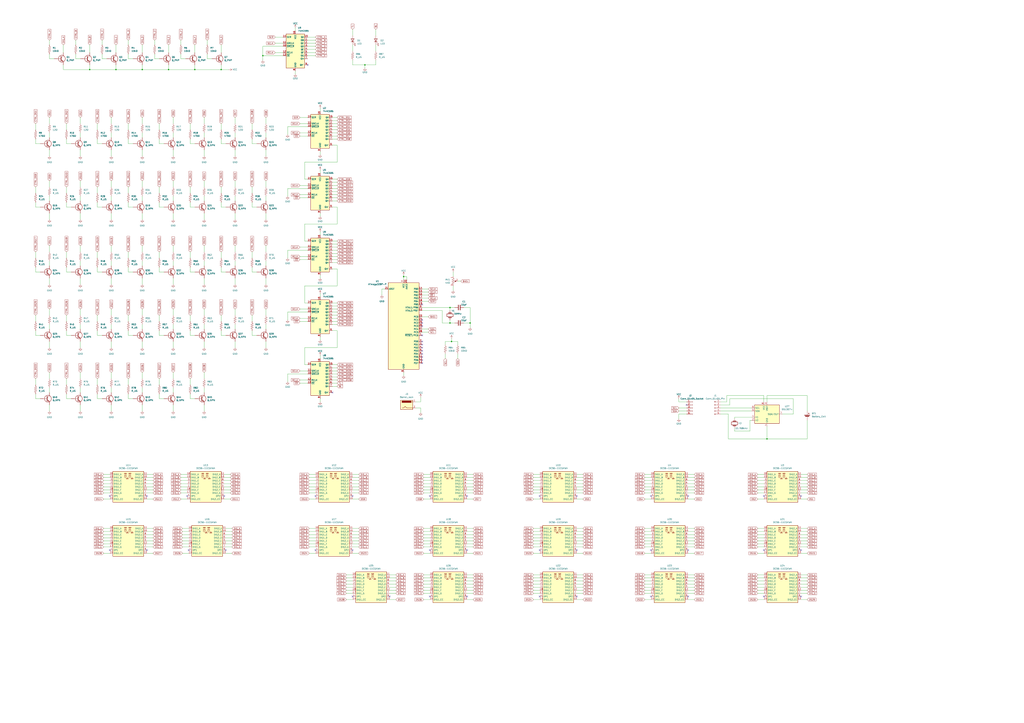
<source format=kicad_sch>
(kicad_sch (version 20250114) (generator "eeschema") (generator_version "9.0")
  (paper "A1")
  (junction (at 215.9 45.72))
  (junction (at 370.84 280.67))
  (junction (at 386.08 265.43))
  (junction (at 369.57 265.43))
  (junction (at 95.25 57.15))
  (junction (at 369.57 252.73))
  (junction (at 181.61 57.15))
  (junction (at 160.02 57.15))
  (junction (at 629.92 360.68))
  (junction (at 116.84 57.15))
  (junction (at 331.47 227.33))
  (junction (at 299.72 53.34))
  (junction (at 73.66 57.15))
  (junction (at 138.43 57.15))
  (no_connect (at 657.86 490.22))
  (no_connect (at 383.54 452.12))
  (no_connect (at 346.71 285.75))
  (no_connect (at 353.06 490.22))
  (no_connect (at 353.06 407.67))
  (no_connect (at 534.67 490.22))
  (no_connect (at 383.54 407.67))
  (no_connect (at 252.73 53.34))
  (no_connect (at 289.56 490.22))
  (no_connect (at 346.71 293.37))
  (no_connect (at 184.15 407.67))
  (no_connect (at 346.71 262.89))
  (no_connect (at 120.65 407.67))
  (no_connect (at 320.04 490.22))
  (no_connect (at 443.23 452.12))
  (no_connect (at 346.71 267.97))
  (no_connect (at 289.56 452.12))
  (no_connect (at 259.08 452.12))
  (no_connect (at 443.23 407.67))
  (no_connect (at 534.67 452.12))
  (no_connect (at 534.67 407.67))
  (no_connect (at 565.15 407.67))
  (no_connect (at 657.86 407.67))
  (no_connect (at 346.71 265.43))
  (no_connect (at 346.71 295.91))
  (no_connect (at 154.94 452.12))
  (no_connect (at 627.38 490.22))
  (no_connect (at 563.88 332.74))
  (no_connect (at 185.42 452.12))
  (no_connect (at 383.54 490.22))
  (no_connect (at 90.17 407.67))
  (no_connect (at 273.05 322.58))
  (no_connect (at 657.86 452.12))
  (no_connect (at 153.67 407.67))
  (no_connect (at 289.56 407.67))
  (no_connect (at 627.38 452.12))
  (no_connect (at 353.06 452.12))
  (no_connect (at 346.71 280.67))
  (no_connect (at 90.17 452.12))
  (no_connect (at 627.38 407.67))
  (no_connect (at 473.71 452.12))
  (no_connect (at 443.23 490.22))
  (no_connect (at 473.71 407.67))
  (no_connect (at 565.15 452.12))
  (no_connect (at 346.71 275.59))
  (no_connect (at 120.65 452.12))
  (no_connect (at 346.71 288.29))
  (no_connect (at 346.71 250.19))
  (no_connect (at 346.71 298.45))
  (no_connect (at 473.71 490.22))
  (no_connect (at 346.71 290.83))
  (no_connect (at 346.71 283.21))
  (no_connect (at 565.15 490.22))
  (no_connect (at 259.08 407.67))
  (wire (pts (xy 345.44 330.2) (xy 341.63 330.2)))
  (wire (pts (xy 130.81 101.6) (xy 130.81 106.68)))
  (wire (pts (xy 529.59 474.98) (xy 534.67 474.98)))
  (wire (pts (xy 289.56 444.5) (xy 294.64 444.5)))
  (wire (pts (xy 116.84 96.52) (xy 116.84 101.6)))
  (wire (pts (xy 529.59 447.04) (xy 534.67 447.04)))
  (wire (pts (xy 284.48 482.6) (xy 289.56 482.6)))
  (wire (pts (xy 276.86 119.38) (xy 276.86 133.35)))
  (wire (pts (xy 289.56 405.13) (xy 294.64 405.13)))
  (wire (pts (xy 130.81 118.11) (xy 134.62 118.11)))
  (wire (pts (xy 308.61 49.53) (xy 308.61 53.34)))
  (wire (pts (xy 29.21 207.01) (xy 29.21 212.09)))
  (wire (pts (xy 193.04 228.6) (xy 193.04 233.68)))
  (wire (pts (xy 85.09 447.04) (xy 90.17 447.04)))
  (wire (pts (xy 116.84 254) (xy 116.84 259.08)))
  (wire (pts (xy 85.09 400.05) (xy 90.17 400.05)))
  (wire (pts (xy 29.21 114.3) (xy 29.21 118.11)))
  (wire (pts (xy 262.89 226.06) (xy 262.89 228.6)))
  (wire (pts (xy 438.15 485.14) (xy 443.23 485.14)))
  (wire (pts (xy 40.64 306.07) (xy 40.64 311.15)))
  (wire (pts (xy 273.05 114.3) (xy 276.86 114.3)))
  (wire (pts (xy 207.01 259.08) (xy 207.01 264.16)))
  (wire (pts (xy 529.59 487.68) (xy 534.67 487.68)))
  (wire (pts (xy 116.84 318.77) (xy 116.84 322.58)))
  (wire (pts (xy 252.73 40.64) (xy 259.08 40.64)))
  (wire (pts (xy 381 265.43) (xy 386.08 265.43)))
  (wire (pts (xy 375.92 290.83) (xy 375.92 294.64)))
  (wire (pts (xy 438.15 410.21) (xy 443.23 410.21)))
  (wire (pts (xy 599.44 327.66) (xy 651.51 327.66)))
  (wire (pts (xy 273.05 160.02) (xy 276.86 160.02)))
  (wire (pts (xy 615.95 354.33) (xy 603.25 354.33)))
  (wire (pts (xy 218.44 109.22) (xy 218.44 113.03)))
  (wire (pts (xy 438.15 480.06) (xy 443.23 480.06)))
  (wire (pts (xy 252.73 33.02) (xy 259.08 33.02)))
  (wire (pts (xy 54.61 259.08) (xy 54.61 264.16)))
  (wire (pts (xy 622.3 410.21) (xy 627.38 410.21)))
  (wire (pts (xy 347.98 454.66) (xy 353.06 454.66)))
  (wire (pts (xy 473.71 447.04) (xy 478.79 447.04)))
  (wire (pts (xy 105.41 207.01) (xy 105.41 212.09)))
  (wire (pts (xy 246.38 152.4) (xy 252.73 152.4)))
  (wire (pts (xy 289.56 36.83) (xy 289.56 41.91)))
  (wire (pts (xy 320.04 487.68) (xy 325.12 487.68)))
  (wire (pts (xy 138.43 57.15) (xy 160.02 57.15)))
  (wire (pts (xy 563.88 340.36) (xy 557.53 340.36)))
  (wire (pts (xy 657.86 477.52) (xy 662.94 477.52)))
  (wire (pts (xy 565.15 487.68) (xy 570.23 487.68)))
  (wire (pts (xy 91.44 96.52) (xy 91.44 101.6)))
  (wire (pts (xy 73.66 36.83) (xy 73.66 43.18)))
  (wire (pts (xy 438.15 441.96) (xy 443.23 441.96)))
  (wire (pts (xy 181.61 219.71) (xy 181.61 223.52)))
  (wire (pts (xy 105.41 271.78) (xy 105.41 275.59)))
  (wire (pts (xy 40.64 201.93) (xy 40.64 207.01)))
  (wire (pts (xy 246.38 304.8) (xy 252.73 304.8)))
  (wire (pts (xy 657.86 434.34) (xy 662.94 434.34)))
  (wire (pts (xy 565.15 436.88) (xy 570.23 436.88)))
  (wire (pts (xy 62.23 44.45) (xy 62.23 48.26)))
  (wire (pts (xy 363.22 255.27) (xy 363.22 265.43)))
  (wire (pts (xy 383.54 474.98) (xy 388.62 474.98)))
  (wire (pts (xy 80.01 219.71) (xy 80.01 223.52)))
  (wire (pts (xy 40.64 266.7) (xy 40.64 270.51)))
  (wire (pts (xy 120.65 397.51) (xy 125.73 397.51)))
  (wire (pts (xy 85.09 394.97) (xy 90.17 394.97)))
  (wire (pts (xy 438.15 397.51) (xy 443.23 397.51)))
  (wire (pts (xy 473.71 472.44) (xy 478.79 472.44)))
  (wire (pts (xy 105.41 170.18) (xy 109.22 170.18)))
  (wire (pts (xy 273.05 147.32) (xy 276.86 147.32)))
  (wire (pts (xy 529.59 410.21) (xy 534.67 410.21)))
  (wire (pts (xy 347.98 394.97) (xy 353.06 394.97)))
  (wire (pts (xy 563.88 330.2) (xy 557.53 330.2)))
  (wire (pts (xy 181.61 271.78) (xy 181.61 275.59)))
  (wire (pts (xy 85.09 436.88) (xy 90.17 436.88)))
  (wire (pts (xy 473.71 449.58) (xy 478.79 449.58)))
  (wire (pts (xy 167.64 109.22) (xy 167.64 113.03)))
  (wire (pts (xy 438.15 492.76) (xy 443.23 492.76)))
  (wire (pts (xy 347.98 485.14) (xy 353.06 485.14)))
  (wire (pts (xy 29.21 311.15) (xy 29.21 316.23)))
  (wire (pts (xy 622.3 434.34) (xy 627.38 434.34)))
  (wire (pts (xy 262.89 241.3) (xy 262.89 243.84)))
  (wire (pts (xy 622.3 474.98) (xy 627.38 474.98)))
  (wire (pts (xy 80.01 327.66) (xy 83.82 327.66)))
  (wire (pts (xy 276.86 170.18) (xy 276.86 184.15)))
  (wire (pts (xy 346.71 273.05) (xy 351.79 273.05)))
  (wire (pts (xy 320.04 480.06) (xy 325.12 480.06)))
  (wire (pts (xy 130.81 271.78) (xy 130.81 275.59)))
  (wire (pts (xy 252.73 38.1) (xy 259.08 38.1)))
  (wire (pts (xy 622.3 394.97) (xy 627.38 394.97)))
  (wire (pts (xy 156.21 207.01) (xy 156.21 212.09)))
  (wire (pts (xy 167.64 148.59) (xy 167.64 153.67)))
  (wire (pts (xy 66.04 175.26) (xy 66.04 180.34)))
  (wire (pts (xy 207.01 118.11) (xy 210.82 118.11)))
  (wire (pts (xy 273.05 299.72) (xy 276.86 299.72)))
  (wire (pts (xy 130.81 207.01) (xy 130.81 212.09)))
  (wire (pts (xy 149.86 434.34) (xy 154.94 434.34)))
  (wire (pts (xy 346.71 240.03) (xy 351.79 240.03)))
  (wire (pts (xy 622.3 449.58) (xy 627.38 449.58)))
  (wire (pts (xy 622.3 454.66) (xy 627.38 454.66)))
  (wire (pts (xy 262.89 292.1) (xy 262.89 294.64)))
  (wire (pts (xy 473.71 405.13) (xy 478.79 405.13)))
  (wire (pts (xy 40.64 280.67) (xy 40.64 285.75)))
  (wire (pts (xy 273.05 248.92) (xy 276.86 248.92)))
  (wire (pts (xy 289.56 24.13) (xy 289.56 29.21)))
  (wire (pts (xy 622.3 402.59) (xy 627.38 402.59)))
  (wire (pts (xy 289.56 394.97) (xy 294.64 394.97)))
  (wire (pts (xy 331.47 226.06) (xy 331.47 227.33)))
  (wire (pts (xy 54.61 223.52) (xy 58.42 223.52)))
  (wire (pts (xy 346.71 242.57) (xy 351.79 242.57)))
  (wire (pts (xy 80.01 101.6) (xy 80.01 106.68)))
  (wire (pts (xy 347.98 447.04) (xy 353.06 447.04)))
  (wire (pts (xy 218.44 96.52) (xy 218.44 101.6)))
  (wire (pts (xy 54.61 153.67) (xy 54.61 158.75)))
  (wire (pts (xy 252.73 154.94) (xy 236.22 154.94)))
  (wire (pts (xy 276.86 234.95) (xy 250.19 234.95)))
  (wire (pts (xy 181.61 153.67) (xy 181.61 158.75)))
  (wire (pts (xy 473.71 485.14) (xy 478.79 485.14)))
  (wire (pts (xy 40.64 318.77) (xy 40.64 322.58)))
  (wire (pts (xy 365.76 280.67) (xy 365.76 283.21)))
  (wire (pts (xy 565.15 472.44) (xy 570.23 472.44)))
  (wire (pts (xy 529.59 480.06) (xy 534.67 480.06)))
  (wire (pts (xy 473.71 392.43) (xy 478.79 392.43)))
  (wire (pts (xy 80.01 271.78) (xy 80.01 275.59)))
  (wire (pts (xy 596.9 325.12) (xy 627.38 325.12)))
  (wire (pts (xy 85.09 402.59) (xy 90.17 402.59)))
  (wire (pts (xy 657.86 436.88) (xy 662.94 436.88)))
  (wire (pts (xy 273.05 266.7) (xy 276.86 266.7)))
  (wire (pts (xy 156.21 166.37) (xy 156.21 170.18)))
  (wire (pts (xy 341.63 335.28) (xy 345.44 335.28)))
  (wire (pts (xy 438.15 444.5) (xy 443.23 444.5)))
  (wire (pts (xy 273.05 215.9) (xy 276.86 215.9)))
  (wire (pts (xy 565.15 444.5) (xy 570.23 444.5)))
  (wire (pts (xy 116.84 332.74) (xy 116.84 337.82)))
  (wire (pts (xy 273.05 307.34) (xy 276.86 307.34)))
  (wire (pts (xy 130.81 223.52) (xy 134.62 223.52)))
  (wire (pts (xy 193.04 148.59) (xy 193.04 153.67)))
  (wire (pts (xy 181.61 36.83) (xy 181.61 43.18)))
  (wire (pts (xy 40.64 109.22) (xy 40.64 113.03)))
  (wire (pts (xy 529.59 405.13) (xy 534.67 405.13)))
  (wire (pts (xy 40.64 44.45) (xy 40.64 48.26)))
  (wire (pts (xy 565.15 454.66) (xy 570.23 454.66)))
  (wire (pts (xy 218.44 201.93) (xy 218.44 207.01)))
  (wire (pts (xy 167.64 175.26) (xy 167.64 180.34)))
  (wire (pts (xy 193.04 280.67) (xy 193.04 285.75)))
  (wire (pts (xy 529.59 389.89) (xy 534.67 389.89)))
  (wire (pts (xy 598.17 360.68) (xy 629.92 360.68)))
  (wire (pts (xy 80.01 114.3) (xy 80.01 118.11)))
  (wire (pts (xy 142.24 148.59) (xy 142.24 153.67)))
  (wire (pts (xy 246.38 312.42) (xy 252.73 312.42)))
  (wire (pts (xy 629.92 360.68) (xy 662.94 360.68)))
  (wire (pts (xy 193.04 254) (xy 193.04 259.08)))
  (wire (pts (xy 218.44 266.7) (xy 218.44 270.51)))
  (wire (pts (xy 273.05 106.68) (xy 276.86 106.68)))
  (wire (pts (xy 91.44 175.26) (xy 91.44 180.34)))
  (wire (pts (xy 40.64 332.74) (xy 40.64 337.82)))
  (wire (pts (xy 105.41 114.3) (xy 105.41 118.11)))
  (wire (pts (xy 91.44 228.6) (xy 91.44 233.68)))
  (wire (pts (xy 29.21 170.18) (xy 33.02 170.18)))
  (wire (pts (xy 657.86 397.51) (xy 662.94 397.51)))
  (wire (pts (xy 116.84 280.67) (xy 116.84 285.75)))
  (wire (pts (xy 218.44 214.63) (xy 218.44 218.44)))
  (wire (pts (xy 657.86 444.5) (xy 662.94 444.5)))
  (wire (pts (xy 149.86 441.96) (xy 154.94 441.96)))
  (wire (pts (xy 622.3 397.51) (xy 627.38 397.51)))
  (wire (pts (xy 142.24 280.67) (xy 142.24 285.75)))
  (wire (pts (xy 149.86 449.58) (xy 154.94 449.58)))
  (wire (pts (xy 657.86 487.68) (xy 662.94 487.68)))
  (wire (pts (xy 331.47 227.33) (xy 334.01 227.33)))
  (wire (pts (xy 66.04 318.77) (xy 66.04 322.58)))
  (wire (pts (xy 40.64 254) (xy 40.64 259.08)))
  (wire (pts (xy 193.04 175.26) (xy 193.04 180.34)))
  (wire (pts (xy 85.09 392.43) (xy 90.17 392.43)))
  (wire (pts (xy 29.21 323.85) (xy 29.21 327.66)))
  (wire (pts (xy 116.84 57.15) (xy 95.25 57.15)))
  (wire (pts (xy 120.65 444.5) (xy 125.73 444.5)))
  (wire (pts (xy 383.54 397.51) (xy 388.62 397.51)))
  (wire (pts (xy 250.19 198.12) (xy 252.73 198.12)))
  (wire (pts (xy 185.42 449.58) (xy 190.5 449.58)))
  (wire (pts (xy 347.98 402.59) (xy 353.06 402.59)))
  (wire (pts (xy 565.15 394.97) (xy 570.23 394.97)))
  (wire (pts (xy 331.47 306.07) (xy 331.47 308.61)))
  (wire (pts (xy 226.06 30.48) (xy 232.41 30.48)))
  (wire (pts (xy 142.24 175.26) (xy 142.24 180.34)))
  (wire (pts (xy 207.01 275.59) (xy 210.82 275.59)))
  (wire (pts (xy 105.41 44.45) (xy 105.41 48.26)))
  (wire (pts (xy 346.71 245.11) (xy 351.79 245.11)))
  (wire (pts (xy 565.15 400.05) (xy 570.23 400.05)))
  (wire (pts (xy 80.01 153.67) (xy 80.01 158.75)))
  (wire (pts (xy 193.04 266.7) (xy 193.04 270.51)))
  (wire (pts (xy 438.15 402.59) (xy 443.23 402.59)))
  (wire (pts (xy 273.05 256.54) (xy 276.86 256.54)))
  (wire (pts (xy 156.21 275.59) (xy 160.02 275.59)))
  (wire (pts (xy 142.24 228.6) (xy 142.24 233.68)))
  (wire (pts (xy 438.15 474.98) (xy 443.23 474.98)))
  (wire (pts (xy 273.05 314.96) (xy 276.86 314.96)))
  (wire (pts (xy 473.71 482.6) (xy 478.79 482.6)))
  (wire (pts (xy 473.71 434.34) (xy 478.79 434.34)))
  (wire (pts (xy 54.61 170.18) (xy 58.42 170.18)))
  (wire (pts (xy 599.44 332.74) (xy 599.44 327.66)))
  (wire (pts (xy 207.01 101.6) (xy 207.01 106.68)))
  (wire (pts (xy 130.81 170.18) (xy 134.62 170.18)))
  (wire (pts (xy 383.54 449.58) (xy 388.62 449.58)))
  (wire (pts (xy 273.05 210.82) (xy 276.86 210.82)))
  (wire (pts (xy 185.42 447.04) (xy 190.5 447.04)))
  (wire (pts (xy 438.15 472.44) (xy 443.23 472.44)))
  (wire (pts (xy 289.56 389.89) (xy 294.64 389.89)))
  (wire (pts (xy 185.42 439.42) (xy 190.5 439.42)))
  (wire (pts (xy 273.05 312.42) (xy 276.86 312.42)))
  (wire (pts (xy 156.21 311.15) (xy 156.21 316.23)))
  (wire (pts (xy 181.61 101.6) (xy 181.61 106.68)))
  (wire (pts (xy 289.56 402.59) (xy 294.64 402.59)))
  (wire (pts (xy 438.15 439.42) (xy 443.23 439.42)))
  (wire (pts (xy 120.65 447.04) (xy 125.73 447.04)))
  (wire (pts (xy 236.22 256.54) (xy 236.22 262.89)))
  (wire (pts (xy 54.61 327.66) (xy 58.42 327.66)))
  (wire (pts (xy 184.15 402.59) (xy 189.23 402.59)))
  (wire (pts (xy 657.86 394.97) (xy 662.94 394.97)))
  (wire (pts (xy 66.04 266.7) (xy 66.04 270.51)))
  (wire (pts (xy 622.3 400.05) (xy 627.38 400.05)))
  (wire (pts (xy 273.05 254) (xy 276.86 254)))
  (wire (pts (xy 105.41 323.85) (xy 105.41 327.66)))
  (wire (pts (xy 438.15 394.97) (xy 443.23 394.97)))
  (wire (pts (xy 383.54 400.05) (xy 388.62 400.05)))
  (wire (pts (xy 320.04 474.98) (xy 325.12 474.98)))
  (wire (pts (xy 120.65 405.13) (xy 125.73 405.13)))
  (wire (pts (xy 657.86 472.44) (xy 662.94 472.44)))
  (wire (pts (xy 105.41 223.52) (xy 109.22 223.52)))
  (wire (pts (xy 657.86 439.42) (xy 662.94 439.42)))
  (wire (pts (xy 254 449.58) (xy 259.08 449.58)))
  (wire (pts (xy 218.44 280.67) (xy 218.44 285.75)))
  (wire (pts (xy 156.21 153.67) (xy 156.21 158.75)))
  (wire (pts (xy 85.09 441.96) (xy 90.17 441.96)))
  (wire (pts (xy 66.04 280.67) (xy 66.04 285.75)))
  (wire (pts (xy 193.04 201.93) (xy 193.04 207.01)))
  (wire (pts (xy 29.21 118.11) (xy 33.02 118.11)))
  (wire (pts (xy 91.44 306.07) (xy 91.44 311.15)))
  (wire (pts (xy 273.05 152.4) (xy 276.86 152.4)))
  (wire (pts (xy 557.53 337.82) (xy 563.88 337.82)))
  (wire (pts (xy 167.64 201.93) (xy 167.64 207.01)))
  (wire (pts (xy 156.21 271.78) (xy 156.21 275.59)))
  (wire (pts (xy 167.64 123.19) (xy 167.64 128.27)))
  (wire (pts (xy 232.41 38.1) (xy 215.9 38.1)))
  (wire (pts (xy 289.56 53.34) (xy 289.56 49.53)))
  (wire (pts (xy 529.59 394.97) (xy 534.67 394.97)))
  (wire (pts (xy 383.54 454.66) (xy 388.62 454.66)))
  (wire (pts (xy 85.09 389.89) (xy 90.17 389.89)))
  (wire (pts (xy 160.02 36.83) (xy 160.02 43.18)))
  (wire (pts (xy 52.07 57.15) (xy 73.66 57.15)))
  (wire (pts (xy 54.61 219.71) (xy 54.61 223.52)))
  (wire (pts (xy 66.04 123.19) (xy 66.04 128.27)))
  (wire (pts (xy 181.61 207.01) (xy 181.61 212.09)))
  (wire (pts (xy 116.84 306.07) (xy 116.84 311.15)))
  (wire (pts (xy 142.24 214.63) (xy 142.24 218.44)))
  (wire (pts (xy 347.98 441.96) (xy 353.06 441.96)))
  (wire (pts (xy 565.15 439.42) (xy 570.23 439.42)))
  (wire (pts (xy 250.19 147.32) (xy 252.73 147.32)))
  (wire (pts (xy 662.94 345.44) (xy 662.94 360.68)))
  (wire (pts (xy 657.86 400.05) (xy 662.94 400.05)))
  (wire (pts (xy 529.59 492.76) (xy 534.67 492.76)))
  (wire (pts (xy 529.59 454.66) (xy 534.67 454.66)))
  (wire (pts (xy 85.09 410.21) (xy 90.17 410.21)))
  (wire (pts (xy 386.08 265.43) (xy 386.08 269.24)))
  (wire (pts (xy 250.19 133.35) (xy 250.19 147.32)))
  (wire (pts (xy 236.22 104.14) (xy 236.22 110.49)))
  (wire (pts (xy 138.43 53.34) (xy 138.43 57.15)))
  (wire (pts (xy 66.04 214.63) (xy 66.04 218.44)))
  (wire (pts (xy 657.86 474.98) (xy 662.94 474.98)))
  (wire (pts (xy 273.05 203.2) (xy 276.86 203.2)))
  (wire (pts (xy 85.09 439.42) (xy 90.17 439.42)))
  (wire (pts (xy 383.54 434.34) (xy 388.62 434.34)))
  (wire (pts (xy 529.59 402.59) (xy 534.67 402.59)))
  (wire (pts (xy 320.04 492.76) (xy 325.12 492.76)))
  (wire (pts (xy 347.98 449.58) (xy 353.06 449.58)))
  (wire (pts (xy 603.25 354.33) (xy 603.25 351.79)))
  (wire (pts (xy 473.71 402.59) (xy 478.79 402.59)))
  (wire (pts (xy 156.21 323.85) (xy 156.21 327.66)))
  (wire (pts (xy 142.24 318.77) (xy 142.24 322.58)))
  (wire (pts (xy 184.15 397.51) (xy 189.23 397.51)))
  (wire (pts (xy 316.23 237.49) (xy 313.69 237.49)))
  (wire (pts (xy 185.42 444.5) (xy 190.5 444.5)))
  (wire (pts (xy 218.44 123.19) (xy 218.44 128.27)))
  (wire (pts (xy 347.98 436.88) (xy 353.06 436.88)))
  (wire (pts (xy 215.9 45.72) (xy 232.41 45.72)))
  (wire (pts (xy 127 33.02) (xy 127 36.83)))
  (wire (pts (xy 80.01 259.08) (xy 80.01 264.16)))
  (wire (pts (xy 91.44 109.22) (xy 91.44 113.03)))
  (wire (pts (xy 347.98 405.13) (xy 353.06 405.13)))
  (wire (pts (xy 347.98 397.51) (xy 353.06 397.51)))
  (wire (pts (xy 383.54 477.52) (xy 388.62 477.52)))
  (wire (pts (xy 242.57 58.42) (xy 242.57 60.96)))
  (wire (pts (xy 383.54 410.21) (xy 388.62 410.21)))
  (wire (pts (xy 657.86 454.66) (xy 662.94 454.66)))
  (wire (pts (xy 54.61 275.59) (xy 58.42 275.59)))
  (wire (pts (xy 473.71 410.21) (xy 478.79 410.21)))
  (wire (pts (xy 651.51 327.66) (xy 651.51 340.36)))
  (wire (pts (xy 156.21 118.11) (xy 160.02 118.11)))
  (wire (pts (xy 347.98 434.34) (xy 353.06 434.34)))
  (wire (pts (xy 181.61 259.08) (xy 181.61 264.16)))
  (wire (pts (xy 273.05 264.16) (xy 276.86 264.16)))
  (wire (pts (xy 40.64 123.19) (xy 40.64 128.27)))
  (wire (pts (xy 438.15 400.05) (xy 443.23 400.05)))
  (wire (pts (xy 598.17 340.36) (xy 591.82 340.36)))
  (wire (pts (xy 438.15 434.34) (xy 443.23 434.34)))
  (wire (pts (xy 383.54 482.6) (xy 388.62 482.6)))
  (wire (pts (xy 207.01 170.18) (xy 210.82 170.18)))
  (wire (pts (xy 622.3 482.6) (xy 627.38 482.6)))
  (wire (pts (xy 91.44 280.67) (xy 91.44 285.75)))
  (wire (pts (xy 262.89 276.86) (xy 262.89 279.4)))
  (wire (pts (xy 289.56 454.66) (xy 294.64 454.66)))
  (wire (pts (xy 91.44 266.7) (xy 91.44 270.51)))
  (wire (pts (xy 473.71 394.97) (xy 478.79 394.97)))
  (wire (pts (xy 289.56 434.34) (xy 294.64 434.34)))
  (wire (pts (xy 473.71 480.06) (xy 478.79 480.06)))
  (wire (pts (xy 273.05 157.48) (xy 276.86 157.48)))
  (wire (pts (xy 262.89 175.26) (xy 262.89 177.8)))
  (wire (pts (xy 127 44.45) (xy 127 48.26)))
  (wire (pts (xy 246.38 213.36) (xy 252.73 213.36)))
  (wire (pts (xy 438.15 392.43) (xy 443.23 392.43)))
  (wire (pts (xy 591.82 335.28) (xy 617.22 335.28)))
  (wire (pts (xy 95.25 53.34) (xy 95.25 57.15)))
  (wire (pts (xy 383.54 487.68) (xy 388.62 487.68)))
  (wire (pts (xy 383.54 485.14) (xy 388.62 485.14)))
  (wire (pts (xy 383.54 392.43) (xy 388.62 392.43)))
  (wire (pts (xy 181.61 57.15) (xy 187.96 57.15)))
  (wire (pts (xy 622.3 480.06) (xy 627.38 480.06)))
  (wire (pts (xy 193.04 123.19) (xy 193.04 128.27)))
  (wire (pts (xy 218.44 175.26) (xy 218.44 180.34)))
  (wire (pts (xy 120.65 434.34) (xy 125.73 434.34)))
  (wire (pts (xy 193.04 109.22) (xy 193.04 113.03)))
  (wire (pts (xy 529.59 441.96) (xy 534.67 441.96)))
  (wire (pts (xy 85.09 434.34) (xy 90.17 434.34)))
  (wire (pts (xy 120.65 410.21) (xy 125.73 410.21)))
  (wire (pts (xy 622.3 477.52) (xy 627.38 477.52)))
  (wire (pts (xy 273.05 251.46) (xy 276.86 251.46)))
  (wire (pts (xy 167.64 280.67) (xy 167.64 285.75)))
  (wire (pts (xy 289.56 410.21) (xy 294.64 410.21)))
  (wire (pts (xy 167.64 96.52) (xy 167.64 101.6)))
  (wire (pts (xy 167.64 228.6) (xy 167.64 233.68)))
  (wire (pts (xy 622.3 436.88) (xy 627.38 436.88)))
  (wire (pts (xy 40.64 48.26) (xy 44.45 48.26)))
  (wire (pts (xy 473.71 436.88) (xy 478.79 436.88)))
  (wire (pts (xy 246.38 160.02) (xy 252.73 160.02)))
  (wire (pts (xy 54.61 271.78) (xy 54.61 275.59)))
  (wire (pts (xy 193.04 96.52) (xy 193.04 101.6)))
  (wire (pts (xy 565.15 480.06) (xy 570.23 480.06)))
  (wire (pts (xy 252.73 43.18) (xy 259.08 43.18)))
  (wire (pts (xy 95.25 57.15) (xy 73.66 57.15)))
  (wire (pts (xy 473.71 397.51) (xy 478.79 397.51)))
  (wire (pts (xy 289.56 436.88) (xy 294.64 436.88)))
  (wire (pts (xy 383.54 441.96) (xy 388.62 441.96)))
  (wire (pts (xy 184.15 410.21) (xy 189.23 410.21)))
  (wire (pts (xy 85.09 397.51) (xy 90.17 397.51)))
  (wire (pts (xy 657.86 482.6) (xy 662.94 482.6)))
  (wire (pts (xy 627.38 325.12) (xy 627.38 330.2)))
  (wire (pts (xy 218.44 148.59) (xy 218.44 153.67)))
  (wire (pts (xy 622.3 492.76) (xy 627.38 492.76)))
  (wire (pts (xy 73.66 53.34) (xy 73.66 57.15)))
  (wire (pts (xy 218.44 161.29) (xy 218.44 165.1)))
  (wire (pts (xy 473.71 441.96) (xy 478.79 441.96)))
  (wire (pts (xy 246.38 261.62) (xy 252.73 261.62)))
  (wire (pts (xy 66.04 201.93) (xy 66.04 207.01)))
  (wire (pts (xy 185.42 434.34) (xy 190.5 434.34)))
  (wire (pts (xy 622.3 389.89) (xy 627.38 389.89)))
  (wire (pts (xy 148.59 402.59) (xy 153.67 402.59)))
  (wire (pts (xy 565.15 474.98) (xy 570.23 474.98)))
  (wire (pts (xy 116.84 228.6) (xy 116.84 233.68)))
  (wire (pts (xy 383.54 480.06) (xy 388.62 480.06)))
  (wire (pts (xy 184.15 394.97) (xy 189.23 394.97)))
  (wire (pts (xy 218.44 228.6) (xy 218.44 233.68)))
  (wire (pts (xy 347.98 482.6) (xy 353.06 482.6)))
  (wire (pts (xy 246.38 254) (xy 252.73 254)))
  (wire (pts (xy 62.23 48.26) (xy 66.04 48.26)))
  (wire (pts (xy 284.48 485.14) (xy 289.56 485.14)))
  (wire (pts (xy 149.86 436.88) (xy 154.94 436.88)))
  (wire (pts (xy 207.01 166.37) (xy 207.01 170.18)))
  (wire (pts (xy 252.73 30.48) (xy 259.08 30.48)))
  (wire (pts (xy 120.65 449.58) (xy 125.73 449.58)))
  (wire (pts (xy 370.84 280.67) (xy 365.76 280.67)))
  (wire (pts (xy 80.01 170.18) (xy 83.82 170.18)))
  (wire (pts (xy 347.98 392.43) (xy 353.06 392.43)))
  (wire (pts (xy 262.89 139.7) (xy 262.89 142.24)))
  (wire (pts (xy 193.04 214.63) (xy 193.04 218.44)))
  (wire (pts (xy 105.41 101.6) (xy 105.41 106.68)))
  (wire (pts (xy 148.59 48.26) (xy 152.4 48.26)))
  (wire (pts (xy 54.61 323.85) (xy 54.61 327.66)))
  (wire (pts (xy 167.64 254) (xy 167.64 259.08)))
  (wire (pts (xy 657.86 447.04) (xy 662.94 447.04)))
  (wire (pts (xy 105.41 48.26) (xy 109.22 48.26)))
  (wire (pts (xy 254 392.43) (xy 259.08 392.43)))
  (wire (pts (xy 105.41 275.59) (xy 109.22 275.59)))
  (wire (pts (xy 346.71 252.73) (xy 369.57 252.73)))
  (wire (pts (xy 116.84 57.15) (xy 138.43 57.15)))
  (wire (pts (xy 347.98 480.06) (xy 353.06 480.06)))
  (wire (pts (xy 565.15 492.76) (xy 570.23 492.76)))
  (wire (pts (xy 138.43 36.83) (xy 138.43 43.18)))
  (wire (pts (xy 29.21 223.52) (xy 33.02 223.52)))
  (wire (pts (xy 565.15 485.14) (xy 570.23 485.14)))
  (wire (pts (xy 142.24 123.19) (xy 142.24 128.27)))
  (wire (pts (xy 130.81 327.66) (xy 134.62 327.66)))
  (wire (pts (xy 273.05 96.52) (xy 276.86 96.52)))
  (wire (pts (xy 80.01 223.52) (xy 83.82 223.52)))
  (wire (pts (xy 254 410.21) (xy 259.08 410.21)))
  (wire (pts (xy 622.3 441.96) (xy 627.38 441.96)))
  (wire (pts (xy 289.56 392.43) (xy 294.64 392.43)))
  (wire (pts (xy 252.73 307.34) (xy 236.22 307.34)))
  (wire (pts (xy 273.05 154.94) (xy 276.86 154.94)))
  (wire (pts (xy 130.81 275.59) (xy 134.62 275.59)))
  (wire (pts (xy 142.24 96.52) (xy 142.24 101.6)))
  (wire (pts (xy 148.59 410.21) (xy 153.67 410.21)))
  (wire (pts (xy 473.71 444.5) (xy 478.79 444.5)))
  (wire (pts (xy 622.3 444.5) (xy 627.38 444.5)))
  (wire (pts (xy 91.44 123.19) (xy 91.44 128.27)))
  (wire (pts (xy 250.19 285.75) (xy 250.19 299.72)))
  (wire (pts (xy 438.15 405.13) (xy 443.23 405.13)))
  (wire (pts (xy 254 397.51) (xy 259.08 397.51)))
  (wire (pts (xy 252.73 256.54) (xy 236.22 256.54)))
  (wire (pts (xy 167.64 161.29) (xy 167.64 165.1)))
  (wire (pts (xy 181.61 114.3) (xy 181.61 118.11)))
  (wire (pts (xy 62.23 33.02) (xy 62.23 36.83)))
  (wire (pts (xy 254 405.13) (xy 259.08 405.13)))
  (wire (pts (xy 438.15 389.89) (xy 443.23 389.89)))
  (wire (pts (xy 116.84 214.63) (xy 116.84 218.44)))
  (wire (pts (xy 383.54 472.44) (xy 388.62 472.44)))
  (wire (pts (xy 657.86 402.59) (xy 662.94 402.59)))
  (wire (pts (xy 262.89 190.5) (xy 262.89 193.04)))
  (wire (pts (xy 565.15 449.58) (xy 570.23 449.58)))
  (wire (pts (xy 365.76 290.83) (xy 365.76 294.64)))
  (wire (pts (xy 473.71 439.42) (xy 478.79 439.42)))
  (wire (pts (xy 218.44 254) (xy 218.44 259.08)))
  (wire (pts (xy 242.57 22.86) (xy 242.57 25.4)))
  (wire (pts (xy 148.59 405.13) (xy 153.67 405.13)))
  (wire (pts (xy 438.15 449.58) (xy 443.23 449.58)))
  (wire (pts (xy 383.54 439.42) (xy 388.62 439.42)))
  (wire (pts (xy 347.98 444.5) (xy 353.06 444.5)))
  (wire (pts (xy 167.64 306.07) (xy 167.64 311.15)))
  (wire (pts (xy 29.21 219.71) (xy 29.21 223.52)))
  (wire (pts (xy 252.73 205.74) (xy 236.22 205.74)))
  (wire (pts (xy 184.15 405.13) (xy 189.23 405.13)))
  (wire (pts (xy 565.15 477.52) (xy 570.23 477.52)))
  (wire (pts (xy 142.24 109.22) (xy 142.24 113.03)))
  (wire (pts (xy 346.71 247.65) (xy 351.79 247.65)))
  (wire (pts (xy 375.92 283.21) (xy 375.92 280.67)))
  (wire (pts (xy 142.24 266.7) (xy 142.24 270.51)))
  (wire (pts (xy 120.65 454.66) (xy 125.73 454.66)))
  (wire (pts (xy 565.15 389.89) (xy 570.23 389.89)))
  (wire (pts (xy 473.71 389.89) (xy 478.79 389.89)))
  (wire (pts (xy 529.59 439.42) (xy 534.67 439.42)))
  (wire (pts (xy 252.73 35.56) (xy 259.08 35.56)))
  (wire (pts (xy 29.21 166.37) (xy 29.21 170.18)))
  (wire (pts (xy 254 454.66) (xy 259.08 454.66)))
  (wire (pts (xy 83.82 44.45) (xy 83.82 48.26)))
  (wire (pts (xy 565.15 392.43) (xy 570.23 392.43)))
  (wire (pts (xy 308.61 53.34) (xy 299.72 53.34)))
  (wire (pts (xy 383.54 436.88) (xy 388.62 436.88)))
  (wire (pts (xy 345.44 326.39) (xy 345.44 330.2)))
  (wire (pts (xy 148.59 397.51) (xy 153.67 397.51)))
  (wire (pts (xy 289.56 441.96) (xy 294.64 441.96)))
  (wire (pts (xy 273.05 111.76) (xy 276.86 111.76)))
  (wire (pts (xy 184.15 392.43) (xy 189.23 392.43)))
  (wire (pts (xy 181.61 166.37) (xy 181.61 170.18)))
  (wire (pts (xy 167.64 332.74) (xy 167.64 337.82)))
  (wire (pts (xy 289.56 397.51) (xy 294.64 397.51)))
  (wire (pts (xy 346.71 255.27) (xy 363.22 255.27)))
  (wire (pts (xy 369.57 265.43) (xy 373.38 265.43)))
  (wire (pts (xy 105.41 327.66) (xy 109.22 327.66)))
  (wire (pts (xy 91.44 201.93) (xy 91.44 207.01)))
  (wire (pts (xy 120.65 402.59) (xy 125.73 402.59)))
  (wire (pts (xy 105.41 33.02) (xy 105.41 36.83)))
  (wire (pts (xy 149.86 444.5) (xy 154.94 444.5)))
  (wire (pts (xy 167.64 214.63) (xy 167.64 218.44)))
  (wire (pts (xy 116.84 53.34) (xy 116.84 57.15)))
  (wire (pts (xy 91.44 161.29) (xy 91.44 165.1)))
  (wire (pts (xy 250.19 184.15) (xy 250.19 198.12)))
  (wire (pts (xy 657.86 480.06) (xy 662.94 480.06)))
  (wire (pts (xy 347.98 487.68) (xy 353.06 487.68)))
  (wire (pts (xy 236.22 154.94) (xy 236.22 161.29)))
  (wire (pts (xy 273.05 213.36) (xy 276.86 213.36)))
  (wire (pts (xy 276.86 184.15) (xy 250.19 184.15)))
  (wire (pts (xy 438.15 482.6) (xy 443.23 482.6)))
  (wire (pts (xy 320.04 485.14) (xy 325.12 485.14)))
  (wire (pts (xy 130.81 166.37) (xy 130.81 170.18)))
  (wire (pts (xy 160.02 53.34) (xy 160.02 57.15)))
  (wire (pts (xy 438.15 436.88) (xy 443.23 436.88)))
  (wire (pts (xy 80.01 311.15) (xy 80.01 316.23)))
  (wire (pts (xy 529.59 449.58) (xy 534.67 449.58)))
  (wire (pts (xy 246.38 162.56) (xy 252.73 162.56)))
  (wire (pts (xy 149.86 454.66) (xy 154.94 454.66)))
  (wire (pts (xy 66.04 228.6) (xy 66.04 233.68)))
  (wire (pts (xy 29.21 275.59) (xy 33.02 275.59)))
  (wire (pts (xy 657.86 392.43) (xy 662.94 392.43)))
  (wire (pts (xy 381 252.73) (xy 386.08 252.73)))
  (wire (pts (xy 130.81 114.3) (xy 130.81 118.11)))
  (wire (pts (xy 273.05 259.08) (xy 276.86 259.08)))
  (wire (pts (xy 130.81 153.67) (xy 130.81 158.75)))
  (wire (pts (xy 156.21 259.08) (xy 156.21 264.16)))
  (wire (pts (xy 273.05 170.18) (xy 276.86 170.18)))
  (wire (pts (xy 250.19 234.95) (xy 250.19 248.92)))
  (wire (pts (xy 629.92 350.52) (xy 629.92 360.68)))
  (wire (pts (xy 207.01 207.01) (xy 207.01 212.09)))
  (wire (pts (xy 246.38 109.22) (xy 252.73 109.22)))
  (wire (pts (xy 347.98 474.98) (xy 353.06 474.98)))
  (wire (pts (xy 52.07 53.34) (xy 52.07 57.15)))
  (wire (pts (xy 529.59 397.51) (xy 534.67 397.51)))
  (wire (pts (xy 657.86 405.13) (xy 662.94 405.13)))
  (wire (pts (xy 29.21 271.78) (xy 29.21 275.59)))
  (wire (pts (xy 284.48 477.52) (xy 289.56 477.52)))
  (wire (pts (xy 184.15 389.89) (xy 189.23 389.89)))
  (wire (pts (xy 629.92 325.12) (xy 629.92 330.2)))
  (wire (pts (xy 130.81 323.85) (xy 130.81 327.66)))
  (wire (pts (xy 149.86 447.04) (xy 154.94 447.04)))
  (wire (pts (xy 308.61 36.83) (xy 308.61 41.91)))
  (wire (pts (xy 105.41 259.08) (xy 105.41 264.16)))
  (wire (pts (xy 289.56 449.58) (xy 294.64 449.58)))
  (wire (pts (xy 116.84 175.26) (xy 116.84 180.34)))
  (wire (pts (xy 254 441.96) (xy 259.08 441.96)))
  (wire (pts (xy 284.48 487.68) (xy 289.56 487.68)))
  (wire (pts (xy 334.01 229.87) (xy 334.01 227.33)))
  (wire (pts (xy 95.25 36.83) (xy 95.25 43.18)))
  (wire (pts (xy 29.21 101.6) (xy 29.21 106.68)))
  (wire (pts (xy 66.04 332.74) (xy 66.04 337.82)))
  (wire (pts (xy 273.05 99.06) (xy 276.86 99.06)))
  (wire (pts (xy 565.15 410.21) (xy 570.23 410.21)))
  (wire (pts (xy 273.05 205.74) (xy 276.86 205.74)))
  (wire (pts (xy 308.61 24.13) (xy 308.61 29.21)))
  (wire (pts (xy 273.05 101.6) (xy 276.86 101.6)))
  (wire (pts (xy 262.89 124.46) (xy 262.89 127)))
  (wire (pts (xy 369.57 262.89) (xy 369.57 265.43)))
  (wire (pts (xy 557.53 340.36) (xy 557.53 344.17)))
  (wire (pts (xy 80.01 166.37) (xy 80.01 170.18)))
  (wire (pts (xy 273.05 304.8) (xy 276.86 304.8)))
  (wire (pts (xy 276.86 271.78) (xy 276.86 285.75)))
  (wire (pts (xy 226.06 43.18) (xy 232.41 43.18)))
  (wire (pts (xy 246.38 210.82) (xy 252.73 210.82)))
  (wire (pts (xy 120.65 436.88) (xy 125.73 436.88)))
  (wire (pts (xy 622.3 447.04) (xy 627.38 447.04)))
  (wire (pts (xy 91.44 214.63) (xy 91.44 218.44)))
  (wire (pts (xy 142.24 306.07) (xy 142.24 311.15)))
  (wire (pts (xy 66.04 148.59) (xy 66.04 153.67)))
  (wire (pts (xy 557.53 335.28) (xy 563.88 335.28)))
  (wire (pts (xy 565.15 441.96) (xy 570.23 441.96)))
  (wire (pts (xy 383.54 389.89) (xy 388.62 389.89)))
  (wire (pts (xy 622.3 392.43) (xy 627.38 392.43)))
  (wire (pts (xy 85.09 454.66) (xy 90.17 454.66)))
  (wire (pts (xy 207.01 223.52) (xy 210.82 223.52)))
  (wire (pts (xy 170.18 48.26) (xy 173.99 48.26)))
  (wire (pts (xy 85.09 444.5) (xy 90.17 444.5)))
  (wire (pts (xy 273.05 162.56) (xy 276.86 162.56)))
  (wire (pts (xy 215.9 38.1) (xy 215.9 45.72)))
  (wire (pts (xy 331.47 227.33) (xy 331.47 229.87)))
  (wire (pts (xy 254 389.89) (xy 259.08 389.89)))
  (wire (pts (xy 273.05 149.86) (xy 276.86 149.86)))
  (wire (pts (xy 105.41 219.71) (xy 105.41 223.52)))
  (wire (pts (xy 254 444.5) (xy 259.08 444.5)))
  (wire (pts (xy 372.11 234.95) (xy 372.11 238.76)))
  (wire (pts (xy 246.38 314.96) (xy 252.73 314.96)))
  (wire (pts (xy 565.15 482.6) (xy 570.23 482.6)))
  (wire (pts (xy 120.65 441.96) (xy 125.73 441.96)))
  (wire (pts (xy 375.92 231.14) (xy 378.46 231.14)))
  (wire (pts (xy 148.59 392.43) (xy 153.67 392.43)))
  (wire (pts (xy 254 402.59) (xy 259.08 402.59)))
  (wire (pts (xy 565.15 405.13) (xy 570.23 405.13)))
  (wire (pts (xy 273.05 220.98) (xy 276.86 220.98)))
  (wire (pts (xy 29.21 327.66) (xy 33.02 327.66)))
  (wire (pts (xy 284.48 492.76) (xy 289.56 492.76)))
  (wire (pts (xy 246.38 101.6) (xy 252.73 101.6)))
  (wire (pts (xy 617.22 345.44) (xy 615.95 345.44)))
  (wire (pts (xy 273.05 109.22) (xy 276.86 109.22)))
  (wire (pts (xy 40.64 175.26) (xy 40.64 180.34)))
  (wire (pts (xy 529.59 400.05) (xy 534.67 400.05)))
  (wire (pts (xy 529.59 485.14) (xy 534.67 485.14)))
  (wire (pts (xy 529.59 436.88) (xy 534.67 436.88)))
  (wire (pts (xy 80.01 275.59) (xy 83.82 275.59)))
  (wire (pts (xy 320.04 472.44) (xy 325.12 472.44)))
  (wire (pts (xy 170.18 44.45) (xy 170.18 48.26)))
  (wire (pts (xy 565.15 447.04) (xy 570.23 447.04)))
  (wire (pts (xy 347.98 400.05) (xy 353.06 400.05)))
  (wire (pts (xy 657.86 492.76) (xy 662.94 492.76)))
  (wire (pts (xy 622.3 439.42) (xy 627.38 439.42)))
  (wire (pts (xy 254 434.34) (xy 259.08 434.34)))
  (wire (pts (xy 181.61 170.18) (xy 185.42 170.18)))
  (wire (pts (xy 299.72 53.34) (xy 289.56 53.34)))
  (wire (pts (xy 347.98 472.44) (xy 353.06 472.44)))
  (wire (pts (xy 250.19 299.72) (xy 252.73 299.72)))
  (wire (pts (xy 273.05 119.38) (xy 276.86 119.38)))
  (wire (pts (xy 156.21 114.3) (xy 156.21 118.11)))
  (wire (pts (xy 207.01 153.67) (xy 207.01 158.75)))
  (wire (pts (xy 148.59 44.45) (xy 148.59 48.26)))
  (wire (pts (xy 167.64 266.7) (xy 167.64 270.51)))
  (wire (pts (xy 591.82 332.74) (xy 599.44 332.74)))
  (wire (pts (xy 105.41 118.11) (xy 109.22 118.11)))
  (wire (pts (xy 438.15 454.66) (xy 443.23 454.66)))
  (wire (pts (xy 622.3 405.13) (xy 627.38 405.13)))
  (wire (pts (xy 383.54 394.97) (xy 388.62 394.97)))
  (wire (pts (xy 156.21 101.6) (xy 156.21 106.68)))
  (wire (pts (xy 185.42 454.66) (xy 190.5 454.66)))
  (wire (pts (xy 346.71 237.49) (xy 351.79 237.49)))
  (wire (pts (xy 273.05 104.14) (xy 276.86 104.14)))
  (wire (pts (xy 591.82 337.82) (xy 617.22 337.82)))
  (wire (pts (xy 313.69 237.49) (xy 313.69 242.57)))
  (wire (pts (xy 40.64 33.02) (xy 40.64 36.83)))
  (wire (pts (xy 246.38 264.16) (xy 252.73 264.16)))
  (wire (pts (xy 273.05 165.1) (xy 276.86 165.1)))
  (wire (pts (xy 529.59 434.34) (xy 534.67 434.34)))
  (wire (pts (xy 170.18 33.02) (xy 170.18 36.83)))
  (wire (pts (xy 236.22 205.74) (xy 236.22 212.09)))
  (wire (pts (xy 80.01 323.85) (xy 80.01 327.66)))
  (wire (pts (xy 347.98 439.42) (xy 353.06 439.42)))
  (wire (pts (xy 91.44 148.59) (xy 91.44 153.67)))
  (wire (pts (xy 54.61 311.15) (xy 54.61 316.23)))
  (wire (pts (xy 657.86 410.21) (xy 662.94 410.21)))
  (wire (pts (xy 438.15 487.68) (xy 443.23 487.68)))
  (wire (pts (xy 254 400.05) (xy 259.08 400.05)))
  (wire (pts (xy 40.64 161.29) (xy 40.64 165.1)))
  (wire (pts (xy 596.9 330.2) (xy 596.9 325.12)))
  (wire (pts (xy 156.21 219.71) (xy 156.21 223.52)))
  (wire (pts (xy 273.05 261.62) (xy 276.86 261.62)))
  (wire (pts (xy 598.17 340.36) (xy 598.17 360.68)))
  (wire (pts (xy 273.05 317.5) (xy 276.86 317.5)))
  (wire (pts (xy 184.15 400.05) (xy 189.23 400.05)))
  (wire (pts (xy 246.38 96.52) (xy 252.73 96.52)))
  (wire (pts (xy 215.9 45.72) (xy 215.9 49.53)))
  (wire (pts (xy 66.04 109.22) (xy 66.04 113.03)))
  (wire (pts (xy 284.48 474.98) (xy 289.56 474.98)))
  (wire (pts (xy 651.51 340.36) (xy 642.62 340.36)))
  (wire (pts (xy 320.04 482.6) (xy 325.12 482.6)))
  (wire (pts (xy 142.24 161.29) (xy 142.24 165.1)))
  (wire (pts (xy 363.22 265.43) (xy 369.57 265.43)))
  (wire (pts (xy 185.42 436.88) (xy 190.5 436.88)))
  (wire (pts (xy 156.21 223.52) (xy 160.02 223.52)))
  (wire (pts (xy 289.56 447.04) (xy 294.64 447.04)))
  (wire (pts (xy 181.61 53.34) (xy 181.61 57.15)))
  (wire (pts (xy 557.53 327.66) (xy 557.53 330.2)))
  (wire (pts (xy 386.08 252.73) (xy 386.08 265.43)))
  (wire (pts (xy 127 48.26) (xy 130.81 48.26)))
  (wire (pts (xy 120.65 400.05) (xy 125.73 400.05)))
  (wire (pts (xy 148.59 33.02) (xy 148.59 36.83)))
  (wire (pts (xy 375.92 280.67) (xy 370.84 280.67)))
  (wire (pts (xy 54.61 118.11) (xy 58.42 118.11)))
  (wire (pts (xy 185.42 441.96) (xy 190.5 441.96)))
  (wire (pts (xy 383.54 492.76) (xy 388.62 492.76)))
  (wire (pts (xy 40.64 96.52) (xy 40.64 101.6)))
  (wire (pts (xy 120.65 389.89) (xy 125.73 389.89)))
  (wire (pts (xy 346.71 260.35) (xy 351.79 260.35)))
  (wire (pts (xy 40.64 214.63) (xy 40.64 218.44)))
  (wire (pts (xy 207.01 114.3) (xy 207.01 118.11)))
  (wire (pts (xy 54.61 101.6) (xy 54.61 106.68)))
  (wire (pts (xy 142.24 254) (xy 142.24 259.08)))
  (wire (pts (xy 284.48 480.06) (xy 289.56 480.06)))
  (wire (pts (xy 273.05 200.66) (xy 276.86 200.66)))
  (wire (pts (xy 181.61 275.59) (xy 185.42 275.59)))
  (wire (pts (xy 54.61 207.01) (xy 54.61 212.09)))
  (wire (pts (xy 29.21 153.67) (xy 29.21 158.75)))
  (wire (pts (xy 473.71 400.05) (xy 478.79 400.05)))
  (wire (pts (xy 347.98 389.89) (xy 353.06 389.89)))
  (wire (pts (xy 273.05 208.28) (xy 276.86 208.28)))
  (wire (pts (xy 52.07 36.83) (xy 52.07 43.18)))
  (wire (pts (xy 105.41 311.15) (xy 105.41 316.23)))
  (wire (pts (xy 193.04 161.29) (xy 193.04 165.1)))
  (wire (pts (xy 181.61 57.15) (xy 160.02 57.15)))
  (wire (pts (xy 116.84 109.22) (xy 116.84 113.03)))
  (wire (pts (xy 373.38 252.73) (xy 369.57 252.73)))
  (wire (pts (xy 105.41 153.67) (xy 105.41 158.75)))
  (wire (pts (xy 226.06 35.56) (xy 232.41 35.56)))
  (wire (pts (xy 91.44 318.77) (xy 91.44 322.58)))
  (wire (pts (xy 529.59 482.6) (xy 534.67 482.6)))
  (wire (pts (xy 80.01 118.11) (xy 83.82 118.11)))
  (wire (pts (xy 207.01 271.78) (xy 207.01 275.59)))
  (wire (pts (xy 116.84 161.29) (xy 116.84 165.1)))
  (wire (pts (xy 347.98 492.76) (xy 353.06 492.76)))
  (wire (pts (xy 40.64 148.59) (xy 40.64 153.67)))
  (wire (pts (xy 116.84 123.19) (xy 116.84 128.27)))
  (wire (pts (xy 83.82 48.26) (xy 87.63 48.26)))
  (wire (pts (xy 148.59 400.05) (xy 153.67 400.05)))
  (wire (pts (xy 529.59 392.43) (xy 534.67 392.43)))
  (wire (pts (xy 148.59 389.89) (xy 153.67 389.89)))
  (wire (pts (xy 66.04 254) (xy 66.04 259.08)))
  (wire (pts (xy 657.86 485.14) (xy 662.94 485.14)))
  (wire (pts (xy 438.15 447.04) (xy 443.23 447.04)))
  (wire (pts (xy 120.65 392.43) (xy 125.73 392.43)))
  (wire (pts (xy 383.54 447.04) (xy 388.62 447.04)))
  (wire (pts (xy 156.21 170.18) (xy 160.02 170.18)))
  (wire (pts (xy 662.94 337.82) (xy 662.94 325.12)))
  (wire (pts (xy 250.19 248.92) (xy 252.73 248.92)))
  (wire (pts (xy 40.64 228.6) (xy 40.64 233.68)))
  (wire (pts (xy 105.41 166.37) (xy 105.41 170.18)))
  (wire (pts (xy 29.21 259.08) (xy 29.21 264.16)))
  (wire (pts (xy 262.89 88.9) (xy 262.89 91.44)))
  (wire (pts (xy 66.04 96.52) (xy 66.04 101.6)))
  (wire (pts (xy 662.94 325.12) (xy 629.92 325.12)))
  (wire (pts (xy 473.71 477.52) (xy 478.79 477.52)))
  (wire (pts (xy 617.22 342.9) (xy 603.25 342.9)))
  (wire (pts (xy 369.57 252.73) (xy 369.57 255.27)))
  (wire (pts (xy 148.59 394.97) (xy 153.67 394.97)))
  (wire (pts (xy 85.09 449.58) (xy 90.17 449.58)))
  (wire (pts (xy 207.01 219.71) (xy 207.01 223.52)))
  (wire (pts (xy 142.24 332.74) (xy 142.24 337.82)))
  (wire (pts (xy 273.05 309.88) (xy 276.86 309.88)))
  (wire (pts (xy 603.25 342.9) (xy 603.25 344.17)))
  (wire (pts (xy 254 439.42) (xy 259.08 439.42)))
  (wire (pts (xy 130.81 259.08) (xy 130.81 264.16)))
  (wire (pts (xy 345.44 335.28) (xy 345.44 339.09)))
  (wire (pts (xy 130.81 219.71) (xy 130.81 223.52)))
  (wire (pts (xy 657.86 449.58) (xy 662.94 449.58)))
  (wire (pts (xy 591.82 330.2) (xy 596.9 330.2)))
  (wire (pts (xy 529.59 444.5) (xy 534.67 444.5)))
  (wire (pts (xy 252.73 45.72) (xy 259.08 45.72)))
  (wire (pts (xy 276.86 133.35) (xy 250.19 133.35)))
  (wire (pts (xy 116.84 148.59) (xy 116.84 153.67)))
  (wire (pts (xy 284.48 472.44) (xy 289.56 472.44)))
  (wire (pts (xy 289.56 400.05) (xy 294.64 400.05)))
  (wire (pts (xy 236.22 307.34) (xy 236.22 313.69)))
  (wire (pts (xy 320.04 477.52) (xy 325.12 477.52)))
  (wire (pts (xy 66.04 306.07) (xy 66.04 311.15)))
  (wire (pts (xy 246.38 111.76) (xy 252.73 111.76)))
  (wire (pts (xy 254 436.88) (xy 259.08 436.88)))
  (wire (pts (xy 66.04 161.29) (xy 66.04 165.1)))
  (wire (pts (xy 347.98 410.21) (xy 353.06 410.21)))
  (wire (pts (xy 83.82 33.02) (xy 83.82 36.83)))
  (wire (pts (xy 657.86 441.96) (xy 662.94 441.96)))
  (wire (pts (xy 80.01 207.01) (xy 80.01 212.09)))
  (wire (pts (xy 473.71 474.98) (xy 478.79 474.98)))
  (wire (pts (xy 276.86 285.75) (xy 250.19 285.75)))
  (wire (pts (xy 473.71 454.66) (xy 478.79 454.66)))
  (wire (pts (xy 91.44 254) (xy 91.44 259.08)))
  (wire (pts (xy 167.64 318.77) (xy 167.64 322.58)))
  (wire (pts (xy 565.15 434.34) (xy 570.23 434.34)))
  (wire (pts (xy 565.15 397.51) (xy 570.23 397.51)))
  (wire (pts (xy 299.72 53.34) (xy 299.72 55.88)))
  (wire (pts (xy 273.05 198.12) (xy 276.86 198.12)))
  (wire (pts (xy 622.3 487.68) (xy 627.38 487.68)))
  (wire (pts (xy 120.65 394.97) (xy 125.73 394.97)))
  (wire (pts (xy 142.24 201.93) (xy 142.24 207.01)))
  (wire (pts (xy 54.61 114.3) (xy 54.61 118.11)))
  (wire (pts (xy 372.11 223.52) (xy 372.11 227.33)))
  (wire (pts (xy 438.15 477.52) (xy 443.23 477.52)))
  (wire (pts (xy 565.15 402.59) (xy 570.23 402.59)))
  (wire (pts (xy 346.71 270.51) (xy 351.79 270.51)))
  (wire (pts (xy 383.54 402.59) (xy 388.62 402.59)))
  (wire (pts (xy 246.38 203.2) (xy 252.73 203.2)))
  (wire (pts (xy 149.86 439.42) (xy 154.94 439.42)))
  (wire (pts (xy 181.61 118.11) (xy 185.42 118.11)))
  (wire (pts (xy 252.73 104.14) (xy 236.22 104.14)))
  (wire (pts (xy 615.95 345.44) (xy 615.95 354.33)))
  (wire (pts (xy 116.84 36.83) (xy 116.84 43.18)))
  (wire (pts (xy 529.59 472.44) (xy 534.67 472.44)))
  (wire (pts (xy 383.54 405.13) (xy 388.62 405.13)))
  (wire (pts (xy 254 447.04) (xy 259.08 447.04)))
  (wire (pts (xy 622.3 485.14) (xy 627.38 485.14)))
  (wire (pts (xy 262.89 327.66) (xy 262.89 330.2)))
  (wire (pts (xy 473.71 492.76) (xy 478.79 492.76)))
  (wire (pts (xy 289.56 439.42) (xy 294.64 439.42)))
  (wire (pts (xy 273.05 302.26) (xy 276.86 302.26)))
  (wire (pts (xy 276.86 220.98) (xy 276.86 234.95)))
  (wire (pts (xy 116.84 201.93) (xy 116.84 207.01)))
  (wire (pts (xy 91.44 332.74) (xy 91.44 337.82)))
  (wire (pts (xy 529.59 477.52) (xy 534.67 477.52)))
  (wire (pts (xy 273.05 271.78) (xy 276.86 271.78)))
  (wire (pts (xy 370.84 278.13) (xy 370.84 280.67)))
  (wire (pts (xy 120.65 439.42) (xy 125.73 439.42)))
  (wire (pts (xy 254 394.97) (xy 259.08 394.97)))
  (wire (pts (xy 383.54 444.5) (xy 388.62 444.5)))
  (wire (pts (xy 622.3 472.44) (xy 627.38 472.44)))
  (wire (pts (xy 85.09 405.13) (xy 90.17 405.13)))
  (wire (pts (xy 473.71 487.68) (xy 478.79 487.68)))
  (wire (pts (xy 156.21 327.66) (xy 160.02 327.66)))
  (wire (pts (xy 347.98 477.52) (xy 353.06 477.52)))
  (wire (pts (xy 657.86 389.89) (xy 662.94 389.89)))
  (wire (pts (xy 54.61 166.37) (xy 54.61 170.18)))
  (wire (pts (xy 130.81 311.15) (xy 130.81 316.23)))
  (wire (pts (xy 181.61 223.52) (xy 185.42 223.52)))
  (wire (pts (xy 116.84 266.7) (xy 116.84 270.51)))
  (global_label "CTRL_G" (shape input) (at 170.18 33.02 90) (property "Intersheetrefs" "${INTERSHEET_REFS}" (effects (hide yes))))
  (global_label "CTRL_DS8" (shape input) (at 276.86 114.3 0) (property "Intersheetrefs" "${INTERSHEET_REFS}" (effects (hide yes))))
  (global_label "DS11" (shape input) (at 189.23 410.21 0) (property "Intersheetrefs" "${INTERSHEET_REFS}" (effects (hide yes))))
  (global_label "DS26" (shape input) (at 66.04 254 90) (property "Intersheetrefs" "${INTERSHEET_REFS}" (effects (hide yes))))
  (global_label "DIG_G" (shape input) (at 529.59 449.58 180) (property "Intersheetrefs" "${INTERSHEET_REFS}" (effects (hide yes))))
  (global_label "DIG_E" (shape input) (at 125.73 400.05 0) (property "Intersheetrefs" "${INTERSHEET_REFS}" (effects (hide yes))))
  (global_label "DIG_D" (shape input) (at 662.94 397.51 0) (property "Intersheetrefs" "${INTERSHEET_REFS}" (effects (hide yes))))
  (global_label "DIG_F" (shape input) (at 388.62 447.04 0) (property "Intersheetrefs" "${INTERSHEET_REFS}" (effects (hide yes))))
  (global_label "DS37" (shape input) (at 142.24 306.07 90) (property "Intersheetrefs" "${INTERSHEET_REFS}" (effects (hide yes))))
  (global_label "DIG_F" (shape input) (at 190.5 447.04 0) (property "Intersheetrefs" "${INTERSHEET_REFS}" (effects (hide yes))))
  (global_label "DCLK" (shape input) (at 246.38 203.2 180) (property "Intersheetrefs" "${INTERSHEET_REFS}" (effects (hide yes))))
  (global_label "~{OE}" (shape input) (at 351.79 242.57 0) (property "Intersheetrefs" "${INTERSHEET_REFS}" (effects (hide yes))))
  (global_label "DIG_C" (shape input) (at 190.5 439.42 0) (property "Intersheetrefs" "${INTERSHEET_REFS}" (effects (hide yes))))
  (global_label "CTRL_A" (shape input) (at 259.08 30.48 0) (property "Intersheetrefs" "${INTERSHEET_REFS}" (effects (hide yes))))
  (global_label "DS32" (shape input) (at 218.44 254 90) (property "Intersheetrefs" "${INTERSHEET_REFS}" (effects (hide yes))))
  (global_label "DS29" (shape input) (at 662.94 492.76 0) (property "Intersheetrefs" "${INTERSHEET_REFS}" (effects (hide yes))))
  (global_label "CTRL_DS2" (shape input) (at 276.86 99.06 0) (property "Intersheetrefs" "${INTERSHEET_REFS}" (effects (hide yes))))
  (global_label "DIG_B" (shape input) (at 125.73 392.43 0) (property "Intersheetrefs" "${INTERSHEET_REFS}" (effects (hide yes))))
  (global_label "CTRL_DS11" (shape input) (at 276.86 152.4 0) (property "Intersheetrefs" "${INTERSHEET_REFS}" (effects (hide yes))))
  (global_label "DIG_G" (shape input) (at 148.59 405.13 180) (property "Intersheetrefs" "${INTERSHEET_REFS}" (effects (hide yes))))
  (global_label "DIG_A" (shape input) (at 438.15 389.89 180) (property "Intersheetrefs" "${INTERSHEET_REFS}" (effects (hide yes))))
  (global_label "CTRL_DS22" (shape input) (at 276.86 210.82 0) (property "Intersheetrefs" "${INTERSHEET_REFS}" (effects (hide yes))))
  (global_label "DS22" (shape input) (at 347.98 454.66 180) (property "Intersheetrefs" "${INTERSHEET_REFS}" (effects (hide yes))))
  (global_label "DIG_D" (shape input) (at 622.3 480.06 180) (property "Intersheetrefs" "${INTERSHEET_REFS}" (effects (hide yes))))
  (global_label "~{OE}" (shape input) (at 246.38 111.76 180) (property "Intersheetrefs" "${INTERSHEET_REFS}" (effects (hide yes))))
  (global_label "DIG_D" (shape input) (at 478.79 480.06 0) (property "Intersheetrefs" "${INTERSHEET_REFS}" (effects (hide yes))))
  (global_label "DIG_C" (shape input) (at 622.3 439.42 180) (property "Intersheetrefs" "${INTERSHEET_REFS}" (effects (hide yes))))
  (global_label "DIG_C" (shape input) (at 478.79 394.97 0) (property "Intersheetrefs" "${INTERSHEET_REFS}" (effects (hide yes))))
  (global_label "DIG_D" (shape input) (at 284.48 480.06 180) (property "Intersheetrefs" "${INTERSHEET_REFS}" (effects (hide yes))))
  (global_label "DCLK" (shape input) (at 351.79 240.03 0) (property "Intersheetrefs" "${INTERSHEET_REFS}" (effects (hide yes))))
  (global_label "DS2" (shape input) (at 66.04 96.52 90) (property "Intersheetrefs" "${INTERSHEET_REFS}" (effects (hide yes))))
  (global_label "DIG_F" (shape input) (at 478.79 447.04 0) (property "Intersheetrefs" "${INTERSHEET_REFS}" (effects (hide yes))))
  (global_label "DIG_G" (shape input) (at 438.15 405.13 180) (property "Intersheetrefs" "${INTERSHEET_REFS}" (effects (hide yes))))
  (global_label "DIG_D" (shape input) (at 347.98 441.96 180) (property "Intersheetrefs" "${INTERSHEET_REFS}" (effects (hide yes))))
  (global_label "DIG_A" (shape input) (at 388.62 389.89 0) (property "Intersheetrefs" "${INTERSHEET_REFS}" (effects (hide yes))))
  (global_label "DIG_B" (shape input) (at 347.98 392.43 180) (property "Intersheetrefs" "${INTERSHEET_REFS}" (effects (hide yes))))
  (global_label "DIG_C" (shape input) (at 529.59 477.52 180) (property "Intersheetrefs" "${INTERSHEET_REFS}" (effects (hide yes))))
  (global_label "DIG_C" (shape input) (at 570.23 394.97 0) (property "Intersheetrefs" "${INTERSHEET_REFS}" (effects (hide yes))))
  (global_label "CTRL_DS26" (shape input) (at 276.86 251.46 0) (property "Intersheetrefs" "${INTERSHEET_REFS}" (effects (hide yes))))
  (global_label "DIG_E" (shape input) (at 478.79 482.6 0) (property "Intersheetrefs" "${INTERSHEET_REFS}" (effects (hide yes))))
  (global_label "DIG_F" (shape input) (at 347.98 485.14 180) (property "Intersheetrefs" "${INTERSHEET_REFS}" (effects (hide yes))))
  (global_label "DIG_C" (shape input) (at 347.98 477.52 180) (property "Intersheetrefs" "${INTERSHEET_REFS}" (effects (hide yes))))
  (global_label "CTRL_DS15" (shape input) (at 181.61 153.67 90) (property "Intersheetrefs" "${INTERSHEET_REFS}" (effects (hide yes))))
  (global_label "DS26" (shape input) (at 149.86 454.66 180) (property "Intersheetrefs" "${INTERSHEET_REFS}" (effects (hide yes))))
  (global_label "DIG_A" (shape input) (at 529.59 389.89 180) (property "Intersheetrefs" "${INTERSHEET_REFS}" (effects (hide yes))))
  (global_label "CTRL_DS35" (shape input) (at 276.86 304.8 0) (property "Intersheetrefs" "${INTERSHEET_REFS}" (effects (hide yes))))
  (global_label "DIG_B" (shape input) (at 148.59 392.43 180) (property "Intersheetrefs" "${INTERSHEET_REFS}" (effects (hide yes))))
  (global_label "DIG_E" (shape input) (at 438.15 444.5 180) (property "Intersheetrefs" "${INTERSHEET_REFS}" (effects (hide yes))))
  (global_label "DS27" (shape input) (at 91.44 254 90) (property "Intersheetrefs" "${INTERSHEET_REFS}" (effects (hide yes))))
  (global_label "CTRL_DS3" (shape input) (at 80.01 101.6 90) (property "Intersheetrefs" "${INTERSHEET_REFS}" (effects (hide yes))))
  (global_label "DS28" (shape input) (at 85.09 454.66 180) (property "Intersheetrefs" "${INTERSHEET_REFS}" (effects (hide yes))))
  (global_label "DIG_B" (shape input) (at 125.73 436.88 0) (property "Intersheetrefs" "${INTERSHEET_REFS}" (effects (hide yes))))
  (global_label "DIG_D" (shape input) (at 149.86 441.96 180) (property "Intersheetrefs" "${INTERSHEET_REFS}" (effects (hide yes))))
  (global_label "DIG_E" (shape input) (at 662.94 444.5 0) (property "Intersheetrefs" "${INTERSHEET_REFS}" (effects (hide yes))))
  (global_label "DIG_E" (shape input) (at 622.3 444.5 180) (property "Intersheetrefs" "${INTERSHEET_REFS}" (effects (hide yes))))
  (global_label "DIG_B" (shape input) (at 438.15 436.88 180) (property "Intersheetrefs" "${INTERSHEET_REFS}" (effects (hide yes))))
  (global_label "DIG_C" (shape input) (at 85.09 394.97 180) (property "Intersheetrefs" "${INTERSHEET_REFS}" (effects (hide yes))))
  (global_label "BL" (shape input) (at 308.61 24.13 90) (property "Intersheetrefs" "${INTERSHEET_REFS}" (effects (hide yes))))
  (global_label "DIG_D" (shape input) (at 116.84 36.83 90) (property "Intersheetrefs" "${INTERSHEET_REFS}" (effects (hide yes))))
  (global_label "DIG_D" (shape input) (at 125.73 441.96 0) (property "Intersheetrefs" "${INTERSHEET_REFS}" (effects (hide yes))))
  (global_label "CTRL_DS14" (shape input) (at 276.86 160.02 0) (property "Intersheetrefs" "${INTERSHEET_REFS}" (effects (hide yes))))
  (global_label "CTRL_DS1" (shape input) (at 276.86 96.52 0) (property "Intersheetrefs" "${INTERSHEET_REFS}" (effects (hide yes))))
  (global_label "DIG_A" (shape input) (at 622.3 472.44 180) (property "Intersheetrefs" "${INTERSHEET_REFS}" (effects (hide yes))))
  (global_label "BL" (shape input) (at 276.86 317.5 0) (property "Intersheetrefs" "${INTERSHEET_REFS}" (effects (hide yes))))
  (global_label "DS31" (shape input) (at 193.04 254 90) (property "Intersheetrefs" "${INTERSHEET_REFS}" (effects (hide yes))))
  (global_label "RCLK" (shape input) (at 246.38 160.02 180) (property "Intersheetrefs" "${INTERSHEET_REFS}" (effects (hide yes))))
  (global_label "CTRL_DS13" (shape input) (at 276.86 157.48 0) (property "Intersheetrefs" "${INTERSHEET_REFS}" (effects (hide yes))))
  (global_label "CTRL_DS17" (shape input) (at 276.86 198.12 0) (property "Intersheetrefs" "${INTERSHEET_REFS}" (effects (hide yes))))
  (global_label "CTRL_DS30" (shape input) (at 156.21 259.08 90) (property "Intersheetrefs" "${INTERSHEET_REFS}" (effects (hide yes))))
  (global_label "DIG_E" (shape input) (at 570.23 482.6 0) (property "Intersheetrefs" "${INTERSHEET_REFS}" (effects (hide yes))))
  (global_label "DIG_G" (shape input) (at 622.3 449.58 180) (property "Intersheetrefs" "${INTERSHEET_REFS}" (effects (hide yes))))
  (global_label "DIG_G" (shape input) (at 478.79 449.58 0) (property "Intersheetrefs" "${INTERSHEET_REFS}" (effects (hide yes))))
  (global_label "DIG_C" (shape input) (at 189.23 394.97 0) (property "Intersheetrefs" "${INTERSHEET_REFS}" (effects (hide yes))))
  (global_label "DIG_A" (shape input) (at 662.94 389.89 0) (property "Intersheetrefs" "${INTERSHEET_REFS}" (effects (hide yes))))
  (global_label "DS35" (shape input) (at 388.62 492.76 0) (property "Intersheetrefs" "${INTERSHEET_REFS}" (effects (hide yes))))
  (global_label "DIG_F" (shape input) (at 85.09 447.04 180) (property "Intersheetrefs" "${INTERSHEET_REFS}" (effects (hide yes))))
  (global_label "DS8" (shape input) (at 218.44 96.52 90) (property "Intersheetrefs" "${INTERSHEET_REFS}" (effects (hide yes))))
  (global_label "DIG_A" (shape input) (at 189.23 389.89 0) (property "Intersheetrefs" "${INTERSHEET_REFS}" (effects (hide yes))))
  (global_label "DIG_A" (shape input) (at 85.09 434.34 180) (property "Intersheetrefs" "${INTERSHEET_REFS}" (effects (hide yes))))
  (global_label "SDA" (shape input) (at 557.53 337.82 180) (property "Intersheetrefs" "${INTERSHEET_REFS}" (effects (hide yes))))
  (global_label "DIG_F" (shape input) (at 622.3 402.59 180) (property "Intersheetrefs" "${INTERSHEET_REFS}" (effects (hide yes))))
  (global_label "CTRL_DS27" (shape input) (at 80.01 259.08 90) (property "Intersheetrefs" "${INTERSHEET_REFS}" (effects (hide yes))))
  (global_label "DIG_G" (shape input) (at 622.3 405.13 180) (property "Intersheetrefs" "${INTERSHEET_REFS}" (effects (hide yes))))
  (global_label "DIG_B" (shape input) (at 85.09 392.43 180) (property "Intersheetrefs" "${INTERSHEET_REFS}" (effects (hide yes))))
  (global_label "DIG_A" (shape input) (at 570.23 389.89 0) (property "Intersheetrefs" "${INTERSHEET_REFS}" (effects (hide yes))))
  (global_label "DIG_D" (shape input) (at 570.23 397.51 0) (property "Intersheetrefs" "${INTERSHEET_REFS}" (effects (hide yes))))
  (global_label "DIG_G" (shape input) (at 325.12 487.68 0) (property "Intersheetrefs" "${INTERSHEET_REFS}" (effects (hide yes))))
  (global_label "DIG_A" (shape input) (at 149.86 434.34 180) (property "Intersheetrefs" "${INTERSHEET_REFS}" (effects (hide yes))))
  (global_label "DIG_D" (shape input) (at 347.98 397.51 180) (property "Intersheetrefs" "${INTERSHEET_REFS}" (effects (hide yes))))
  (global_label "CTRL_C" (shape input) (at 83.82 33.02 90) (property "Intersheetrefs" "${INTERSHEET_REFS}" (effects (hide yes))))
  (global_label "DIG_C" (shape input) (at 388.62 394.97 0) (property "Intersheetrefs" "${INTERSHEET_REFS}" (effects (hide yes))))
  (global_label "DIG_G" (shape input) (at 529.59 487.68 180) (property "Intersheetrefs" "${INTERSHEET_REFS}" (effects (hide yes))))
  (global_label "DIG_D" (shape input) (at 125.73 397.51 0) (property "Intersheetrefs" "${INTERSHEET_REFS}" (effects (hide yes))))
  (global_label "CTRL_DS21" (shape input) (at 130.81 207.01 90) (property "Intersheetrefs" "${INTERSHEET_REFS}" (effects (hide yes))))
  (global_label "DIG_A" (shape input) (at 347.98 434.34 180) (property "Intersheetrefs" "${INTERSHEET_REFS}" (effects (hide yes))))
  (global_label "CTRL_F" (shape input) (at 148.59 33.02 90) (property "Intersheetrefs" "${INTERSHEET_REFS}" (effects (hide yes))))
  (global_label "DIG_C" (shape input) (at 388.62 477.52 0) (property "Intersheetrefs" "${INTERSHEET_REFS}" (effects (hide yes))))
  (global_label "DIG_E" (shape input) (at 478.79 444.5 0) (property "Intersheetrefs" "${INTERSHEET_REFS}" (effects (hide yes))))
  (global_label "DIG_G" (shape input) (at 570.23 449.58 0) (property "Intersheetrefs" "${INTERSHEET_REFS}" (effects (hide yes))))
  (global_label "DS10" (shape input) (at 254 410.21 180) (property "Intersheetrefs" "${INTERSHEET_REFS}" (effects (hide yes))))
  (global_label "DS36" (shape input) (at 347.98 492.76 180) (property "Intersheetrefs" "${INTERSHEET_REFS}" (effects (hide yes))))
  (global_label "SCLK" (shape input) (at 226.06 35.56 180) (property "Intersheetrefs" "${INTERSHEET_REFS}" (effects (hide yes))))
  (global_label "DS15" (shape input) (at 193.04 148.59 90) (property "Intersheetrefs" "${INTERSHEET_REFS}" (effects (hide yes))))
  (global_label "DIG_B" (shape input) (at 388.62 474.98 0) (property "Intersheetrefs" "${INTERSHEET_REFS}" (effects (hide yes))))
  (global_label "DIG_C" (shape input) (at 149.86 439.42 180) (property "Intersheetrefs" "${INTERSHEET_REFS}" (effects (hide yes))))
  (global_label "CTRL_DS1" (shape input) (at 29.21 101.6 90) (property "Intersheetrefs" "${INTERSHEET_REFS}" (effects (hide yes))))
  (global_label "DIG_D" (shape input) (at 622.3 441.96 180) (property "Intersheetrefs" "${INTERSHEET_REFS}" (effects (hide yes))))
  (global_label "DS25" (shape input) (at 40.64 254 90) (property "Intersheetrefs" "${INTERSHEET_REFS}" (effects (hide yes))))
  (global_label "DIG_G" (shape input) (at 478.79 487.68 0) (property "Intersheetrefs" "${INTERSHEET_REFS}" (effects (hide yes))))
  (global_label "DIG_F" (shape input) (at 149.86 447.04 180) (property "Intersheetrefs" "${INTERSHEET_REFS}" (effects (hide yes))))
  (global_label "DIG_C" (shape input) (at 95.25 36.83 90) (property "Intersheetrefs" "${INTERSHEET_REFS}" (effects (hide yes))))
  (global_label "DIG_F" (shape input) (at 347.98 447.04 180) (property "Intersheetrefs" "${INTERSHEET_REFS}" (effects (hide yes))))
  (global_label "DS18" (shape input) (at 529.59 454.66 180) (property "Intersheetrefs" "${INTERSHEET_REFS}" (effects (hide yes))))
  (global_label "DS5" (shape input) (at 142.24 96.52 90) (property "Intersheetrefs" "${INTERSHEET_REFS}" (effects (hide yes))))
  (global_label "CTRL_DS35" (shape input) (at 80.01 311.15 90) (property "Intersheetrefs" "${INTERSHEET_REFS}" (effects (hide yes))))
  (global_label "DIG_E" (shape input) (at 438.15 400.05 180) (property "Intersheetrefs" "${INTERSHEET_REFS}" (effects (hide yes))))
  (global_label "DIG_G" (shape input) (at 388.62 449.58 0) (property "Intersheetrefs" "${INTERSHEET_REFS}" (effects (hide yes))))
  (global_label "CTRL_DS5" (shape input) (at 276.86 106.68 0) (property "Intersheetrefs" "${INTERSHEET_REFS}" (effects (hide yes))))
  (global_label "CTRL_DS32" (shape input) (at 276.86 266.7 0) (property "Intersheetrefs" "${INTERSHEET_REFS}" (effects (hide yes))))
  (global_label "CTRL_F" (shape input) (at 259.08 43.18 0) (property "Intersheetrefs" "${INTERSHEET_REFS}" (effects (hide yes))))
  (global_label "DIG_A" (shape input) (at 125.73 389.89 0) (property "Intersheetrefs" "${INTERSHEET_REFS}" (effects (hide yes))))
  (global_label "~{OE}" (shape input) (at 246.38 162.56 180) (property "Intersheetrefs" "${INTERSHEET_REFS}" (effects (hide yes))))
  (global_label "CTRL_E" (shape input) (at 127 33.02 90) (property "Intersheetrefs" "${INTERSHEET_REFS}" (effects (hide yes))))
  (global_label "DIG_C" (shape input) (at 347.98 439.42 180) (property "Intersheetrefs" "${INTERSHEET_REFS}" (effects (hide yes))))
  (global_label "DS4" (shape input) (at 116.84 96.52 90) (property "Intersheetrefs" "${INTERSHEET_REFS}" (effects (hide yes))))
  (global_label "DIG_B" (shape input) (at 622.3 474.98 180) (property "Intersheetrefs" "${INTERSHEET_REFS}" (effects (hide yes))))
  (global_label "CTRL_DS37" (shape input) (at 276.86 309.88 0) (property "Intersheetrefs" "${INTERSHEET_REFS}" (effects (hide yes))))
  (global_label "SER" (shape input) (at 351.79 247.65 0) (property "Intersheetrefs" "${INTERSHEET_REFS}" (effects (hide yes))))
  (global_label "CTRL_DS20" (shape input) (at 276.86 205.74 0) (property "Intersheetrefs" "${INTERSHEET_REFS}" (effects (hide yes))))
  (global_label "DIG_A" (shape input) (at 622.3 434.34 180) (property "Intersheetrefs" "${INTERSHEET_REFS}" (effects (hide yes))))
  (global_label "DIG_G" (shape input) (at 125.73 405.13 0) (property "Intersheetrefs" "${INTERSHEET_REFS}" (effects (hide yes))))
  (global_label "DS12" (shape input) (at 116.84 148.59 90) (property "Intersheetrefs" "${INTERSHEET_REFS}" (effects (hide yes))))
  (global_label "CTRL_DS30" (shape input) (at 276.86 261.62 0) (property "Intersheetrefs" "${INTERSHEET_REFS}" (effects (hide yes))))
  (global_label "CTRL_DS29" (shape input) (at 276.86 259.08 0) (property "Intersheetrefs" "${INTERSHEET_REFS}" (effects (hide yes))))
  (global_label "DIG_F" (shape input) (at 570.23 485.14 0) (property "Intersheetrefs" "${INTERSHEET_REFS}" (effects (hide yes))))
  (global_label "DS5" (shape input) (at 478.79 410.21 0) (property "Intersheetrefs" "${INTERSHEET_REFS}" (effects (hide yes))))
  (global_label "DIG_B" (shape input) (at 189.23 392.43 0) (property "Intersheetrefs" "${INTERSHEET_REFS}" (effects (hide yes))))
  (global_label "DIG_B" (shape input) (at 388.62 436.88 0) (property "Intersheetrefs" "${INTERSHEET_REFS}" (effects (hide yes))))
  (global_label "DS28" (shape input) (at 116.84 254 90) (property "Intersheetrefs" "${INTERSHEET_REFS}" (effects (hide yes))))
  (global_label "DIG_B" (shape input) (at 388.62 392.43 0) (property "Intersheetrefs" "${INTERSHEET_REFS}" (effects (hide yes))))
  (global_label "CTRL_DS31" (shape input) (at 181.61 259.08 90) (property "Intersheetrefs" "${INTERSHEET_REFS}" (effects (hide yes))))
  (global_label "DIG_B" (shape input) (at 294.64 436.88 0) (property "Intersheetrefs" "${INTERSHEET_REFS}" (effects (hide yes))))
  (global_label "DIG_C" (shape input) (at 125.73 439.42 0) (property "Intersheetrefs" "${INTERSHEET_REFS}" (effects (hide yes))))
  (global_label "DIG_C" (shape input) (at 662.94 477.52 0) (property "Intersheetrefs" "${INTERSHEET_REFS}" (effects (hide yes))))
  (global_label "DIG_F" (shape input) (at 347.98 402.59 180) (property "Intersheetrefs" "${INTERSHEET_REFS}" (effects (hide yes))))
  (global_label "DIG_G" (shape input) (at 85.09 405.13 180) (property "Intersheetrefs" "${INTERSHEET_REFS}" (effects (hide yes))))
  (global_label "DIG_B" (shape input) (at 325.12 474.98 0) (property "Intersheetrefs" "${INTERSHEET_REFS}" (effects (hide yes))))
  (global_label "DIG_B" (shape input) (at 149.86 436.88 180) (property "Intersheetrefs" "${INTERSHEET_REFS}" (effects (hide yes))))
  (global_label "DIG_C" (shape input) (at 529.59 439.42 180) (property "Intersheetrefs" "${INTERSHEET_REFS}" (effects (hide yes))))
  (global_label "DS34" (shape input) (at 438.15 492.76 180) (property "Intersheetrefs" "${INTERSHEET_REFS}" (effects (hide yes))))
  (global_label "CTRL_DS23" (shape input) (at 276.86 213.36 0) (property "Intersheetrefs" "${INTERSHEET_REFS}" (effects (hide yes))))
  (global_label "CTRL_DS12" (shape input) (at 276.86 154.94 0) (property "Intersheetrefs" "${INTERSHEET_REFS}" (effects (hide yes))))
  (global_label "DIG_G" (shape input) (at 181.61 36.83 90) (property "Intersheetrefs" "${INTERSHEET_REFS}" (effects (hide yes))))
  (global_label "DS20" (shape input) (at 438.15 454.66 180) (property "Intersheetrefs" "${INTERSHEET_REFS}" (effects (hide yes))))
  (global_label "DIG_G" (shape input) (at 347.98 487.68 180) (property "Intersheetrefs" "${INTERSHEET_REFS}" (effects (hide yes))))
  (global_label "DIG_F" (shape input) (at 325.12 485.14 0) (property "Intersheetrefs" "${INTERSHEET_REFS}" (effects (hide yes))))
  (global_label "DIG_E" (shape input) (at 478.79 400.05 0) (property "Intersheetrefs" "${INTERSHEET_REFS}" (effects (hide yes))))
  (global_label "DS2" (shape input) (at 622.3 410.21 180) (property "Intersheetrefs" "${INTERSHEET_REFS}" (effects (hide yes))))
  (global_label "DIG_E" (shape input) (at 284.48 482.6 180) (property "Intersheetrefs" "${INTERSHEET_REFS}" (effects (hide yes))))
  (global_label "DIG_F" (shape input) (at 529.59 447.04 180) (property "Intersheetrefs" "${INTERSHEET_REFS}" (effects (hide yes))))
  (global_label "RCLK" (shape input) (at 246.38 109.22 180) (property "Intersheetrefs" "${INTERSHEET_REFS}" (effects (hide yes))))
  (global_label "DS23" (shape input) (at 294.64 454.66 0) (property "Intersheetrefs" "${INTERSHEET_REFS}" (effects (hide yes))))
  (global_label "DIG_E" (shape input) (at 325.12 482.6 0) (property "Intersheetrefs" "${INTERSHEET_REFS}" (effects (hide yes))))
  (global_label "DIG_C" (shape input) (at 662.94 439.42 0) (property "Intersheetrefs" "${INTERSHEET_REFS}" (effects (hide yes))))
  (global_label "DIG_D" (shape input) (at 190.5 441.96 0) (property "Intersheetrefs" "${INTERSHEET_REFS}" (effects (hide yes))))
  (global_label "DIG_C" (shape input) (at 478.79 439.42 0) (property "Intersheetrefs" "${INTERSHEET_REFS}" (effects (hide yes))))
  (global_label "DIG_A" (shape input) (at 529.59 434.34 180) (property "Intersheetrefs" "${INTERSHEET_REFS}" (effects (hide yes))))
  (global_label "DIG_B" (shape input) (at 347.98 436.88 180) (property "Intersheetrefs" "${INTERSHEET_REFS}" (effects (hide yes))))
  (global_label "DIG_E" (shape input) (at 189.23 400.05 0) (property "Intersheetrefs" "${INTERSHEET_REFS}" (effects (hide yes))))
  (global_label "DIG_G" (shape input) (at 662.94 449.58 0) (property "Intersheetrefs" "${INTERSHEET_REFS}" (effects (hide yes))))
  (global_label "SCL" (shape input) (at 557.53 335.28 180) (property "Intersheetrefs" "${INTERSHEET_REFS}" (effects (hide yes))))
  (global_label "DIG_D" (shape input) (at 388.62 441.96 0) (property "Intersheetrefs" "${INTERSHEET_REFS}" (effects (hide yes))))
  (global_label "DCLK" (shape input) (at 246.38 101.6 180) (property "Intersheetrefs" "${INTERSHEET_REFS}" (effects (hide yes))))
  (global_label "DIG_C" (shape input) (at 388.62 439.42 0) (property "Intersheetrefs" "${INTERSHEET_REFS}" (effects (hide yes))))
  (global_label "DS30" (shape input) (at 167.64 254 90) (property "Intersheetrefs" "${INTERSHEET_REFS}" (effects (hide yes))))
  (global_label "DIG_B" (shape input) (at 662.94 474.98 0) (property "Intersheetrefs" "${INTERSHEET_REFS}" (effects (hide yes))))
  (global_label "DS23" (shape input) (at 193.04 201.93 90) (property "Intersheetrefs" "${INTERSHEET_REFS}" (effects (hide yes))))
  (global_label "CTRL_DS19" (shape input) (at 80.01 207.01 90) (property "Intersheetrefs" "${INTERSHEET_REFS}" (effects (hide yes))))
  (global_label "DS33" (shape input) (at 478.79 492.76 0) (property "Intersheetrefs" "${INTERSHEET_REFS}" (effects (hide yes))))
  (global_label "DIG_A" (shape input) (at 438.15 434.34 180) (property "Intersheetrefs" "${INTERSHEET_REFS}" (effects (hide yes))))
  (global_label "CTRL_DS28" (shape input) (at 105.41 259.08 90) (property "Intersheetrefs" "${INTERSHEET_REFS}" (effects (hide yes))))
  (global_label "CTRL_B" (shape input) (at 62.23 33.02 90) (property "Intersheetrefs" "${INTERSHEET_REFS}" (effects (hide yes))))
  (global_label "DIG_D" (shape input) (at 662.94 480.06 0) (property "Intersheetrefs" "${INTERSHEET_REFS}" (effects (hide yes))))
  (global_label "CTRL_DS16" (shape input) (at 276.86 165.1 0) (property "Intersheetrefs" "${INTERSHEET_REFS}" (effects (hide yes))))
  (global_label "DIG_G" (shape input) (at 85.09 449.58 180) (property "Intersheetrefs" "${INTERSHEET_REFS}" (effects (hide yes))))
  (global_label "CTRL_DS17" (shape input) (at 29.21 207.01 90) (property "Intersheetrefs" "${INTERSHEET_REFS}" (effects (hide yes))))
  (global_label "DIG_C" (shape input) (at 284.48 477.52 180) (property "Intersheetrefs" "${INTERSHEET_REFS}" (effects (hide yes))))
  (global_label "DIG_B" (shape input) (at 284.48 474.98 180) (property "Intersheetrefs" "${INTERSHEET_REFS}" (effects (hide yes))))
  (global_label "DS15" (shape input) (at 662.94 454.66 0) (property "Intersheetrefs" "${INTERSHEET_REFS}" (effects (hide yes))))
  (global_label "CTRL_DS9" (shape input) (at 29.21 153.67 90) (property "Intersheetrefs" "${INTERSHEET_REFS}" (effects (hide yes))))
  (global_label "~{OE}" (shape input) (at 246.38 213.36 180) (property "Intersheetrefs" "${INTERSHEET_REFS}" (effects (hide yes))))
  (global_label "DIG_C" (shape input) (at 85.09 439.42 180) (property "Intersheetrefs" "${INTERSHEET_REFS}" (effects (hide yes))))
  (global_label "DIG_E" (shape input) (at 662.94 482.6 0) (property "Intersheetrefs" "${INTERSHEET_REFS}" (effects (hide yes))))
  (global_label "CTRL_DS36" (shape input) (at 276.86 307.34 0) (property "Intersheetrefs" "${INTERSHEET_REFS}" (effects (hide yes))))
  (global_label "CTRL_DS38" (shape input) (at 156.21 311.15 90) (property "Intersheetrefs" "${INTERSHEET_REFS}" (effects (hide yes))))
  (global_label "DIG_B" (shape input) (at 529.59 392.43 180) (property "Intersheetrefs" "${INTERSHEET_REFS}" (effects (hide yes))))
  (global_label "DIG_A" (shape input) (at 529.59 472.44 180) (property "Intersheetrefs" "${INTERSHEET_REFS}" (effects (hide yes))))
  (global_label "DIG_A" (shape input) (at 622.3 389.89 180) (property "Intersheetrefs" "${INTERSHEET_REFS}" (effects (hide yes))))
  (global_label "DIG_A" (shape input) (at 662.94 434.34 0) (property "Intersheetrefs" "${INTERSHEET_REFS}" (effects (hide yes))))
  (global_label "DIG_A" (shape input) (at 52.07 36.83 90) (property "Intersheetrefs" "${INTERSHEET_REFS}" (effects (hide yes))))
  (global_label "DIG_G" (shape input) (at 622.3 487.68 180) (property "Intersheetrefs" "${INTERSHEET_REFS}" (effects (hide yes))))
  (global_label "CTRL_DS24" (shape input) (at 276.86 215.9 0) (property "Intersheetrefs" "${INTERSHEET_REFS}" (effects (hide yes))))
  (global_label "DIG_D" (shape input) (at 478.79 441.96 0) (property "Intersheetrefs" "${INTERSHEET_REFS}" (effects (hide yes))))
  (global_label "DS16" (shape input) (at 622.3 454.66 180) (property "Intersheetrefs" "${INTERSHEET_REFS}" (effects (hide yes))))
  (global_label "DIG_G" (shape input) (at 347.98 449.58 180) (property "Intersheetrefs" "${INTERSHEET_REFS}" (effects (hide yes))))
  (global_label "DIG_C" (shape input) (at 148.59 394.97 180) (property "Intersheetrefs" "${INTERSHEET_REFS}" (effects (hide yes))))
  (global_label "DIG_F" (shape input) (at 438.15 402.59 180) (property "Intersheetrefs" "${INTERSHEET_REFS}" (effects (hide yes))))
  (global_label "DIG_G" (shape input) (at 388.62 405.13 0) (property "Intersheetrefs" "${INTERSHEET_REFS}" (effects (hide yes))))
  (global_label "CTRL_DS9" (shape input) (at 276.86 147.32 0) (property "Intersheetrefs" "${INTERSHEET_REFS}" (effects (hide yes))))
  (global_label "CTRL_D" (shape input) (at 105.41 33.02 90) (property "Intersheetrefs" "${INTERSHEET_REFS}" (effects (hide yes))))
  (global_label "DIG_A" (shape input) (at 347.98 389.89 180) (property "Intersheetrefs" "${INTERSHEET_REFS}" (effects (hide yes))))
  (global_label "DIG_C" (shape input) (at 294.64 394.97 0) (property "Intersheetrefs" "${INTERSHEET_REFS}" (effects (hide yes))))
  (global_label "CTRL_DS36" (shape input) (at 105.41 311.15 90) (property "Intersheetrefs" "${INTERSHEET_REFS}" (effects (hide yes))))
  (global_label "DS8" (shape input) (at 347.98 410.21 180) (property "Intersheetrefs" "${INTERSHEET_REFS}" (effects (hide yes))))
  (global_label "DIG_A" (shape input) (at 478.79 389.89 0) (property "Intersheetrefs" "${INTERSHEET_REFS}" (effects (hide yes))))
  (global_label "DIG_B" (shape input) (at 254 436.88 180) (property "Intersheetrefs" "${INTERSHEET_REFS}" (effects (hide yes))))
  (global_label "DIG_F" (shape input) (at 254 447.04 180) (property "Intersheetrefs" "${INTERSHEET_REFS}" (effects (hide yes))))
  (global_label "DIG_C" (shape input) (at 662.94 394.97 0) (property "Intersheetrefs" "${INTERSHEET_REFS}" (effects (hide yes))))
  (global_label "DIG_E" (shape input) (at 85.09 444.5 180) (property "Intersheetrefs" "${INTERSHEET_REFS}" (effects (hide yes))))
  (global_label "CTRL_DS25" (shape input) (at 276.86 248.92 0) (property "Intersheetrefs" "${INTERSHEET_REFS}" (effects (hide yes))))
  (global_label "DS38" (shape input) (at 284.48 492.76 180) (property "Intersheetrefs" "${INTERSHEET_REFS}" (effects (hide yes))))
  (global_label "DIG_C" (shape input) (at 294.64 439.42 0) (property "Intersheetrefs" "${INTERSHEET_REFS}" (effects (hide yes))))
  (global_label "DS21" (shape input) (at 388.62 454.66 0) (property "Intersheetrefs" "${INTERSHEET_REFS}" (effects (hide yes))))
  (global_label "DIG_F" (shape input) (at 125.73 402.59 0) (property "Intersheetrefs" "${INTERSHEET_REFS}" (effects (hide yes))))
  (global_label "RCLK" (shape input) (at 226.06 43.18 180) (property "Intersheetrefs" "${INTERSHEET_REFS}" (effects (hide yes))))
  (global_label "DIG_F" (shape input) (at 388.62 485.14 0) (property "Intersheetrefs" "${INTERSHEET_REFS}" (effects (hide yes))))
  (global_label "DIG_B" (shape input) (at 529.59 436.88 180) (property "Intersheetrefs" "${INTERSHEET_REFS}" (effects (hide yes))))
  (global_label "CTRL_A" (shape input) (at 40.64 33.02 90) (property "Intersheetrefs" "${INTERSHEET_REFS}" (effects (hide yes))))
  (global_label "DS20" (shape input) (at 116.84 201.93 90) (property "Intersheetrefs" "${INTERSHEET_REFS}" (effects (hide yes))))
  (global_label "DS14" (shape input) (at 85.09 410.21 180) (property "Intersheetrefs" "${INTERSHEET_REFS}" (effects (hide yes))))
  (global_label "DIG_F" (shape input) (at 148.59 402.59 180) (property "Intersheetrefs" "${INTERSHEET_REFS}" (effects (hide yes))))
  (global_label "DIG_A" (shape input) (at 284.48 472.44 180) (property "Intersheetrefs" "${INTERSHEET_REFS}" (effects (hide yes))))
  (global_label "DIG_F" (shape input) (at 284.48 485.14 180) (property "Intersheetrefs" "${INTERSHEET_REFS}" (effects (hide yes))))
  (global_label "DIG_G" (shape input) (at 125.73 449.58 0) (property "Intersheetrefs" "${INTERSHEET_REFS}" (effects (hide yes))))
  (global_label "CTRL_DS31" (shape input) (at 276.86 264.16 0) (property "Intersheetrefs" "${INTERSHEET_REFS}" (effects (hide yes))))
  (global_label "DIG_F" (shape input) (at 478.79 402.59 0) (property "Intersheetrefs" "${INTERSHEET_REFS}" (effects (hide yes))))
  (global_label "DIG_F" (shape input) (at 570.23 402.59 0) (property "Intersheetrefs" "${INTERSHEET_REFS}" (effects (hide yes))))
  (global_label "DIG_C" (shape input) (at 570.23 439.42 0) (property "Intersheetrefs" "${INTERSHEET_REFS}" (effects (hide yes))))
  (global_label "DIG_D" (shape input) (at 438.15 441.96 180) (property "Intersheetrefs" "${INTERSHEET_REFS}" (effects (hide yes))))
  (global_label "SER" (shape input) (at 226.06 30.48 180) (property "Intersheetrefs" "${INTERSHEET_REFS}" (effects (hide yes))))
  (global_label "CTRL_DS20" (shape input) (at 105.41 207.01 90) (property "Intersheetrefs" "${INTERSHEET_REFS}" (effects (hide yes))))
  (global_label "DS33" (shape input) (at 40.64 306.07 90) (property "Intersheetrefs" "${INTERSHEET_REFS}" (effects (hide yes))))
  (global_label "CTRL_DS37" (shape input) (at 130.81 311.15 90) (property "Intersheetrefs" "${INTERSHEET_REFS}" (effects (hide yes))))
  (global_label "DS16" (shape input) (at 218.44 148.59 90) (property "Intersheetrefs" "${INTERSHEET_REFS}" (effects (hide yes))))
  (global_label "DS3" (shape input) (at 570.23 410.21 0) (property "Intersheetrefs" "${INTERSHEET_REFS}" (effects (hide yes))))
  (global_label "DIG_E" (shape input) (at 85.09 400.05 180) (property "Intersheetrefs" "${INTERSHEET_REFS}" (effects (hide yes))))
  (global_label "TL" (shape input) (at 276.86 314.96 0) (property "Intersheetrefs" "${INTERSHEET_REFS}" (effects (hide yes))))
  (global_label "DS6" (shape input) (at 438.15 410.21 180) (property "Intersheetrefs" "${INTERSHEET_REFS}" (effects (hide yes))))
  (global_label "DIG_G" (shape input) (at 438.15 487.68 180) (property "Intersheetrefs" "${INTERSHEET_REFS}" (effects (hide yes))))
  (global_label "DIG_E" (shape input) (at 622.3 482.6 180) (property "Intersheetrefs" "${INTERSHEET_REFS}" (effects (hide yes))))
  (global_label "CTRL_DS29" (shape input) (at 130.81 259.08 90) (property "Intersheetrefs" "${INTERSHEET_REFS}" (effects (hide yes))))
  (global_label "DIG_D" (shape input) (at 85.09 397.51 180) (property "Intersheetrefs" "${INTERSHEET_REFS}" (effects (hide yes))))
  (global_label "DIG_E" (shape input) (at 662.94 400.05 0) (property "Intersheetrefs" "${INTERSHEET_REFS}" (effects (hide yes))))
  (global_label "DS4" (shape input) (at 529.59 410.21 180) (property "Intersheetrefs" "${INTERSHEET_REFS}" (effects (hide yes))))
  (global_label "DIG_A" (shape input) (at 347.98 472.44 180) (property "Intersheetrefs" "${INTERSHEET_REFS}" (effects (hide yes))))
  (global_label "RCLK" (shape input) (at 351.79 245.11 0) (property "Intersheetrefs" "${INTERSHEET_REFS}" (effects (hide yes))))
  (global_label "DIG_A" (shape input) (at 388.62 472.44 0) (property "Intersheetrefs" "${INTERSHEET_REFS}" (effects (hide yes))))
  (global_label "DIG_E" (shape input) (at 294.64 444.5 0) (property "Intersheetrefs" "${INTERSHEET_REFS}" (effects (hide yes))))
  (global_label "DIG_B" (shape input) (at 294.64 392.43 0) (property "Intersheetrefs" "${INTERSHEET_REFS}" (effects (hide yes))))
  (global_label "DIG_G" (shape input) (at 570.23 405.13 0) (property "Intersheetrefs" "${INTERSHEET_REFS}" (effects (hide yes))))
  (global_label "DS24" (shape input) (at 254 454.66 180) (property "Intersheetrefs" "${INTERSHEET_REFS}" (effects (hide yes))))
  (global_label "DIG_A" (shape input) (at 294.64 434.34 0) (property "Intersheetrefs" "${INTERSHEET_REFS}" (effects (hide yes))))
  (global_label "DIG_G" (shape input) (at 189.23 405.13 0) (property "Intersheetrefs" "${INTERSHEET_REFS}" (effects (hide yes))))
  (global_label "CTRL_E" (shape input) (at 259.08 40.64 0) (property "Intersheetrefs" "${INTERSHEET_REFS}" (effects (hide yes))))
  (global_label "DIG_G" (shape input) (at 570.23 487.68 0) (property "Intersheetrefs" "${INTERSHEET_REFS}" (effects (hide yes))))
  (global_label "DCLK" (shape input) (at 246.38 152.4 180) (property "Intersheetrefs" "${INTERSHEET_REFS}" (effects (hide yes))))
  (global_label "DIG_B" (shape input) (at 570.23 474.98 0) (property "Intersheetrefs" "${INTERSHEET_REFS}" (effects (hide yes))))
  (global_label "DIG_C" (shape input) (at 438.15 477.52 180) (property "Intersheetrefs" "${INTERSHEET_REFS}" (effects (hide yes))))
  (global_label "DIG_F" (shape input) (at 189.23 402.59 0) (property "Intersheetrefs" "${INTERSHEET_REFS}" (effects (hide yes))))
  (global_label "DIG_G" (shape input) (at 662.94 405.13 0) (property "Intersheetrefs" "${INTERSHEET_REFS}" (effects (hide yes))))
  (global_label "DIG_E" (shape input) (at 529.59 444.5 180) (property "Intersheetrefs" "${INTERSHEET_REFS}" (effects (hide yes))))
  (global_label "DCLK" (shape input) (at 246.38 254 180) (property "Intersheetrefs" "${INTERSHEET_REFS}" (effects (hide yes))))
  (global_label "DIG_E" (shape input) (at 254 400.05 180) (property "Intersheetrefs" "${INTERSHEET_REFS}" (effects (hide yes))))
  (global_label "DIG_E" (shape input) (at 138.43 36.83 90) (property "Intersheetrefs" "${INTERSHEET_REFS}" (effects (hide yes))))
  (global_label "DIG_G" (shape input) (at 190.5 449.58 0) (property "Intersheetrefs" "${INTERSHEET_REFS}" (effects (hide yes))))
  (global_label "CTRL_DS13" (shape input) (at 130.81 153.67 90) (property "Intersheetrefs" "${INTERSHEET_REFS}" (effects (hide yes))))
  (global_label "DIG_G" (shape input) (at 478.79 405.13 0) (property "Intersheetrefs" "${INTERSHEET_REFS}" (effects (hide yes))))
  (global_label "DIG_F" (shape input) (at 478.79 485.14 0) (property "Intersheetrefs" "${INTERSHEET_REFS}" (effects (hide yes))))
  (global_label "DIG_F" (shape input) (at 85.09 402.59 180) (property "Intersheetrefs" "${INTERSHEET_REFS}" (effects (hide yes))))
  (global_label "DIG_C" (shape input) (at 254 394.97 180) (property "Intersheetrefs" "${INTERSHEET_REFS}" (effects (hide yes))))
  (global_label "CTRL_DS32" (shape input) (at 207.01 259.08 90) (property "Intersheetrefs" "${INTERSHEET_REFS}" (effects (hide yes))))
  (global_label "DS13" (shape input) (at 142.24 148.59 90) (property "Intersheetrefs" "${INTERSHEET_REFS}" (effects (hide yes))))
  (global_label "DIG_F" (shape input) (at 438.15 447.04 180) (property "Intersheetrefs" "${INTERSHEET_REFS}" (effects (hide yes))))
  (global_label "DS35" (shape input) (at 91.44 306.07 90) (property "Intersheetrefs" "${INTERSHEET_REFS}" (effects (hide yes))))
  (global_label "CTRL_DS21" (shape input) (at 276.86 208.28 0) (property "Intersheetrefs" "${INTERSHEET_REFS}" (effects (hide yes))))
  (global_label "DIG_A" (shape input) (at 438.15 472.44 180) (property "Intersheetrefs" "${INTERSHEET_REFS}" (effects (hide yes))))
  (global_label "DS37" (shape input) (at 325.12 492.76 0) (property "Intersheetrefs" "${INTERSHEET_REFS}" (effects (hide yes))))
  (global_label "DIG_G" (shape input) (at 294.64 405.13 0) (property "Intersheetrefs" "${INTERSHEET_REFS}" (effects (hide yes))))
  (global_label "CTRL_DS18" (shape input) (at 276.86 200.66 0) (property "Intersheetrefs" "${INTERSHEET_REFS}" (effects (hide yes))))
  (global_label "DIG_F" (shape input) (at 662.94 485.14 0) (property "Intersheetrefs" "${INTERSHEET_REFS}" (effects (hide yes))))
  (global_label "CTRL_DS22" (shape input) (at 156.21 207.01 90) (property "Intersheetrefs" "${INTERSHEET_REFS}" (effects (hide yes))))
  (global_label "DS34" (shape input) (at 66.04 306.07 90) (property "Intersheetrefs" "${INTERSHEET_REFS}" (effects (hide yes))))
  (global_label "DIG_F" (shape input) (at 529.59 485.14 180) (property "Intersheetrefs" "${INTERSHEET_REFS}" (effects (hide yes))))
  (global_label "DIG_D" (shape input) (at 529.59 480.06 180) (property "Intersheetrefs" "${INTERSHEET_REFS}" (effects (hide yes))))
  (global_label "DIG_F" (shape input) (at 529.59 402.59 180) (property "Intersheetrefs" "${INTERSHEET_REFS}" (effects (hide yes))))
  (global_label "DIG_G" (shape input) (at 662.94 487.68 0) (property "Intersheetrefs" "${INTERSHEET_REFS}" (effects (hide yes))))
  (global_label "DIG_G" (shape input) (at 284.48 487.68 180) (property "Intersheetrefs" "${INTERSHEET_REFS}" (effects (hide yes))))
  (global_label "CTRL_C" (shape input) (at 259.08 35.56 0) (property "Intersheetrefs" "${INTERSHEET_REFS}" (effects (hide yes))))
  (global_label "DIG_D" (shape input) (at 254 397.51 180) (property "Intersheetrefs" "${INTERSHEET_REFS}" (effects (hide yes))))
  (global_label "CTRL_DS4" (shape input) (at 276.86 104.14 0) (property "Intersheetrefs" "${INTERSHEET_REFS}" (effects (hide yes))))
  (global_label "DIG_A" (shape input) (at 254 389.89 180) (property "Intersheetrefs" "${INTERSHEET_REFS}" (effects (hide yes))))
  (global_label "DIG_C" (shape input) (at 325.12 477.52 0) (property "Intersheetrefs" "${INTERSHEET_REFS}" (effects (hide yes))))
  (global_label "DS9" (shape input) (at 40.64 148.59 90) (property "Intersheetrefs" "${INTERSHEET_REFS}" (effects (hide yes))))
  (global_label "DIG_D" (shape input) (at 388.62 480.06 0) (property "Intersheetrefs" "${INTERSHEET_REFS}" (effects (hide yes))))
  (global_label "DS29" (shape input) (at 142.24 254 90) (property "Intersheetrefs" "${INTERSHEET_REFS}" (effects (hide yes))))
  (global_label "SDA" (shape input) (at 351.79 270.51 0) (property "Intersheetrefs" "${INTERSHEET_REFS}" (effects (hide yes))))
  (global_label "DIG_A" (shape input) (at 294.64 389.89 0) (property "Intersheetrefs" "${INTERSHEET_REFS}" (effects (hide yes))))
  (global_label "DS21" (shape input) (at 142.24 201.93 90) (property "Intersheetrefs" "${INTERSHEET_REFS}" (effects (hide yes))))
  (global_label "DS1" (shape input) (at 662.94 410.21 0) (property "Intersheetrefs" "${INTERSHEET_REFS}" (effects (hide yes))))
  (global_label "DS32" (shape input) (at 529.59 492.76 180) (property "Intersheetrefs" "${INTERSHEET_REFS}" (effects (hide yes))))
  (global_label "CTRL_DS28" (shape input) (at 276.86 256.54 0) (property "Intersheetrefs" "${INTERSHEET_REFS}" (effects (hide yes))))
  (global_label "DIG_D" (shape input) (at 148.59 397.51 180) (property "Intersheetrefs" "${INTERSHEET_REFS}" (effects (hide yes))))
  (global_label "DIG_G" (shape input) (at 438.15 449.58 180) (property "Intersheetrefs" "${INTERSHEET_REFS}" (effects (hide yes))))
  (global_label "DS36" (shape input) (at 116.84 306.07 90) (property "Intersheetrefs" "${INTERSHEET_REFS}" (effects (hide yes))))
  (global_label "CTRL_DS27" (shape input) (at 276.86 254 0) (property "Intersheetrefs" "${INTERSHEET_REFS}" (effects (hide yes))))
  (global_label "DIG_A" (shape input) (at 478.79 434.34 0) (property "Intersheetrefs" "${INTERSHEET_REFS}" (effects (hide yes))))
  (global_label "~{OE}" (shape input) (at 246.38 314.96 180) (property "Intersheetrefs" "${INTERSHEET_REFS}" (effects (hide yes))))
  (global_label "CTRL_DS34" (shape input) (at 54.61 311.15 90) (property "Intersheetrefs" "${INTERSHEET_REFS}" (effects (hide yes))))
  (global_label "DS18" (shape input) (at 66.04 201.93 90) (property "Intersheetrefs" "${INTERSHEET_REFS}" (effects (hide yes))))
  (global_label "DIG_F" (shape input) (at 294.64 402.59 0) (property "Intersheetrefs" "${INTERSHEET_REFS}" (effects (hide yes))))
  (global_label "DIG_F" (shape input) (at 294.64 447.04 0) (property "Intersheetrefs" "${INTERSHEET_REFS}" (effects (hide yes))))
  (global_label "DIG_A" (shape input) (at 254 434.34 180) (property "Intersheetrefs" "${INTERSHEET_REFS}" (effects (hide yes))))
  (global_label "DIG_A" (shape input) (at 388.62 434.34 0) (property "Intersheetrefs" "${INTERSHEET_REFS}" (effects (hide yes))))
  (global_label "CTRL_DS15" (shape input) (at 276.86 162.56 0) (property "Intersheetrefs" "${INTERSHEET_REFS}" (effects (hide yes))))
  (global_label "DIG_B" (shape input) (at 529.59 474.98 180) (property "Intersheetrefs" "${INTERSHEET_REFS}" (effects (hide yes))))
  (global_label "CTRL_DS19" (shape input) (at 276.86 203.2 0) (property "Intersheetrefs" "${INTERSHEET_REFS}" (effects (hide yes))))
  (global_label "DIG_A" (shape input) (at 570.23 472.44 0) (property "Intersheetrefs" "${INTERSHEET_REFS}" (effects (hide yes))))
  (global_label "DS31" (shape input) (at 570.23 492.76 0) (property "Intersheetrefs" "${INTERSHEET_REFS}" (effects (hide yes))))
  (global_label "~{OE}" (shape input) (at 246.38 264.16 180) (property "Intersheetrefs" "${INTERSHEET_REFS}" (effects (hide yes))))
  (global_label "CTRL_DS7" (shape input) (at 181.61 101.6 90) (property "Intersheetrefs" "${INTERSHEET_REFS}" (effects (hide yes))))
  (global_label "CTRL_DS3" (shape input) (at 276.86 101.6 0) (property "Intersheetrefs" "${INTERSHEET_REFS}" (effects (hide yes))))
  (global_label "DIG_D" (shape input) (at 570.23 480.06 0) (property "Intersheetrefs" "${INTERSHEET_REFS}" (effects (hide yes))))
  (global_label "DIG_E" (shape input) (at 529.59 482.6 180) (property "Intersheetrefs" "${INTERSHEET_REFS}" (effects (hide yes))))
  (global_label "CTRL_DS16" (shape input) (at 207.01 153.67 90) (property "Intersheetrefs" "${INTERSHEET_REFS}" (effects (hide yes))))
  (global_label "CTRL_DS18" (shape input) (at 54.61 207.01 90) (property "Intersheetrefs" "${INTERSHEET_REFS}" (effects (hide yes))))
  (global_label "DIG_E" (shape input) (at 622.3 400.05 180) (property "Intersheetrefs" "${INTERSHEET_REFS}" (effects (hide yes))))
  (global_label "DIG_F" (shape input) (at 662.94 447.04 0) (property "Intersheetrefs" "${INTERSHEET_REFS}" (effects (hide yes))))
  (global_label "DIG_G" (shape input) (at 149.86 449.58 180) (property "Intersheetrefs" "${INTERSHEET_REFS}" (effects (hide yes))))
  (global_label "DIG_D" (shape input) (at 388.62 397.51 0) (property "Intersheetrefs" "${INTERSHEET_REFS}" (effects (hide yes))))
  (global_label "CTRL_DS34" (shape input) (at 276.86 302.26 0) (property "Intersheetrefs" "${INTERSHEET_REFS}" (effects (hide yes))))
  (global_label "DIG_B" (shape input) (at 622.3 392.43 180) (property "Intersheetrefs" "${INTERSHEET_REFS}" (effects (hide yes))))
  (global_label "DIG_C" (shape input) (at 529.59 394.97 180) (property "Intersheetrefs" "${INTERSHEET_REFS}" (effects (hide yes))))
  (global_label "DIG_D" (shape input) (at 254 441.96 180) (property "Intersheetrefs" "${INTERSHEET_REFS}" (effects (hide yes))))
  (global_label "RCLK" (shape input) (at 246.38 210.82 180) (property "Intersheetrefs" "${INTERSHEET_REFS}" (effects (hide yes))))
  (global_label "DIG_D" (shape input) (at 438.15 480.06 180) (property "Intersheetrefs" "${INTERSHEET_REFS}" (effects (hide yes))))
  (global_label "SCLK" (shape input) (at 351.79 237.49 0) (property "Intersheetrefs" "${INTERSHEET_REFS}" (effects (hide yes))))
  (global_label "DIG_D" (shape input) (at 325.12 480.06 0) (property "Intersheetrefs" "${INTERSHEET_REFS}" (effects (hide yes))))
  (global_label "DIG_A" (shape input) (at 662.94 472.44 0) (property "Intersheetrefs" "${INTERSHEET_REFS}" (effects (hide yes))))
  (global_label "CTRL_DS25" (shape input) (at 29.21 259.08 90) (property "Intersheetrefs" "${INTERSHEET_REFS}" (effects (hide yes))))
  (global_label "DS19" (shape input) (at 478.79 454.66 0) (property "Intersheetrefs" "${INTERSHEET_REFS}" (effects (hide yes))))
  (global_label "DIG_C" (shape input) (at 622.3 394.97 180) (property "Intersheetrefs" "${INTERSHEET_REFS}" (effects (hide yes))))
  (global_label "DIG_D" (shape input) (at 570.23 441.96 0) (property "Intersheetrefs" "${INTERSHEET_REFS}" (effects (hide yes))))
  (global_label "DS3" (shape input) (at 91.44 96.52 90) (property "Intersheetrefs" "${INTERSHEET_REFS}" (effects (hide yes))))
  (global_label "DIG_D" (shape input) (at 438.15 397.51 180) (property "Intersheetrefs" "${INTERSHEET_REFS}" (effects (hide yes))))
  (global_label "DIG_G" (shape input) (at 388.62 487.68 0) (property "Intersheetrefs" "${INTERSHEET_REFS}" (effects (hide yes))))
  (global_label "DS19" (shape input) (at 91.44 201.93 90) (property "Intersheetrefs" "${INTERSHEET_REFS}" (effects (hide yes))))
  (global_label "DIG_A" (shape input) (at 570.23 434.34 0) (property "Intersheetrefs" "${INTERSHEET_REFS}" (effects (hide yes))))
  (global_label "DIG_E" (shape input) (at 254 444.5 180) (property "Intersheetrefs" "${INTERSHEET_REFS}" (effects (hide yes))))
  (global_label "DIG_D" (shape input) (at 622.3 397.51 180) (property "Intersheetrefs" "${INTERSHEET_REFS}" (effects (hide yes))))
  (global_label "TL" (shape input) (at 289.56 24.13 90) (property "Intersheetrefs" "${INTERSHEET_REFS}" (effects (hide yes))))
  (global_label "DS7" (shape input) (at 193.04 96.52 90) (property "Intersheetrefs" "${INTERSHEET_REFS}" (effects (hide yes))))
  (global_label "CTRL_DS24" (shape input) (at 207.01 207.01 90) (property "Intersheetrefs" "${INTERSHEET_REFS}" (effects (hide yes))))
  (global_label "DIG_C" (shape input) (at 438.15 439.42 180) (property "Intersheetrefs" "${INTERSHEET_REFS}" (effects (hide yes))))
  (global_label "DIG_C" (shape input) (at 347.98 394.97 180) (property "Intersheetrefs" "${INTERSHEET_REFS}" (effects (hide yes))))
  (global_label "DS17" (shape input) (at 570.23 454.66 0) (property "Intersheetrefs" "${INTERSHEET_REFS}" (effects (hide yes))))
  (global_label "DIG_D" (shape input) (at 662.94 441.96 0) (property "Intersheetrefs" "${INTERSHEET_REFS}" (effects (hide yes))))
  (global_label "SDA" (shape input) (at 375.92 294.64 270) (property "Intersheetrefs" "${INTERSHEET_REFS}" (effects (hide yes))))
  (global_label "DIG_D" (shape input) (at 478.79 397.51 0) (property "Intersheetrefs" "${INTERSHEET_REFS}" (effects (hide yes))))
  (global_label "DS11" (shape input) (at 91.44 148.59 90) (property "Intersheetrefs" "${INTERSHEET_REFS}" (effects (hide yes))))
  (global_label "DIG_A" (shape input) (at 125.73 434.34 0) (property "Intersheetrefs" "${INTERSHEET_REFS}" (effects (hide yes))))
  (global_label "DIG_D" (shape input) (at 294.64 441.96 0) (property "Intersheetrefs" "${INTERSHEET_REFS}" (effects (hide yes))))
  (global_label "RCLK" (shape input) (at 246.38 312.42 180) (property "Intersheetrefs" "${INTERSHEET_REFS}" (effects (hide yes))))
  (global_label "DS9" (shape input) (at 294.64 410.21 0) (property "Intersheetrefs" "${INTERSHEET_REFS}" (effects (hide yes))))
  (global_label "DIG_C" (shape input) (at 254 439.42 180) (property "Intersheetrefs" "${INTERSHEET_REFS}" (effects (hide yes))))
  (global_label "DIG_F" (shape input) (at 438.15 485.14 180) (property "Intersheetrefs" "${INTERSHEET_REFS}" (effects (hide yes))))
  (global_label "DIG_A" (shape input) (at 478.79 472.44 0) (property "Intersheetrefs" "${INTERSHEET_REFS}" (effects (hide yes))))
  (global_label "DIG_B" (shape input) (at 570.23 436.88 0) (property "Intersheetrefs" "${INTERSHEET_REFS}" (effects (hide yes))))
  (global_label "BADJ" (shape input) (at 351.79 260.35 0) (property "Intersheetrefs" "${INTERSHEET_REFS}" (effects (hide yes))))
  (global_label "CTRL_DS33" (shape input) (at 29.21 311.15 90) (property "Intersheetrefs" "${INTERSHEET_REFS}" (effects (hide yes))))
  (global_label "SCL" (shape input) (at 365.76 294.64 270) (property "Intersheetrefs" "${INTERSHEET_REFS}" (effects (hide yes))))
  (global_label "CTRL_DS5" (shape input) (at 130.81 101.6 90) (property "Intersheetrefs" "${INTERSHEET_REFS}" (effects (hide yes))))
  (global_label "CTRL_B" (shape input) (at 259.08 33.02 0) (property "Intersheetrefs" "${INTERSHEET_REFS}" (effects (hide yes))))
  (global_label "DIG_C" (shape input) (at 438.15 394.97 180) (property "Intersheetrefs" "${INTERSHEET_REFS}" (effects (hide yes))))
  (global_label "CTRL_DS6" (shape input) (at 156.21 101.6 90) (property "Intersheetrefs" "${INTERSHEET_REFS}" (effects (hide yes))))
  (global_label "CTRL_DS11" (shape input) (at 80.01 153.67 90) (property "Intersheetrefs" "${INTERSHEET_REFS}" (effects (hide yes))))
  (global_label "DIG_B" (shape input) (at 254 392.43 180) (property "Intersheetrefs" "${INTERSHEET_REFS}" (effects (hide yes))))
  (global_label "CTRL_DS8" (shape input) (at 207.01 101.6 90) (property "Intersheetrefs" "${INTERSHEET_REFS}" (effects (hide yes))))
  (global_label "DIG_G" (shape input) (at 254 405.13 180) (property "Intersheetrefs" "${INTERSHEET_REFS}" (effects (hide yes))))
  (global_label "DIG_E" (shape input) (at 388.62 482.6 0) (property "Intersheetrefs" "${INTERSHEET_REFS}" (effects (hide yes))))
  (global_label "DS13" (shape input) (at 125.73 410.21 0) (property "Intersheetrefs" "${INTERSHEET_REFS}" (effects (hide yes))))
  (global_label "DIG_E" (shape input) (at 149.86 444.5 180) (property "Intersheetrefs" "${INTERSHEET_REFS}" (effects (hide yes))))
  (global_label "DIG_F" (shape input) (at 254 402.59 180) (property "Intersheetrefs" "${INTERSHEET_REFS}" (effects (hide yes))))
  (global_label "DIG_G" (shape input) (at 294.64 449.58 0) (property "Intersheetrefs" "${INTERSHEET_REFS}" (effects (hide yes))))
  (global_label "DIG_G" (shape input) (at 254 449.58 180) (property "Intersheetrefs" "${INTERSHEET_REFS}" (effects (hide yes))))
  (global_label "DIG_E" (shape input) (at 125.73 444.5 0) (property "Intersheetrefs" "${INTERSHEET_REFS}" (effects (hide yes))))
  (global_label "CTRL_DS12" (shape input) (at 105.41 153.67 90) (property "Intersheetrefs" "${INTERSHEET_REFS}" (effects (hide yes))))
  (global_label "DIG_E" (shape input) (at 388.62 400.05 0) (property "Intersheetrefs" "${INTERSHEET_REFS}" (effects (hide yes))))
  (global_label "DS17" (shape input) (at 40.64 201.93 90) (property "Intersheetrefs" "${INTERSHEET_REFS}" (effects (hide yes))))
  (global_label "DS25" (shape input) (at 190.5 454.66 0) (property "Intersheetrefs" "${INTERSHEET_REFS}" (effects (hide yes))))
  (global_label "DIG_D" (shape input) (at 529.59 441.96 180) (property "Intersheetrefs" "${INTERSHEET_REFS}" (effects (hide yes))))
  (global_label "DIG_A" (shape input) (at 148.59 389.89 180) (property "Intersheetrefs" "${INTERSHEET_REFS}" (effects (hide yes))))
  (global_label "DS7" (shape input) (at 388.62 410.21 0) (property "Intersheetrefs" "${INTERSHEET_REFS}" (effects (hide yes))))
  (global_label "DIG_D" (shape input) (at 529.59 397.51 180) (property "Intersheetrefs" "${INTERSHEET_REFS}" (effects (hide yes))))
  (global_label "DIG_B" (shape input) (at 347.98 474.98 180) (property "Intersheetrefs" "${INTERSHEET_REFS}" (effects (hide yes))))
  (global_label "CTRL_DS26" (shape input) (at 54.61 259.08 90) (property "Intersheetrefs" "${INTERSHEET_REFS}" (effects (hide yes))))
  (global_label "DIG_B" (shape input) (at 478.79 392.43 0) (property "Intersheetrefs" "${INTERSHEET_REFS}" (effects (hide yes))))
  (global_label "DIG_B" (shape input) (at 570.23 392.43 0) (property "Intersheetrefs" "${INTERSHEET_REFS}" (effects (hide yes))))
  (global_label "DIG_A" (shape input) (at 190.5 434.34 0) (property "Intersheetrefs" "${INTERSHEET_REFS}" (effects (hide yes))))
  (global_label "DIG_E" (shape input) (at 570.23 400.05 0) (property "Intersheetrefs" "${INTERSHEET_REFS}" (effects (hide yes))))
  (global_label "CTRL_DS10" (shape input) (at 54.61 153.67 90) (property "Intersheetrefs" "${INTERSHEET_REFS}" (effects (hide yes))))
  (global_label "DCLK" (shape input) (at 246.38 304.8 180) (property "Intersheetrefs" "${INTERSHEET_REFS}" (effects (hide yes))))
  (global_label "DIG_B" (shape input) (at 85.09 436.88 180) (property "Intersheetrefs" "${INTERSHEET_REFS}" (effects (hide yes))))
  (global_label "DIG_D" (shape input) (at 347.98 480.06 180) (property "Intersheetrefs" "${INTERSHEET_REFS}" (effects (hide yes))))
  (global_label "CTRL_D" (shape input) (at 259.08 38.1 0) (property "Intersheetrefs" "${INTERSHEET_REFS}" (effects (hide yes))))
  (global_label "DIG_F" (shape input) (at 622.3 447.04 180) (property "Intersheetrefs" "${INTERSHEET_REFS}" (effects (hide yes))))
  (global_label "DIG_E" (shape input) (at 388.62 444.5 0) (property "Intersheetrefs" "${INTERSHEET_REFS}" (effects (hide yes))))
  (global_label "DS10" (shape input) (at 66.04 148.59 90) (property "Intersheetrefs" "${INTERSHEET_REFS}" (effects (hide yes))))
  (global_label "DIG_B" (shape input) (at 662.94 436.88 0) (property "Intersheetrefs" "${INTERSHEET_REFS}" (effects (hide yes))))
  (global_label "DIG_F" (shape input) (at 125.73 447.04 0) (property "Intersheetrefs" "${INTERSHEET_REFS}" (effects (hide yes))))
  (global_label "DIG_E" (shape input) (at 148.59 400.05 180) (property "Intersheetrefs" "${INTERSHEET_REFS}" (effects (hide yes))))
  (global_label "DIG_E" (shape input) (at 347.98 482.6 180) (property "Intersheetrefs" "${INTERSHEET_REFS}" (effects (hide yes))))
  (global_label "DS38" (shape input) (at 167.64 306.07 90) (property "Intersheetrefs" "${INTERSHEET_REFS}" (effects (hide yes))))
  (global_label "CTRL_DS6" (shape input) (at 276.86 109.22 0) (property "Intersheetrefs" "${INTERSHEET_REFS}" (effects (hide yes))))
  (global_label "DIG_B" (shape input) (at 438.15 474.98 180) (property "Intersheetrefs" "${INTERSHEET_REFS}" (effects (hide yes))))
  (global_label "DIG_B" (shape input) (at 73.66 36.83 90) (property "Intersheetrefs" "${INTERSHEET_REFS}" (effects (hide yes))))
  (global_label "DS14" (shape input) (at 167.64 148.59 90) (property "Intersheetrefs" "${INTERSHEET_REFS}" (effects (hide yes))))
  (global_label "DIG_G" (shape input) (at 529.59 405.13 180) (property "Intersheetrefs" "${INTERSHEET_REFS}" (effects (hide yes))))
  (global_label "DIG_F" (shape input) (at 160.02 36.83 90) (property "Intersheetrefs" "${INTERSHEET_REFS}" (effects (hide yes))))
  (global_label "DIG_F" (shape input) (at 662.94 402.59 0) (property "Intersheetrefs" "${INTERSHEET_REFS}" (effects (hide yes))))
  (global_label "DIG_E" (shape input) (at 190.5 444.5 0) (property "Intersheetrefs" "${INTERSHEET_REFS}" (effects (hide yes))))
  (global_label "DS12" (shape input) (at 148.59 410.21 180) (property "Intersheetrefs" "${INTERSHEET_REFS}" (effects (hide yes))))
  (global_label "DIG_D" (shape input) (at 189.23 397.51 0) (property "Intersheetrefs" "${INTERSHEET_REFS}" (effects (hide yes))))
  (global_label "CTRL_DS14" (shape input) (at 156.21 153.67 90) (property "Intersheetrefs" "${INTERSHEET_REFS}" (effects (hide yes))))
  (global_label "BADJ" (shape input) (at 378.46 231.14 0) (property "Intersheetrefs" "${INTERSHEET_REFS}" (effects (hide yes))))
  (global_label "DIG_F" (shape input) (at 622.3 485.14 180) (property "Intersheetrefs" "${INTERSHEET_REFS}" (effects (hide yes))))
  (global_label "DS1" (shape input) (at 40.64 96.52 90) (property "Intersheetrefs" "${INTERSHEET_REFS}" (effects (hide yes))))
  (global_label "DIG_C" (shape input) (at 570.23 477.52 0) (property "Intersheetrefs" "${INTERSHEET_REFS}" (effects (hide yes))))
  (global_label "DS24" (shape input) (at 218.44 201.93 90) (property "Intersheetrefs" "${INTERSHEET_REFS}" (effects (hide yes))))
  (global_label "CTRL_DS10" (shape input) (at 276.86 149.86 0) (property "Intersheetrefs" "${INTERSHEET_REFS}" (effects (hide yes))))
  (global_label "DS30" (shape input) (at 622.3 492.76 180) (property "Intersheetrefs" "${INTERSHEET_REFS}" (effects (hide yes))))
  (global_label "DIG_B" (shape input) (at 478.79 474.98 0) (property "Intersheetrefs" "${INTERSHEET_REFS}" (effects (hide yes))))
  (global_label "SER" (shape input) (at 246.38 96.52 180) (property "Intersheetrefs" "${INTERSHEET_REFS}" (effects (hide yes))))
  (global_label "DIG_B" (shape input) (at 478.79 436.88 0) (property "Intersheetrefs" "${INTERSHEET_REFS}" (effects (hide yes))))
  (global_label "RCLK" (shape input) (at 246.38 261.62 180) (property "Intersheetrefs" "${INTERSHEET_REFS}" (effects (hide yes))))
  (global_label "DIG_E" (shape input) (at 529.59 400.05 180) (property "Intersheetrefs" "${INTERSHEET_REFS}" (effects (hide yes))))
  (global_label "CTRL_DS23" (shape input) (at 181.61 207.01 90) (property "Intersheetrefs" "${INTERSHEET_REFS}" (effects (hide yes))))
  (global_label "DIG_E" (shape input) (at 438.15 482.6 180) (property "Intersheetrefs" "${INTERSHEET_REFS}" (effects (hide yes))))
  (global_label "DIG_D" (shape input) (at 85.09 441.96 180) (property "Intersheetrefs" "${INTERSHEET_REFS}" (effects (hide yes))))
  (global_label "DIG_E" (shape input) (at 347.98 400.05 180) (property "Intersheetrefs" "${INTERSHEET_REFS}" (effects (hide yes))))
  (global_label "CTRL_DS7" (shape input) (at 276.86 111.76 0) (property "Intersheetrefs" "${INTERSHEET_REFS}" (effects (hide yes))))
  (global_label "CTRL_DS4" (shape input) (at 105.41 101.6 90) (property "Intersheetrefs" "${INTERSHEET_REFS}" (effects (hide yes))))
  (global_label "DIG_A" (shape input) (at 85.09 389.89 180) (property "Intersheetrefs" "${INTERSHEET_REFS}" (effects (hide yes))))
  (global_label "DIG_G" (shape input) (at 347.98 405.13 180) (property "Intersheetrefs" "${INTERSHEET_REFS}" (effects (hide yes))))
  (global_label "CTRL_DS38" (shape input) (at 276.86 312.42 0) (property "Intersheetrefs" "${INTERSHEET_REFS}" (effects (hide yes))))
  (global_label "DIG_F" (shape input) (at 388.62 402.59 0) (property "Intersheetrefs" "${INTERSHEET_REFS}" (effects (hide yes))))
  (global_label "DS27" (shape input) (at 125.73 454.66 0) (property "Intersheetrefs" "${INTERSHEET_REFS}" (effects (hide yes))))
  (global_label "DIG_E" (shape input) (at 347.98 444.5 180) (property "Intersheetrefs" "${INTERSHEET_REFS}" (effects (hide yes))))
  (global_label "DIG_A" (shape input) (at 325.12 472.44 0) (property "Intersheetrefs" "${INTERSHEET_REFS}" (effects (hide yes))))
  (global_label "DIG_F" (shape input) (at 570.23 447.04 0) (property "Intersheetrefs" "${INTERSHEET_REFS}" (effects (hide yes))))
  (global_label "CTRL_DS33" (shape input) (at 276.86 299.72 0) (property "Intersheetrefs" "${INTERSHEET_REFS}" (effects (hide yes))))
  (global_label "DIG_C" (shape input) (at 622.3 477.52 180) (property "Intersheetrefs" "${INTERSHEET_REFS}" (effects (hide yes))))
  (global_label "SCL" (shape input) (at 351.79 273.05 0) (property "Intersheetrefs" "${INTERSHEET_REFS}" (effects (hide yes))))
  (global_label "DIG_B" (shape input) (at 662.94 392.43 0) (property "Intersheetrefs" "${INTERSHEET_REFS}" (effects (hide yes))))
  (global_label "DIG_C" (shape input) (at 125.73 394.97 0) (property "Intersheetrefs" "${INTERSHEET_REFS}" (effects (hide yes))))
  (global_label "CTRL_DS2" (shape input) (at 54.61 101.6 90) (property "Intersheetrefs" "${INTERSHEET_REFS}" (effects (hide yes))))
  (global_label "DIG_B" (shape input) (at 190.5 436.88 0) (property "Intersheetrefs" "${INTERSHEET_REFS}" (effects (hide yes))))
  (global_label "DIG_C" (shape input) (at 478.79 477.52 0) (property "Intersheetrefs" "${INTERSHEET_REFS}" (effects (hide yes))))
  (global_label "DIG_D" (shape input) (at 294.64 397.51 0) (property "Intersheetrefs" "${INTERSHEET_REFS}" (effects (hide yes))))
  (global_label "DS6" (shape input) (at 167.64 96.52 90) (property "Intersheetrefs" "${INTERSHEET_REFS}" (effects (hide yes))))
  (global_label "CTRL_G" (shape input) (at 259.08 45.72 0) (property "Intersheetrefs" "${INTERSHEET_REFS}" (effects (hide yes))))
  (global_label "DIG_E" (shape input) (at 294.64 400.05 0) (property "Intersheetrefs" "${INTERSHEET_REFS}" (effects (hide yes))))
  (global_label "DIG_E" (shape input) (at 570.23 444.5 0) (property "Intersheetrefs" "${INTERSHEET_REFS}" (effects (hide yes))))
  (global_label "DS22" (shape input) (at 167.64 201.93 90) (property "Intersheetrefs" "${INTERSHEET_REFS}" (effects (hide yes))))
  (global_label "DIG_B" (shape input) (at 438.15 392.43 180) (property "Intersheetrefs" "${INTERSHEET_REFS}" (effects (hide yes))))
  (global_label "DIG_B" (shape input) (at 622.3 436.88 180) (property "Intersheetrefs" "${INTERSHEET_REFS}" (effects (hide yes))))
  (symbol (lib_id "power:GND") (at 142.24 337.82 0) (unit 1)
    (property "Reference" "#PWR054" (effects (hide yes)))
    (property "Value" "GND" (at 142.24 342.9 0))
    (property "Description" "Power symbol creates a global label with name \"GND\" , ground" (effects (hide yes)))
  )
  (symbol (lib_id "Device:R_US") (at 170.18 40.64 0) (unit 1)
    (property "Reference" "R7" (at 172.72 39.3699 0) (effects (justify left)))
    (property "Value" "10kΩ" (at 172.72 41.9099 0) (effects (justify left)))
    (property "Description" "Resistor, US symbol" (effects (hide yes)))
  )
  (symbol (lib_id "power:GND") (at 218.44 285.75 0) (unit 1)
    (property "Reference" "#PWR049" (effects (hide yes)))
    (property "Value" "GND" (at 218.44 290.83 0))
    (property "Description" "Power symbol creates a global label with name \"GND\" , ground" (effects (hide yes)))
  )
  (symbol (lib_id "power:VCC") (at 331.47 226.06 0) (unit 1)
    (property "Reference" "#PWR05" (effects (hide yes)))
    (property "Value" "VCC" (at 331.47 222.504 0))
    (property "Description" "Power symbol creates a global label with name \"VCC\"" (effects (hide yes)))
  )
  (symbol (lib_id "Device:Q_PNP") (at 49.53 48.26 0) (unit 1)
    (property "Reference" "Q1" (at 54.61 46.9899 0) (effects (justify left)))
    (property "Value" "Q_PNP" (at 54.61 49.5299 0) (effects (justify left)))
    (property "Description" "PNP bipolar junction transistor" (effects (hide yes)))
  )
  (symbol (lib_id "Device:R_US") (at 156.21 215.9 0) (unit 1)
    (property "Reference" "R60" (at 158.75 214.6299 0) (effects (justify left)))
    (property "Value" "R_US" (at 158.75 217.1699 0) (effects (justify left)))
    (property "Description" "Resistor, US symbol" (effects (hide yes)))
  )
  (symbol (lib_id "power:VCC") (at 345.44 326.39 0) (unit 1)
    (property "Reference" "#PWR059" (effects (hide yes)))
    (property "Value" "VCC" (at 345.44 322.834 0))
    (property "Description" "Power symbol creates a global label with name \"VCC\"" (effects (hide yes)))
  )
  (symbol (lib_id "power:GND") (at 167.64 285.75 0) (unit 1)
    (property "Reference" "#PWR045" (effects (hide yes)))
    (property "Value" "GND" (at 167.64 290.83 0))
    (property "Description" "Power symbol creates a global label with name \"GND\" , ground" (effects (hide yes)))
  )
  (symbol (lib_id "Display_Character:DC56-11CGKWA") (at 549.91 482.6 0) (unit 1)
    (property "Reference" "U23" (at 549.91 464.82 0))
    (property "Value" "DC56-11CGKWA" (at 549.91 467.36 0))
    (property "Footprint" "Display_7Segment:DA56-11CGKWA" (effects (hide yes)))
    (property "Datasheet" "http://www.kingbright.com/attachments/file/psearch/000/00/00/DC56-11CGKWA(Ver.7A).pdf" (effects (hide yes)))
    (property "Description" "Double digit 7 segment green LED common cathode" (effects (hide yes)))
  )
  (symbol (lib_id "Device:R_US") (at 289.56 45.72 0) (unit 1)
    (property "Reference" "R86" (at 292.1 44.4499 0) (effects (justify left)))
    (property "Value" "R_US" (at 292.1 46.9899 0) (effects (justify left)))
    (property "Description" "Resistor, US symbol" (effects (hide yes)))
  )
  (symbol (lib_id "Connector:Conn_01x05_Socket") (at 568.96 335.28 0) (unit 1)
    (property "Reference" "J2" (at 565.658 325.12 0) (effects (justify left)))
    (property "Value" "Conn_01x05_Socket" (at 558.8 327.66 0) (effects (justify left)))
    (property "Description" "Generic connector, single row, 01x05, script generated" (effects (hide yes)))
  )
  (symbol (lib_id "Device:Q_NPN") (at 114.3 275.59 0) (unit 1)
    (property "Reference" "Q31" (at 119.38 274.3199 0) (effects (justify left)))
    (property "Value" "Q_NPN" (at 119.38 276.8599 0) (effects (justify left)))
    (property "Description" "NPN bipolar junction transistor" (effects (hide yes)))
  )
  (symbol (lib_id "Device:Q_NPN") (at 38.1 223.52 0) (unit 1)
    (property "Reference" "Q24" (at 43.18 222.2499 0) (effects (justify left)))
    (property "Value" "Q_NPN" (at 43.18 224.7899 0) (effects (justify left)))
    (property "Description" "NPN bipolar junction transistor" (effects (hide yes)))
  )
  (symbol (lib_id "Device:R_US") (at 66.04 314.96 0) (unit 1)
    (property "Reference" "R75" (at 68.58 313.6899 0) (effects (justify left)))
    (property "Value" "R_US" (at 68.58 316.2299 0) (effects (justify left)))
    (property "Description" "Resistor, US symbol" (effects (hide yes)))
  )
  (symbol (lib_id "74xx:74HC595") (at 262.89 309.88 0) (unit 1)
    (property "Reference" "U8" (at 265.0333 292.1 0) (effects (justify left)))
    (property "Value" "74HC595" (at 265.0333 294.64 0) (effects (justify left)))
    (property "Datasheet" "http://www.ti.com/lit/ds/symlink/sn74hc595.pdf" (effects (hide yes)))
    (property "Description" "8-bit serial in/out Shift Register 3-State Outputs" (effects (hide yes)))
  )
  (symbol (lib_id "Device:R_US") (at 130.81 162.56 0) (unit 1)
    (property "Reference" "R32" (at 133.35 161.2899 0) (effects (justify left)))
    (property "Value" "R_US" (at 133.35 163.8299 0) (effects (justify left)))
    (property "Description" "Resistor, US symbol" (effects (hide yes)))
  )
  (symbol (lib_id "Device:Q_NPN") (at 139.7 170.18 0) (unit 1)
    (property "Reference" "Q20" (at 144.78 168.9099 0) (effects (justify left)))
    (property "Value" "Q_NPN" (at 144.78 171.4499 0) (effects (justify left)))
    (property "Description" "NPN bipolar junction transistor" (effects (hide yes)))
  )
  (symbol (lib_id "Device:R_Potentiometer_US") (at 372.11 231.14 0) (unit 1)
    (property "Reference" "RV1" (at 369.57 229.8699 0) (effects (justify right)))
    (property "Value" "4kΩ" (at 369.57 232.4099 0) (effects (justify right)))
    (property "Description" "Potentiometer, US symbol" (effects (hide yes)))
  )
  (symbol (lib_id "Device:R_US") (at 29.21 215.9 0) (unit 1)
    (property "Reference" "R40" (at 31.75 214.6299 0) (effects (justify left)))
    (property "Value" "R_US" (at 31.75 217.1699 0) (effects (justify left)))
    (property "Description" "Resistor, US symbol" (effects (hide yes)))
  )
  (symbol (lib_id "Device:Q_NPN") (at 114.3 327.66 0) (unit 1)
    (property "Reference" "Q43" (at 119.38 326.3899 0) (effects (justify left)))
    (property "Value" "Q_NPN" (at 119.38 328.9299 0) (effects (justify left)))
    (property "Description" "NPN bipolar junction transistor" (effects (hide yes)))
  )
  (symbol (lib_id "Device:Q_NPN") (at 165.1 223.52 0) (unit 1)
    (property "Reference" "Q34" (at 170.18 222.2499 0) (effects (justify left)))
    (property "Value" "Q_NPN" (at 170.18 224.7899 0) (effects (justify left)))
    (property "Description" "NPN bipolar junction transistor" (effects (hide yes)))
  )
  (symbol (lib_id "power:VCC") (at 262.89 88.9 0) (unit 1)
    (property "Reference" "#PWR03" (effects (hide yes)))
    (property "Value" "VCC" (at 262.89 84.836 0))
    (property "Description" "Power symbol creates a global label with name \"VCC\"" (effects (hide yes)))
  )
  (symbol (lib_id "Device:Q_NPN") (at 215.9 223.52 0) (unit 1)
    (property "Reference" "Q38" (at 220.98 222.2499 0) (effects (justify left)))
    (property "Value" "Q_NPN" (at 220.98 224.7899 0) (effects (justify left)))
    (property "Description" "NPN bipolar junction transistor" (effects (hide yes)))
  )
  (symbol (lib_id "Device:R_US") (at 54.61 267.97 0) (unit 1)
    (property "Reference" "R45" (at 57.15 266.6999 0) (effects (justify left)))
    (property "Value" "R_US" (at 57.15 269.2399 0) (effects (justify left)))
    (property "Description" "Resistor, US symbol" (effects (hide yes)))
  )
  (symbol (lib_id "Display_Character:DC56-11CGKWA") (at 642.62 482.6 0) (unit 1)
    (property "Reference" "U24" (at 642.62 464.82 0))
    (property "Value" "DC56-11CGKWA" (at 642.62 467.36 0))
    (property "Footprint" "Display_7Segment:DA56-11CGKWA" (effects (hide yes)))
    (property "Datasheet" "http://www.kingbright.com/attachments/file/psearch/000/00/00/DC56-11CGKWA(Ver.7A).pdf" (effects (hide yes)))
    (property "Description" "Double digit 7 segment green LED common cathode" (effects (hide yes)))
  )
  (symbol (lib_id "Device:R_US") (at 156.21 320.04 0) (unit 1)
    (property "Reference" "R82" (at 158.75 318.7699 0) (effects (justify left)))
    (property "Value" "R_US" (at 158.75 321.3099 0) (effects (justify left)))
    (property "Description" "Resistor, US symbol" (effects (hide yes)))
  )
  (symbol (lib_id "Device:Q_NPN") (at 114.3 223.52 0) (unit 1)
    (property "Reference" "Q30" (at 119.38 222.2499 0) (effects (justify left)))
    (property "Value" "Q_NPN" (at 119.38 224.7899 0) (effects (justify left)))
    (property "Description" "NPN bipolar junction transistor" (effects (hide yes)))
  )
  (symbol (lib_id "Device:R_US") (at 142.24 105.41 0) (unit 1)
    (property "Reference" "R17" (at 144.78 104.1399 0) (effects (justify left)))
    (property "Value" "12Ω" (at 144.78 106.6799 0) (effects (justify left)))
    (property "Description" "Resistor, US symbol" (effects (hide yes)))
  )
  (symbol (lib_id "power:GND") (at 242.57 60.96 0) (unit 1)
    (property "Reference" "#PWR021" (effects (hide yes)))
    (property "Value" "GND" (at 242.57 64.516 0))
    (property "Description" "Power symbol creates a global label with name \"GND\" , ground" (effects (hide yes)))
  )
  (symbol (lib_id "power:GND") (at 40.64 180.34 0) (unit 1)
    (property "Reference" "#PWR026" (effects (hide yes)))
    (property "Value" "GND" (at 40.64 185.42 0))
    (property "Description" "Power symbol creates a global label with name \"GND\" , ground" (effects (hide yes)))
  )
  (symbol (lib_id "Device:LED") (at 289.56 33.02 90) (unit 1)
    (property "Reference" "D1" (at 293.37 33.3374 90) (effects (justify right)))
    (property "Value" "LED" (at 293.37 35.8774 90) (effects (justify right)))
    (property "Description" "Light emitting diode" (effects (hide yes)))
    (property "Sim.Pins" "1=K 2=A" (effects (hide yes)))
  )
  (symbol (lib_id "Device:Q_NPN") (at 63.5 327.66 0) (unit 1)
    (property "Reference" "Q41" (at 68.58 326.3899 0) (effects (justify left)))
    (property "Value" "Q_NPN" (at 68.58 328.9299 0) (effects (justify left)))
    (property "Description" "NPN bipolar junction transistor" (effects (hide yes)))
  )
  (symbol (lib_id "Device:R_US") (at 193.04 105.41 0) (unit 1)
    (property "Reference" "R21" (at 195.58 104.1399 0) (effects (justify left)))
    (property "Value" "12Ω" (at 195.58 106.6799 0) (effects (justify left)))
    (property "Description" "Resistor, US symbol" (effects (hide yes)))
  )
  (symbol (lib_id "power:GND") (at 193.04 285.75 0) (unit 1)
    (property "Reference" "#PWR047" (effects (hide yes)))
    (property "Value" "GND" (at 193.04 290.83 0))
    (property "Description" "Power symbol creates a global label with name \"GND\" , ground" (effects (hide yes)))
  )
  (symbol (lib_id "Device:Q_PNP") (at 179.07 48.26 0) (unit 1)
    (property "Reference" "Q7" (at 184.15 46.9899 0) (effects (justify left)))
    (property "Value" "Q_PNP" (at 184.15 49.5299 0) (effects (justify left)))
    (property "Description" "PNP bipolar junction transistor" (effects (hide yes)))
  )
  (symbol (lib_id "Device:Q_NPN") (at 215.9 275.59 0) (unit 1)
    (property "Reference" "Q39" (at 220.98 274.3199 0) (effects (justify left)))
    (property "Value" "Q_NPN" (at 220.98 276.8599 0) (effects (justify left)))
    (property "Description" "NPN bipolar junction transistor" (effects (hide yes)))
  )
  (symbol (lib_id "Device:R_US") (at 130.81 110.49 0) (unit 1)
    (property "Reference" "R16" (at 133.35 109.2199 0) (effects (justify left)))
    (property "Value" "470Ω" (at 133.35 111.7599 0) (effects (justify left)))
    (property "Description" "Resistor, US symbol" (effects (hide yes)))
  )
  (symbol (lib_id "Device:R_US") (at 66.04 262.89 0) (unit 1)
    (property "Reference" "R47" (at 68.58 261.6199 0) (effects (justify left)))
    (property "Value" "R_US" (at 68.58 264.1599 0) (effects (justify left)))
    (property "Description" "Resistor, US symbol" (effects (hide yes)))
  )
  (symbol (lib_id "Device:R_US") (at 207.01 215.9 0) (unit 1)
    (property "Reference" "R68" (at 209.55 214.6299 0) (effects (justify left)))
    (property "Value" "R_US" (at 209.55 217.1699 0) (effects (justify left)))
    (property "Description" "Resistor, US symbol" (effects (hide yes)))
  )
  (symbol (lib_id "power:GND") (at 66.04 285.75 0) (unit 1)
    (property "Reference" "#PWR037" (effects (hide yes)))
    (property "Value" "GND" (at 66.04 290.83 0))
    (property "Description" "Power symbol creates a global label with name \"GND\" , ground" (effects (hide yes)))
  )
  (symbol (lib_id "power:VCC") (at 262.89 190.5 0) (unit 1)
    (property "Reference" "#PWR014" (effects (hide yes)))
    (property "Value" "VCC" (at 262.89 186.69 0))
    (property "Description" "Power symbol creates a global label with name \"VCC\"" (effects (hide yes)))
  )
  (symbol (lib_id "Display_Character:DC56-11CGKWA") (at 168.91 400.05 0) (unit 1)
    (property "Reference" "U13" (at 168.91 382.27 0))
    (property "Value" "DC56-11CGKWA" (at 168.91 384.81 0))
    (property "Footprint" "Display_7Segment:DA56-11CGKWA" (effects (hide yes)))
    (property "Datasheet" "http://www.kingbright.com/attachments/file/psearch/000/00/00/DC56-11CGKWA(Ver.7A).pdf" (effects (hide yes)))
    (property "Description" "Double digit 7 segment green LED common cathode" (effects (hide yes)))
  )
  (symbol (lib_id "Device:Q_NPN") (at 165.1 118.11 0) (unit 1)
    (property "Reference" "Q13" (at 170.18 116.8399 0) (effects (justify left)))
    (property "Value" "Q_NPN" (at 170.18 119.3799 0) (effects (justify left)))
    (property "Description" "NPN bipolar junction transistor" (effects (hide yes)))
  )
  (symbol (lib_id "power:GND") (at 262.89 228.6 0) (unit 1)
    (property "Reference" "#PWR015" (effects (hide yes)))
    (property "Value" "GND" (at 262.89 232.41 0))
    (property "Description" "Power symbol creates a global label with name \"GND\" , ground" (effects (hide yes)))
  )
  (symbol (lib_id "Device:C") (at 377.19 252.73 90) (unit 1)
    (property "Reference" "C1" (at 381 247.904 90))
    (property "Value" "22pF" (at 381 250.444 90))
    (property "Description" "Unpolarized capacitor" (effects (hide yes)))
  )
  (symbol (lib_id "Display_Character:DC56-11CGKWA") (at 105.41 444.5 0) (unit 1)
    (property "Reference" "U15" (at 105.41 426.72 0))
    (property "Value" "DC56-11CGKWA" (at 105.41 429.26 0))
    (property "Footprint" "Display_7Segment:DA56-11CGKWA" (effects (hide yes)))
    (property "Datasheet" "http://www.kingbright.com/attachments/file/psearch/000/00/00/DC56-11CGKWA(Ver.7A).pdf" (effects (hide yes)))
    (property "Description" "Double digit 7 segment green LED common cathode" (effects (hide yes)))
  )
  (symbol (lib_id "Device:Q_PNP") (at 157.48 48.26 0) (unit 1)
    (property "Reference" "Q6" (at 162.56 46.9899 0) (effects (justify left)))
    (property "Value" "Q_PNP" (at 162.56 49.5299 0) (effects (justify left)))
    (property "Description" "PNP bipolar junction transistor" (effects (hide yes)))
  )
  (symbol (lib_id "Device:R_US") (at 91.44 210.82 0) (unit 1)
    (property "Reference" "R50" (at 93.98 209.5499 0) (effects (justify left)))
    (property "Value" "R_US" (at 93.98 212.0899 0) (effects (justify left)))
    (property "Description" "Resistor, US symbol" (effects (hide yes)))
  )
  (symbol (lib_id "Device:R_US") (at 375.92 287.02 0) (unit 1)
    (property "Reference" "R85" (at 378.46 285.7499 0) (effects (justify left)))
    (property "Value" "10kΩ" (at 378.46 288.2899 0) (effects (justify left)))
    (property "Description" "Resistor, US symbol" (effects (hide yes)))
  )
  (symbol (lib_id "Device:R_US") (at 40.64 210.82 0) (unit 1)
    (property "Reference" "R42" (at 43.18 209.5499 0) (effects (justify left)))
    (property "Value" "R_US" (at 43.18 212.0899 0) (effects (justify left)))
    (property "Description" "Resistor, US symbol" (effects (hide yes)))
  )
  (symbol (lib_id "Device:R_US") (at 156.21 162.56 0) (unit 1)
    (property "Reference" "R34" (at 158.75 161.2899 0) (effects (justify left)))
    (property "Value" "R_US" (at 158.75 163.8299 0) (effects (justify left)))
    (property "Description" "Resistor, US symbol" (effects (hide yes)))
  )
  (symbol (lib_id "power:GND") (at 262.89 127 0) (unit 1)
    (property "Reference" "#PWR04" (effects (hide yes)))
    (property "Value" "GND" (at 262.89 131.318 0))
    (property "Description" "Power symbol creates a global label with name \"GND\" , ground" (effects (hide yes)))
  )
  (symbol (lib_id "Device:R_US") (at 167.64 314.96 0) (unit 1)
    (property "Reference" "R83" (at 170.18 313.6899 0) (effects (justify left)))
    (property "Value" "R_US" (at 170.18 316.2299 0) (effects (justify left)))
    (property "Description" "Resistor, US symbol" (effects (hide yes)))
  )
  (symbol (lib_id "Device:R_US") (at 105.41 40.64 0) (unit 1)
    (property "Reference" "R4" (at 107.95 39.3699 0) (effects (justify left)))
    (property "Value" "10kΩ" (at 107.95 41.9099 0) (effects (justify left)))
    (property "Description" "Resistor, US symbol" (effects (hide yes)))
  )
  (symbol (lib_id "power:VCC") (at 262.89 139.7 0) (unit 1)
    (property "Reference" "#PWR012" (effects (hide yes)))
    (property "Value" "VCC" (at 262.89 135.636 0))
    (property "Description" "Power symbol creates a global label with name \"VCC\"" (effects (hide yes)))
  )
  (symbol (lib_id "Device:R_US") (at 91.44 105.41 0) (unit 1)
    (property "Reference" "R13" (at 93.98 104.1399 0) (effects (justify left)))
    (property "Value" "12Ω" (at 93.98 106.6799 0) (effects (justify left)))
    (property "Description" "Resistor, US symbol" (effects (hide yes)))
  )
  (symbol (lib_id "Device:Q_NPN") (at 165.1 327.66 0) (unit 1)
    (property "Reference" "Q45" (at 170.18 326.3899 0) (effects (justify left)))
    (property "Value" "Q_NPN" (at 170.18 328.9299 0) (effects (justify left)))
    (property "Description" "NPN bipolar junction transistor" (effects (hide yes)))
  )
  (symbol (lib_id "Display_Character:DC56-11CGKWA") (at 549.91 444.5 0) (unit 1)
    (property "Reference" "U20" (at 549.91 426.72 0))
    (property "Value" "DC56-11CGKWA" (at 549.91 429.26 0))
    (property "Footprint" "Display_7Segment:DA56-11CGKWA" (effects (hide yes)))
    (property "Datasheet" "http://www.kingbright.com/attachments/file/psearch/000/00/00/DC56-11CGKWA(Ver.7A).pdf" (effects (hide yes)))
    (property "Description" "Double digit 7 segment green LED common cathode" (effects (hide yes)))
  )
  (symbol (lib_id "Device:R_US") (at 193.04 157.48 0) (unit 1)
    (property "Reference" "R37" (at 195.58 156.2099 0) (effects (justify left)))
    (property "Value" "R_US" (at 195.58 158.7499 0) (effects (justify left)))
    (property "Description" "Resistor, US symbol" (effects (hide yes)))
  )
  (symbol (lib_id "power:GND") (at 116.84 285.75 0) (unit 1)
    (property "Reference" "#PWR041" (effects (hide yes)))
    (property "Value" "GND" (at 116.84 290.83 0))
    (property "Description" "Power symbol creates a global label with name \"GND\" , ground" (effects (hide yes)))
  )
  (symbol (lib_id "74xx:74HC595") (at 262.89 208.28 0) (unit 1)
    (property "Reference" "U6" (at 265.0333 190.5 0) (effects (justify left)))
    (property "Value" "74HC595" (at 265.0333 193.04 0) (effects (justify left)))
    (property "Datasheet" "http://www.ti.com/lit/ds/symlink/sn74hc595.pdf" (effects (hide yes)))
    (property "Description" "8-bit serial in/out Shift Register 3-State Outputs" (effects (hide yes)))
  )
  (symbol (lib_id "Device:Q_NPN") (at 114.3 170.18 0) (unit 1)
    (property "Reference" "Q19" (at 119.38 168.9099 0) (effects (justify left)))
    (property "Value" "Q_NPN" (at 119.38 171.4499 0) (effects (justify left)))
    (property "Description" "NPN bipolar junction transistor" (effects (hide yes)))
  )
  (symbol (lib_id "Display_Character:DC56-11CGKWA") (at 549.91 400.05 0) (unit 1)
    (property "Reference" "U4" (at 549.91 382.27 0))
    (property "Value" "DC56-11CGKWA" (at 549.91 384.81 0))
    (property "Footprint" "Display_7Segment:DA56-11CGKWA" (effects (hide yes)))
    (property "Datasheet" "http://www.kingbright.com/attachments/file/psearch/000/00/00/DC56-11CGKWA(Ver.7A).pdf" (effects (hide yes)))
    (property "Description" "Double digit 7 segment green LED common cathode" (effects (hide yes)))
  )
  (symbol (lib_id "Display_Character:DC56-11CGKWA") (at 170.18 444.5 0) (unit 1)
    (property "Reference" "U16" (at 170.18 426.72 0))
    (property "Value" "DC56-11CGKWA" (at 170.18 429.26 0))
    (property "Footprint" "Display_7Segment:DA56-11CGKWA" (effects (hide yes)))
    (property "Datasheet" "http://www.kingbright.com/attachments/file/psearch/000/00/00/DC56-11CGKWA(Ver.7A).pdf" (effects (hide yes)))
    (property "Description" "Double digit 7 segment green LED common cathode" (effects (hide yes)))
  )
  (symbol (lib_id "Connector:Conn_01x05_Pin") (at 586.74 335.28 0) (unit 1)
    (property "Reference" "J1" (at 587.375 325.12 0))
    (property "Value" "Conn_01x05_Pin" (at 587.375 327.66 0))
    (property "Description" "Generic connector, single row, 01x05, script generated" (effects (hide yes)))
  )
  (symbol (lib_id "Device:R_US") (at 130.81 320.04 0) (unit 1)
    (property "Reference" "R80" (at 133.35 318.7699 0) (effects (justify left)))
    (property "Value" "R_US" (at 133.35 321.3099 0) (effects (justify left)))
    (property "Description" "Resistor, US symbol" (effects (hide yes)))
  )
  (symbol (lib_id "Device:R_US") (at 181.61 110.49 0) (unit 1)
    (property "Reference" "R20" (at 184.15 109.2199 0) (effects (justify left)))
    (property "Value" "470Ω" (at 184.15 111.7599 0) (effects (justify left)))
    (property "Description" "Resistor, US symbol" (effects (hide yes)))
  )
  (symbol (lib_id "power:GND") (at 193.04 180.34 0) (unit 1)
    (property "Reference" "#PWR032" (effects (hide yes)))
    (property "Value" "GND" (at 193.04 185.42 0))
    (property "Description" "Power symbol creates a global label with name \"GND\" , ground" (effects (hide yes)))
  )
  (symbol (lib_id "Device:R_US") (at 218.44 105.41 0) (unit 1)
    (property "Reference" "R23" (at 220.98 104.1399 0) (effects (justify left)))
    (property "Value" "12Ω" (at 220.98 106.6799 0) (effects (justify left)))
    (property "Description" "Resistor, US symbol" (effects (hide yes)))
  )
  (symbol (lib_id "power:GND") (at 218.44 180.34 0) (unit 1)
    (property "Reference" "#PWR033" (effects (hide yes)))
    (property "Value" "GND" (at 218.44 185.42 0))
    (property "Description" "Power symbol creates a global label with name \"GND\" , ground" (effects (hide yes)))
  )
  (symbol (lib_id "power:GND") (at 116.84 337.82 0) (unit 1)
    (property "Reference" "#PWR053" (effects (hide yes)))
    (property "Value" "GND" (at 116.84 342.9 0))
    (property "Description" "Power symbol creates a global label with name \"GND\" , ground" (effects (hide yes)))
  )
  (symbol (lib_id "power:GND") (at 66.04 233.68 0) (unit 1)
    (property "Reference" "#PWR036" (effects (hide yes)))
    (property "Value" "GND" (at 66.04 238.76 0))
    (property "Description" "Power symbol creates a global label with name \"GND\" , ground" (effects (hide yes)))
  )
  (symbol (lib_id "power:GND") (at 236.22 313.69 0) (unit 1)
    (property "Reference" "#PWR065" (effects (hide yes)))
    (property "Value" "GND" (at 236.22 318.008 0))
    (property "Description" "Power symbol creates a global label with name \"GND\" , ground" (effects (hide yes)))
  )
  (symbol (lib_id "Device:R_US") (at 80.01 215.9 0) (unit 1)
    (property "Reference" "R48" (at 82.55 214.6299 0) (effects (justify left)))
    (property "Value" "R_US" (at 82.55 217.1699 0) (effects (justify left)))
    (property "Description" "Resistor, US symbol" (effects (hide yes)))
  )
  (symbol (lib_id "power:GND") (at 236.22 262.89 0) (unit 1)
    (property "Reference" "#PWR064" (effects (hide yes)))
    (property "Value" "GND" (at 236.22 267.208 0))
    (property "Description" "Power symbol creates a global label with name \"GND\" , ground" (effects (hide yes)))
  )
  (symbol (lib_id "Device:C") (at 377.19 265.43 90) (unit 1)
    (property "Reference" "C2" (at 381 260.858 90))
    (property "Value" "22pF" (at 381 263.398 90))
    (property "Description" "Unpolarized capacitor" (effects (hide yes)))
  )
  (symbol (lib_id "Device:R_US") (at 29.21 267.97 0) (unit 1)
    (property "Reference" "R41" (at 31.75 266.6999 0) (effects (justify left)))
    (property "Value" "R_US" (at 31.75 269.2399 0) (effects (justify left)))
    (property "Description" "Resistor, US symbol" (effects (hide yes)))
  )
  (symbol (lib_id "Display_Character:DC56-11CGKWA") (at 368.3 400.05 0) (unit 1)
    (property "Reference" "U11" (at 368.3 382.27 0))
    (property "Value" "DC56-11CGKWA" (at 368.3 384.81 0))
    (property "Footprint" "Display_7Segment:DA56-11CGKWA" (effects (hide yes)))
    (property "Datasheet" "http://www.kingbright.com/attachments/file/psearch/000/00/00/DC56-11CGKWA(Ver.7A).pdf" (effects (hide yes)))
    (property "Description" "Double digit 7 segment green LED common cathode" (effects (hide yes)))
  )
  (symbol (lib_id "power:VCC") (at 372.11 223.52 0) (unit 1)
    (property "Reference" "#PWR069" (effects (hide yes)))
    (property "Value" "VCC" (at 372.11 219.456 0))
    (property "Description" "Power symbol creates a global label with name \"VCC\"" (effects (hide yes)))
  )
  (symbol (lib_id "power:GND") (at 215.9 49.53 0) (unit 1)
    (property "Reference" "#PWR066" (effects (hide yes)))
    (property "Value" "GND" (at 215.9 53.848 0))
    (property "Description" "Power symbol creates a global label with name \"GND\" , ground" (effects (hide yes)))
  )
  (symbol (lib_id "Device:R_US") (at 116.84 157.48 0) (unit 1)
    (property "Reference" "R31" (at 119.38 156.2099 0) (effects (justify left)))
    (property "Value" "R_US" (at 119.38 158.7499 0) (effects (justify left)))
    (property "Description" "Resistor, US symbol" (effects (hide yes)))
  )
  (symbol (lib_id "Device:R_US") (at 54.61 320.04 0) (unit 1)
    (property "Reference" "R74" (at 57.15 318.7699 0) (effects (justify left)))
    (property "Value" "R_US" (at 57.15 321.3099 0) (effects (justify left)))
    (property "Description" "Resistor, US symbol" (effects (hide yes)))
  )
  (symbol (lib_id "Device:Q_NPN") (at 215.9 118.11 0) (unit 1)
    (property "Reference" "Q15" (at 220.98 116.8399 0) (effects (justify left)))
    (property "Value" "Q_NPN" (at 220.98 119.3799 0) (effects (justify left)))
    (property "Description" "NPN bipolar junction transistor" (effects (hide yes)))
  )
  (symbol (lib_id "power:VCC") (at 262.89 292.1 0) (unit 1)
    (property "Reference" "#PWR018" (effects (hide yes)))
    (property "Value" "VCC" (at 262.89 288.544 0))
    (property "Description" "Power symbol creates a global label with name \"VCC\"" (effects (hide yes)))
  )
  (symbol (lib_id "Device:R_US") (at 142.24 157.48 0) (unit 1)
    (property "Reference" "R33" (at 144.78 156.2099 0) (effects (justify left)))
    (property "Value" "R_US" (at 144.78 158.7499 0) (effects (justify left)))
    (property "Description" "Resistor, US symbol" (effects (hide yes)))
  )
  (symbol (lib_id "power:GND") (at 193.04 128.27 0) (unit 1)
    (property "Reference" "#PWR024" (effects (hide yes)))
    (property "Value" "GND" (at 193.04 133.35 0))
    (property "Description" "Power symbol creates a global label with name \"GND\" , ground" (effects (hide yes)))
  )
  (symbol (lib_id "power:GND") (at 167.64 337.82 0) (unit 1)
    (property "Reference" "#PWR055" (effects (hide yes)))
    (property "Value" "GND" (at 167.64 342.9 0))
    (property "Description" "Power symbol creates a global label with name \"GND\" , ground" (effects (hide yes)))
  )
  (symbol (lib_id "power:GND") (at 116.84 128.27 0) (unit 1)
    (property "Reference" "#PWR011" (effects (hide yes)))
    (property "Value" "GND" (at 116.84 133.35 0))
    (property "Description" "Power symbol creates a global label with name \"GND\" , ground" (effects (hide yes)))
  )
  (symbol (lib_id "power:GND") (at 236.22 212.09 0) (unit 1)
    (property "Reference" "#PWR063" (effects (hide yes)))
    (property "Value" "GND" (at 236.22 216.408 0))
    (property "Description" "Power symbol creates a global label with name \"GND\" , ground" (effects (hide yes)))
  )
  (symbol (lib_id "Device:Crystal") (at 369.57 259.08 90) (unit 1)
    (property "Reference" "Y1" (at 370.84 255.524 90) (effects (justify right)))
    (property "Value" "16MHz" (at 372.618 257.81 90) (effects (justify right)))
    (property "Description" "Two pin crystal" (effects (hide yes)))
  )
  (symbol (lib_id "Device:R_US") (at 167.64 105.41 0) (unit 1)
    (property "Reference" "R19" (at 170.18 104.1399 0) (effects (justify left)))
    (property "Value" "12Ω" (at 170.18 106.6799 0) (effects (justify left)))
    (property "Description" "Resistor, US symbol" (effects (hide yes)))
  )
  (symbol (lib_id "Device:R_US") (at 40.64 314.96 0) (unit 1)
    (property "Reference" "R73" (at 43.18 313.6899 0) (effects (justify left)))
    (property "Value" "R_US" (at 43.18 316.2299 0) (effects (justify left)))
    (property "Description" "Resistor, US symbol" (effects (hide yes)))
  )
  (symbol (lib_id "74xx:74HC595") (at 242.57 40.64 0) (unit 1)
    (property "Reference" "U9" (at 244.7133 22.86 0) (effects (justify left)))
    (property "Value" "74HC595" (at 244.7133 25.4 0) (effects (justify left)))
    (property "Datasheet" "http://www.ti.com/lit/ds/symlink/sn74hc595.pdf" (effects (hide yes)))
    (property "Description" "8-bit serial in/out Shift Register 3-State Outputs" (effects (hide yes)))
  )
  (symbol (lib_id "power:GND") (at 167.64 180.34 0) (unit 1)
    (property "Reference" "#PWR031" (effects (hide yes)))
    (property "Value" "GND" (at 167.64 185.42 0))
    (property "Description" "Power symbol creates a global label with name \"GND\" , ground" (effects (hide yes)))
  )
  (symbol (lib_id "Device:Q_NPN") (at 139.7 327.66 0) (unit 1)
    (property "Reference" "Q44" (at 144.78 326.3899 0) (effects (justify left)))
    (property "Value" "Q_NPN" (at 144.78 328.9299 0) (effects (justify left)))
    (property "Description" "NPN bipolar junction transistor" (effects (hide yes)))
  )
  (symbol (lib_id "power:GND") (at 91.44 337.82 0) (unit 1)
    (property "Reference" "#PWR052" (effects (hide yes)))
    (property "Value" "GND" (at 91.44 342.9 0))
    (property "Description" "Power symbol creates a global label with name \"GND\" , ground" (effects (hide yes)))
  )
  (symbol (lib_id "Display_Character:DC56-11CGKWA") (at 304.8 482.6 0) (unit 1)
    (property "Reference" "U25" (at 304.8 464.82 0))
    (property "Value" "DC56-11CGKWA" (at 304.8 467.36 0))
    (property "Footprint" "Display_7Segment:DA56-11CGKWA" (effects (hide yes)))
    (property "Datasheet" "http://www.kingbright.com/attachments/file/psearch/000/00/00/DC56-11CGKWA(Ver.7A).pdf" (effects (hide yes)))
    (property "Description" "Double digit 7 segment green LED common cathode" (effects (hide yes)))
  )
  (symbol (lib_id "power:GND") (at 40.64 285.75 0) (unit 1)
    (property "Reference" "#PWR035" (effects (hide yes)))
    (property "Value" "GND" (at 40.64 290.83 0))
    (property "Description" "Power symbol creates a global label with name \"GND\" , ground" (effects (hide yes)))
  )
  (symbol (lib_id "power:GND") (at 91.44 180.34 0) (unit 1)
    (property "Reference" "#PWR028" (effects (hide yes)))
    (property "Value" "GND" (at 91.44 185.42 0))
    (property "Description" "Power symbol creates a global label with name \"GND\" , ground" (effects (hide yes)))
  )
  (symbol (lib_id "power:GND") (at 66.04 337.82 0) (unit 1)
    (property "Reference" "#PWR051" (effects (hide yes)))
    (property "Value" "GND" (at 66.04 342.9 0))
    (property "Description" "Power symbol creates a global label with name \"GND\" , ground" (effects (hide yes)))
  )
  (symbol (lib_id "Device:Q_NPN") (at 165.1 275.59 0) (unit 1)
    (property "Reference" "Q35" (at 170.18 274.3199 0) (effects (justify left)))
    (property "Value" "Q_NPN" (at 170.18 276.8599 0) (effects (justify left)))
    (property "Description" "NPN bipolar junction transistor" (effects (hide yes)))
  )
  (symbol (lib_id "Device:Q_NPN") (at 63.5 118.11 0) (unit 1)
    (property "Reference" "Q9" (at 68.58 116.8399 0) (effects (justify left)))
    (property "Value" "Q_NPN" (at 68.58 119.3799 0) (effects (justify left)))
    (property "Description" "NPN bipolar junction transistor" (effects (hide yes)))
  )
  (symbol (lib_id "power:GND") (at 91.44 128.27 0) (unit 1)
    (property "Reference" "#PWR010" (effects (hide yes)))
    (property "Value" "GND" (at 91.44 133.35 0))
    (property "Description" "Power symbol creates a global label with name \"GND\" , ground" (effects (hide yes)))
  )
  (symbol (lib_id "power:GND") (at 142.24 128.27 0) (unit 1)
    (property "Reference" "#PWR022" (effects (hide yes)))
    (property "Value" "GND" (at 142.24 133.35 0))
    (property "Description" "Power symbol creates a global label with name \"GND\" , ground" (effects (hide yes)))
  )
  (symbol (lib_id "power:GND") (at 262.89 279.4 0) (unit 1)
    (property "Reference" "#PWR017" (effects (hide yes)))
    (property "Value" "GND" (at 262.89 283.21 0))
    (property "Description" "Power symbol creates a global label with name \"GND\" , ground" (effects (hide yes)))
  )
  (symbol (lib_id "power:GND") (at 386.08 269.24 0) (unit 1)
    (property "Reference" "#PWR08" (effects (hide yes)))
    (property "Value" "GND" (at 386.08 274.32 0))
    (property "Description" "Power symbol creates a global label with name \"GND\" , ground" (effects (hide yes)))
  )
  (symbol (lib_id "Device:Q_NPN") (at 88.9 118.11 0) (unit 1)
    (property "Reference" "Q10" (at 93.98 116.8399 0) (effects (justify left)))
    (property "Value" "Q_NPN" (at 93.98 119.3799 0) (effects (justify left)))
    (property "Description" "NPN bipolar junction transistor" (effects (hide yes)))
  )
  (symbol (lib_id "Display_Character:DC56-11CGKWA") (at 458.47 482.6 0) (unit 1)
    (property "Reference" "U22" (at 458.47 464.82 0))
    (property "Value" "DC56-11CGKWA" (at 458.47 467.36 0))
    (property "Footprint" "Display_7Segment:DA56-11CGKWA" (effects (hide yes)))
    (property "Datasheet" "http://www.kingbright.com/attachments/file/psearch/000/00/00/DC56-11CGKWA(Ver.7A).pdf" (effects (hide yes)))
    (property "Description" "Double digit 7 segment green LED common cathode" (effects (hide yes)))
  )
  (symbol (lib_id "Device:R_US") (at 193.04 262.89 0) (unit 1)
    (property "Reference" "R67" (at 195.58 261.6199 0) (effects (justify left)))
    (property "Value" "R_US" (at 195.58 264.1599 0) (effects (justify left)))
    (property "Description" "Resistor, US symbol" (effects (hide yes)))
  )
  (symbol (lib_id "Device:Crystal") (at 603.25 347.98 90) (unit 1)
    (property "Reference" "Y2" (at 606.552 347.98 90) (effects (justify right)))
    (property "Value" "32.768kHz" (at 603.758 352.044 90) (effects (justify right)))
    (property "Description" "Two pin crystal" (effects (hide yes)))
  )
  (symbol (lib_id "Device:R_US") (at 105.41 110.49 0) (unit 1)
    (property "Reference" "R14" (at 107.95 109.2199 0) (effects (justify left)))
    (property "Value" "470Ω" (at 107.95 111.7599 0) (effects (justify left)))
    (property "Description" "Resistor, US symbol" (effects (hide yes)))
  )
  (symbol (lib_id "Device:R_US") (at 181.61 215.9 0) (unit 1)
    (property "Reference" "R64" (at 184.15 214.6299 0) (effects (justify left)))
    (property "Value" "R_US" (at 184.15 217.1699 0) (effects (justify left)))
    (property "Description" "Resistor, US symbol" (effects (hide yes)))
  )
  (symbol (lib_id "Device:R_US") (at 105.41 267.97 0) (unit 1)
    (property "Reference" "R53" (at 107.95 266.6999 0) (effects (justify left)))
    (property "Value" "R_US" (at 107.95 269.2399 0) (effects (justify left)))
    (property "Description" "Resistor, US symbol" (effects (hide yes)))
  )
  (symbol (lib_id "Device:R_US") (at 116.84 105.41 0) (unit 1)
    (property "Reference" "R15" (at 119.38 104.1399 0) (effects (justify left)))
    (property "Value" "12Ω" (at 119.38 106.6799 0) (effects (justify left)))
    (property "Description" "Resistor, US symbol" (effects (hide yes)))
  )
  (symbol (lib_id "power:GND") (at 91.44 233.68 0) (unit 1)
    (property "Reference" "#PWR038" (effects (hide yes)))
    (property "Value" "GND" (at 91.44 238.76 0))
    (property "Description" "Power symbol creates a global label with name \"GND\" , ground" (effects (hide yes)))
  )
  (symbol (lib_id "Device:Q_NPN") (at 114.3 118.11 0) (unit 1)
    (property "Reference" "Q11" (at 119.38 116.8399 0) (effects (justify left)))
    (property "Value" "Q_NPN" (at 119.38 119.3799 0) (effects (justify left)))
    (property "Description" "NPN bipolar junction transistor" (effects (hide yes)))
  )
  (symbol (lib_id "Device:LED") (at 308.61 33.02 90) (unit 1)
    (property "Reference" "D2" (at 312.42 33.3374 90) (effects (justify right)))
    (property "Value" "LED" (at 312.42 35.8774 90) (effects (justify right)))
    (property "Description" "Light emitting diode" (effects (hide yes)))
    (property "Sim.Pins" "1=K 2=A" (effects (hide yes)))
  )
  (symbol (lib_id "power:GND") (at 167.64 128.27 0) (unit 1)
    (property "Reference" "#PWR023" (effects (hide yes)))
    (property "Value" "GND" (at 167.64 133.35 0))
    (property "Description" "Power symbol creates a global label with name \"GND\" , ground" (effects (hide yes)))
  )
  (symbol (lib_id "Display_Character:DC56-11CGKWA") (at 368.3 482.6 0) (unit 1)
    (property "Reference" "U26" (at 368.3 464.82 0))
    (property "Value" "DC56-11CGKWA" (at 368.3 467.36 0))
    (property "Footprint" "Display_7Segment:DA56-11CGKWA" (effects (hide yes)))
    (property "Datasheet" "http://www.kingbright.com/attachments/file/psearch/000/00/00/DC56-11CGKWA(Ver.7A).pdf" (effects (hide yes)))
    (property "Description" "Double digit 7 segment green LED common cathode" (effects (hide yes)))
  )
  (symbol (lib_id "power:GND") (at 40.64 233.68 0) (unit 1)
    (property "Reference" "#PWR034" (effects (hide yes)))
    (property "Value" "GND" (at 40.64 238.76 0))
    (property "Description" "Power symbol creates a global label with name \"GND\" , ground" (effects (hide yes)))
  )
  (symbol (lib_id "Device:Q_NPN") (at 88.9 327.66 0) (unit 1)
    (property "Reference" "Q42" (at 93.98 326.3899 0) (effects (justify left)))
    (property "Value" "Q_NPN" (at 93.98 328.9299 0) (effects (justify left)))
    (property "Description" "NPN bipolar junction transistor" (effects (hide yes)))
  )
  (symbol (lib_id "Device:R_US") (at 218.44 262.89 0) (unit 1)
    (property "Reference" "R71" (at 220.98 261.6199 0) (effects (justify left)))
    (property "Value" "R_US" (at 220.98 264.1599 0) (effects (justify left)))
    (property "Description" "Resistor, US symbol" (effects (hide yes)))
  )
  (symbol (lib_id "Device:R_US") (at 167.64 210.82 0) (unit 1)
    (property "Reference" "R62" (at 170.18 209.5499 0) (effects (justify left)))
    (property "Value" "R_US" (at 170.18 212.0899 0) (effects (justify left)))
    (property "Description" "Resistor, US symbol" (effects (hide yes)))
  )
  (symbol (lib_id "power:GND") (at 66.04 180.34 0) (unit 1)
    (property "Reference" "#PWR027" (effects (hide yes)))
    (property "Value" "GND" (at 66.04 185.42 0))
    (property "Description" "Power symbol creates a global label with name \"GND\" , ground" (effects (hide yes)))
  )
  (symbol (lib_id "Device:R_US") (at 40.64 105.41 0) (unit 1)
    (property "Reference" "R9" (at 43.18 104.1399 0) (effects (justify left)))
    (property "Value" "12Ω" (at 43.18 106.6799 0) (effects (justify left)))
    (property "Description" "Resistor, US symbol" (effects (hide yes)))
  )
  (symbol (lib_id "Device:R_US") (at 54.61 215.9 0) (unit 1)
    (property "Reference" "R44" (at 57.15 214.6299 0) (effects (justify left)))
    (property "Value" "R_US" (at 57.15 217.1699 0) (effects (justify left)))
    (property "Description" "Resistor, US symbol" (effects (hide yes)))
  )
  (symbol (lib_id "74xx:74HC595") (at 262.89 157.48 0) (unit 1)
    (property "Reference" "U5" (at 265.0333 139.7 0) (effects (justify left)))
    (property "Value" "74HC595" (at 265.0333 142.24 0) (effects (justify left)))
    (property "Datasheet" "http://www.ti.com/lit/ds/symlink/sn74hc595.pdf" (effects (hide yes)))
    (property "Description" "8-bit serial in/out Shift Register 3-State Outputs" (effects (hide yes)))
  )
  (symbol (lib_id "Device:R_US") (at 116.84 262.89 0) (unit 1)
    (property "Reference" "R55" (at 119.38 261.6199 0) (effects (justify left)))
    (property "Value" "R_US" (at 119.38 264.1599 0) (effects (justify left)))
    (property "Description" "Resistor, US symbol" (effects (hide yes)))
  )
  (symbol (lib_id "Device:Q_NPN") (at 63.5 170.18 0) (unit 1)
    (property "Reference" "Q17" (at 68.58 168.9099 0) (effects (justify left)))
    (property "Value" "Q_NPN" (at 68.58 171.4499 0) (effects (justify left)))
    (property "Description" "NPN bipolar junction transistor" (effects (hide yes)))
  )
  (symbol (lib_id "Device:R_US") (at 40.64 40.64 0) (unit 1)
    (property "Reference" "R1" (at 43.18 39.3699 0) (effects (justify left)))
    (property "Value" "10kΩ" (at 43.18 41.9099 0) (effects (justify left)))
    (property "Description" "Resistor, US symbol" (effects (hide yes)))
  )
  (symbol (lib_id "Device:R_US") (at 130.81 267.97 0) (unit 1)
    (property "Reference" "R57" (at 133.35 266.6999 0) (effects (justify left)))
    (property "Value" "R_US" (at 133.35 269.2399 0) (effects (justify left)))
    (property "Description" "Resistor, US symbol" (effects (hide yes)))
  )
  (symbol (lib_id "Device:R_US") (at 181.61 267.97 0) (unit 1)
    (property "Reference" "R65" (at 184.15 266.6999 0) (effects (justify left)))
    (property "Value" "R_US" (at 184.15 269.2399 0) (effects (justify left)))
    (property "Description" "Resistor, US symbol" (effects (hide yes)))
  )
  (symbol (lib_id "Device:R_US") (at 66.04 105.41 0) (unit 1)
    (property "Reference" "R11" (at 68.58 104.1399 0) (effects (justify left)))
    (property "Value" "12Ω" (at 68.58 106.6799 0) (effects (justify left)))
    (property "Description" "Resistor, US symbol" (effects (hide yes)))
  )
  (symbol (lib_id "Device:Q_NPN") (at 88.9 275.59 0) (unit 1)
    (property "Reference" "Q29" (at 93.98 274.3199 0) (effects (justify left)))
    (property "Value" "Q_NPN" (at 93.98 276.8599 0) (effects (justify left)))
    (property "Description" "NPN bipolar junction transistor" (effects (hide yes)))
  )
  (symbol (lib_id "Device:Q_NPN") (at 215.9 170.18 0) (unit 1)
    (property "Reference" "Q23" (at 220.98 168.9099 0) (effects (justify left)))
    (property "Value" "Q_NPN" (at 220.98 171.4499 0) (effects (justify left)))
    (property "Description" "NPN bipolar junction transistor" (effects (hide yes)))
  )
  (symbol (lib_id "Device:R_US") (at 116.84 210.82 0) (unit 1)
    (property "Reference" "R54" (at 119.38 209.5499 0) (effects (justify left)))
    (property "Value" "R_US" (at 119.38 212.0899 0) (effects (justify left)))
    (property "Description" "Resistor, US symbol" (effects (hide yes)))
  )
  (symbol (lib_id "Device:Q_NPN") (at 139.7 223.52 0) (unit 1)
    (property "Reference" "Q32" (at 144.78 222.2499 0) (effects (justify left)))
    (property "Value" "Q_NPN" (at 144.78 224.7899 0) (effects (justify left)))
    (property "Description" "NPN bipolar junction transistor" (effects (hide yes)))
  )
  (symbol (lib_id "Device:R_US") (at 207.01 267.97 0) (unit 1)
    (property "Reference" "R69" (at 209.55 266.6999 0) (effects (justify left)))
    (property "Value" "R_US" (at 209.55 269.2399 0) (effects (justify left)))
    (property "Description" "Resistor, US symbol" (effects (hide yes)))
  )
  (symbol (lib_id "Device:R_US") (at 130.81 215.9 0) (unit 1)
    (property "Reference" "R56" (at 133.35 214.6299 0) (effects (justify left)))
    (property "Value" "R_US" (at 133.35 217.1699 0) (effects (justify left)))
    (property "Description" "Resistor, US symbol" (effects (hide yes)))
  )
  (symbol (lib_id "Timer_RTC:DS1307+") (at 629.92 340.36 0) (unit 1)
    (property "Reference" "U27" (at 646.43 333.9398 0))
    (property "Value" "DS1307+" (at 646.43 336.4798 0))
    (property "Footprint" "Package_DIP:DIP-8_W7.62mm" (effects (hide yes)))
    (property "Datasheet" "https://datasheets.maximintegrated.com/en/ds/DS1307.pdf" (effects (hide yes)))
    (property "Description" "64 x 8, Serial, I2C Real-time clock, 4.5V to 5.5V VCC, 0°C to +70°C, DIP-8" (effects (hide yes)))
  )
  (symbol (lib_id "Device:R_US") (at 105.41 320.04 0) (unit 1)
    (property "Reference" "R78" (at 107.95 318.7699 0) (effects (justify left)))
    (property "Value" "R_US" (at 107.95 321.3099 0) (effects (justify left)))
    (property "Description" "Resistor, US symbol" (effects (hide yes)))
  )
  (symbol (lib_id "power:GND") (at 66.04 128.27 0) (unit 1)
    (property "Reference" "#PWR09" (effects (hide yes)))
    (property "Value" "GND" (at 66.04 133.35 0))
    (property "Description" "Power symbol creates a global label with name \"GND\" , ground" (effects (hide yes)))
  )
  (symbol (lib_id "Display_Character:DC56-11CGKWA") (at 642.62 400.05 0) (unit 1)
    (property "Reference" "U3" (at 642.62 382.27 0))
    (property "Value" "DC56-11CGKWA" (at 642.62 384.81 0))
    (property "Footprint" "Display_7Segment:DA56-11CGKWA" (effects (hide yes)))
    (property "Datasheet" "http://www.kingbright.com/attachments/file/psearch/000/00/00/DC56-11CGKWA(Ver.7A).pdf" (effects (hide yes)))
    (property "Description" "Double digit 7 segment green LED common cathode" (effects (hide yes)))
  )
  (symbol (lib_id "Device:R_US") (at 29.21 110.49 0) (unit 1)
    (property "Reference" "R8" (at 31.75 109.2199 0) (effects (justify left)))
    (property "Value" "470Ω" (at 31.75 111.7599 0) (effects (justify left)))
    (property "Description" "Resistor, US symbol" (effects (hide yes)))
  )
  (symbol (lib_id "Display_Character:DC56-11CGKWA") (at 368.3 444.5 0) (unit 1)
    (property "Reference" "U18" (at 368.3 426.72 0))
    (property "Value" "DC56-11CGKWA" (at 368.3 429.26 0))
    (property "Footprint" "Display_7Segment:DA56-11CGKWA" (effects (hide yes)))
    (property "Datasheet" "http://www.kingbright.com/attachments/file/psearch/000/00/00/DC56-11CGKWA(Ver.7A).pdf" (effects (hide yes)))
    (property "Description" "Double digit 7 segment green LED common cathode" (effects (hide yes)))
  )
  (symbol (lib_id "Device:R_US") (at 40.64 157.48 0) (unit 1)
    (property "Reference" "R25" (at 43.18 156.2099 0) (effects (justify left)))
    (property "Value" "R_US" (at 43.18 158.7499 0) (effects (justify left)))
    (property "Description" "Resistor, US symbol" (effects (hide yes)))
  )
  (symbol (lib_id "power:GND") (at 116.84 233.68 0) (unit 1)
    (property "Reference" "#PWR040" (effects (hide yes)))
    (property "Value" "GND" (at 116.84 238.76 0))
    (property "Description" "Power symbol creates a global label with name \"GND\" , ground" (effects (hide yes)))
  )
  (symbol (lib_id "Device:R_US") (at 167.64 262.89 0) (unit 1)
    (property "Reference" "R63" (at 170.18 261.6199 0) (effects (justify left)))
    (property "Value" "R_US" (at 170.18 264.1599 0) (effects (justify left)))
    (property "Description" "Resistor, US symbol" (effects (hide yes)))
  )
  (symbol (lib_id "Device:R_US") (at 181.61 162.56 0) (unit 1)
    (property "Reference" "R36" (at 184.15 161.2899 0) (effects (justify left)))
    (property "Value" "R_US" (at 184.15 163.8299 0) (effects (justify left)))
    (property "Description" "Resistor, US symbol" (effects (hide yes)))
  )
  (symbol (lib_id "Device:R_US") (at 308.61 45.72 0) (unit 1)
    (property "Reference" "R87" (at 311.15 44.4499 0) (effects (justify left)))
    (property "Value" "R_US" (at 311.15 46.9899 0) (effects (justify left)))
    (property "Description" "Resistor, US symbol" (effects (hide yes)))
  )
  (symbol (lib_id "Display_Character:DC56-11CGKWA") (at 274.32 400.05 0) (unit 1)
    (property "Reference" "U12" (at 274.32 382.27 0))
    (property "Value" "DC56-11CGKWA" (at 274.32 384.81 0))
    (property "Footprint" "Display_7Segment:DA56-11CGKWA" (effects (hide yes)))
    (property "Datasheet" "http://www.kingbright.com/attachments/file/psearch/000/00/00/DC56-11CGKWA(Ver.7A).pdf" (effects (hide yes)))
    (property "Description" "Double digit 7 segment green LED common cathode" (effects (hide yes)))
  )
  (symbol (lib_id "Device:R_US") (at 218.44 157.48 0) (unit 1)
    (property "Reference" "R39" (at 220.98 156.2099 0) (effects (justify left)))
    (property "Value" "R_US" (at 220.98 158.7499 0) (effects (justify left)))
    (property "Description" "Resistor, US symbol" (effects (hide yes)))
  )
  (symbol (lib_id "Device:R_US") (at 29.21 320.04 0) (unit 1)
    (property "Reference" "R72" (at 31.75 318.7699 0) (effects (justify left)))
    (property "Value" "R_US" (at 31.75 321.3099 0) (effects (justify left)))
    (property "Description" "Resistor, US symbol" (effects (hide yes)))
  )
  (symbol (lib_id "Device:Q_PNP") (at 92.71 48.26 0) (unit 1)
    (property "Reference" "Q3" (at 97.79 46.9899 0) (effects (justify left)))
    (property "Value" "Q_PNP" (at 97.79 49.5299 0) (effects (justify left)))
    (property "Description" "PNP bipolar junction transistor" (effects (hide yes)))
  )
  (symbol (lib_id "Device:Q_NPN") (at 190.5 275.59 0) (unit 1)
    (property "Reference" "Q37" (at 195.58 274.3199 0) (effects (justify left)))
    (property "Value" "Q_NPN" (at 195.58 276.8599 0) (effects (justify left)))
    (property "Description" "NPN bipolar junction transistor" (effects (hide yes)))
  )
  (symbol (lib_id "74xx:74HC595") (at 262.89 259.08 0) (unit 1)
    (property "Reference" "U7" (at 265.0333 241.3 0) (effects (justify left)))
    (property "Value" "74HC595" (at 265.0333 243.84 0) (effects (justify left)))
    (property "Datasheet" "http://www.ti.com/lit/ds/symlink/sn74hc595.pdf" (effects (hide yes)))
    (property "Description" "8-bit serial in/out Shift Register 3-State Outputs" (effects (hide yes)))
  )
  (symbol (lib_id "MCU_Microchip_ATmega:ATmega328P-P") (at 331.47 267.97 0) (unit 1)
    (property "Reference" "U1" (at 309.88 231.0698 0))
    (property "Value" "ATmega328P-P" (at 309.88 233.6098 0))
    (property "Footprint" "Package_DIP:DIP-28_W7.62mm" (effects (hide yes)))
    (property "Datasheet" "http://ww1.microchip.com/downloads/en/DeviceDoc/ATmega328_P%20AVR%20MCU%20with%20picoPower%20Technology%20Data%20Sheet%2040001984A.pdf" (effects (hide yes)))
    (property "Description" "20MHz, 32kB Flash, 2kB SRAM, 1kB EEPROM, DIP-28" (effects (hide yes)))
  )
  (symbol (lib_id "Device:R_US") (at 62.23 40.64 0) (unit 1)
    (property "Reference" "R2" (at 64.77 39.3699 0) (effects (justify left)))
    (property "Value" "10kΩ" (at 64.77 41.9099 0) (effects (justify left)))
    (property "Description" "Resistor, US symbol" (effects (hide yes)))
  )
  (symbol (lib_id "Device:Battery_Cell") (at 662.94 342.9 0) (unit 1)
    (property "Reference" "BT1" (at 666.75 339.7884 0) (effects (justify left)))
    (property "Value" "Battery_Cell" (at 666.75 342.3284 0) (effects (justify left)))
    (property "Description" "Single-cell battery" (effects (hide yes)))
  )
  (symbol (lib_id "Device:R_US") (at 142.24 262.89 0) (unit 1)
    (property "Reference" "R59" (at 144.78 261.6199 0) (effects (justify left)))
    (property "Value" "R_US" (at 144.78 264.1599 0) (effects (justify left)))
    (property "Description" "Resistor, US symbol" (effects (hide yes)))
  )
  (symbol (lib_id "power:GND") (at 142.24 233.68 0) (unit 1)
    (property "Reference" "#PWR042" (effects (hide yes)))
    (property "Value" "GND" (at 142.24 238.76 0))
    (property "Description" "Power symbol creates a global label with name \"GND\" , ground" (effects (hide yes)))
  )
  (symbol (lib_id "Device:Q_NPN") (at 38.1 170.18 0) (unit 1)
    (property "Reference" "Q16" (at 43.18 168.9099 0) (effects (justify left)))
    (property "Value" "Q_NPN" (at 43.18 171.4499 0) (effects (justify left)))
    (property "Description" "NPN bipolar junction transistor" (effects (hide yes)))
  )
  (symbol (lib_id "Device:R_US") (at 207.01 110.49 0) (unit 1)
    (property "Reference" "R22" (at 209.55 109.2199 0) (effects (justify left)))
    (property "Value" "470Ω" (at 209.55 111.7599 0) (effects (justify left)))
    (property "Description" "Resistor, US symbol" (effects (hide yes)))
  )
  (symbol (lib_id "Device:R_US") (at 142.24 210.82 0) (unit 1)
    (property "Reference" "R58" (at 144.78 209.5499 0) (effects (justify left)))
    (property "Value" "R_US" (at 144.78 212.0899 0) (effects (justify left)))
    (property "Description" "Resistor, US symbol" (effects (hide yes)))
  )
  (symbol (lib_id "Device:Q_NPN") (at 38.1 327.66 0) (unit 1)
    (property "Reference" "Q40" (at 43.18 326.3899 0) (effects (justify left)))
    (property "Value" "Q_NPN" (at 43.18 328.9299 0) (effects (justify left)))
    (property "Description" "NPN bipolar junction transistor" (effects (hide yes)))
  )
  (symbol (lib_id "Device:Q_NPN") (at 165.1 170.18 0) (unit 1)
    (property "Reference" "Q21" (at 170.18 168.9099 0) (effects (justify left)))
    (property "Value" "Q_NPN" (at 170.18 171.4499 0) (effects (justify left)))
    (property "Description" "NPN bipolar junction transistor" (effects (hide yes)))
  )
  (symbol (lib_id "Device:R_US") (at 54.61 110.49 0) (unit 1)
    (property "Reference" "R10" (at 57.15 109.2199 0) (effects (justify left)))
    (property "Value" "470Ω" (at 57.15 111.7599 0) (effects (justify left)))
    (property "Description" "Resistor, US symbol" (effects (hide yes)))
  )
  (symbol (lib_id "Device:R_US") (at 91.44 157.48 0) (unit 1)
    (property "Reference" "R29" (at 93.98 156.2099 0) (effects (justify left)))
    (property "Value" "R_US" (at 93.98 158.7499 0) (effects (justify left)))
    (property "Description" "Resistor, US symbol" (effects (hide yes)))
  )
  (symbol (lib_id "Device:Q_NPN") (at 139.7 118.11 0) (unit 1)
    (property "Reference" "Q12" (at 144.78 116.8399 0) (effects (justify left)))
    (property "Value" "Q_NPN" (at 144.78 119.3799 0) (effects (justify left)))
    (property "Description" "NPN bipolar junction transistor" (effects (hide yes)))
  )
  (symbol (lib_id "Device:R_US") (at 83.82 40.64 0) (unit 1)
    (property "Reference" "R3" (at 86.36 39.3699 0) (effects (justify left)))
    (property "Value" "10kΩ" (at 86.36 41.9099 0) (effects (justify left)))
    (property "Description" "Resistor, US symbol" (effects (hide yes)))
  )
  (symbol (lib_id "Display_Character:DC56-11CGKWA") (at 105.41 400.05 0) (unit 1)
    (property "Reference" "U14" (at 105.41 382.27 0))
    (property "Value" "DC56-11CGKWA" (at 105.41 384.81 0))
    (property "Footprint" "Display_7Segment:DA56-11CGKWA" (effects (hide yes)))
    (property "Datasheet" "http://www.kingbright.com/attachments/file/psearch/000/00/00/DC56-11CGKWA(Ver.7A).pdf" (effects (hide yes)))
    (property "Description" "Double digit 7 segment green LED common cathode" (effects (hide yes)))
  )
  (symbol (lib_id "power:GND") (at 116.84 180.34 0) (unit 1)
    (property "Reference" "#PWR029" (effects (hide yes)))
    (property "Value" "GND" (at 116.84 185.42 0))
    (property "Description" "Power symbol creates a global label with name \"GND\" , ground" (effects (hide yes)))
  )
  (symbol (lib_id "power:GND") (at 557.53 344.17 0) (unit 1)
    (property "Reference" "#PWR057" (effects (hide yes)))
    (property "Value" "GND" (at 557.53 348.234 0))
    (property "Description" "Power symbol creates a global label with name \"GND\" , ground" (effects (hide yes)))
  )
  (symbol (lib_id "Device:Q_NPN") (at 190.5 223.52 0) (unit 1)
    (property "Reference" "Q36" (at 195.58 222.2499 0) (effects (justify left)))
    (property "Value" "Q_NPN" (at 195.58 224.7899 0) (effects (justify left)))
    (property "Description" "NPN bipolar junction transistor" (effects (hide yes)))
  )
  (symbol (lib_id "power:GND") (at 299.72 55.88 0) (unit 1)
    (property "Reference" "#PWR067" (effects (hide yes)))
    (property "Value" "GND" (at 299.72 59.436 0))
    (property "Description" "Power symbol creates a global label with name \"GND\" , ground" (effects (hide yes)))
  )
  (symbol (lib_id "power:GND") (at 91.44 285.75 0) (unit 1)
    (property "Reference" "#PWR039" (effects (hide yes)))
    (property "Value" "GND" (at 91.44 290.83 0))
    (property "Description" "Power symbol creates a global label with name \"GND\" , ground" (effects (hide yes)))
  )
  (symbol (lib_id "Device:R_US") (at 167.64 157.48 0) (unit 1)
    (property "Reference" "R35" (at 170.18 156.2099 0) (effects (justify left)))
    (property "Value" "R_US" (at 170.18 158.7499 0) (effects (justify left)))
    (property "Description" "Resistor, US symbol" (effects (hide yes)))
  )
  (symbol (lib_id "Device:Q_NPN") (at 88.9 223.52 0) (unit 1)
    (property "Reference" "Q28" (at 93.98 222.2499 0) (effects (justify left)))
    (property "Value" "Q_NPN" (at 93.98 224.7899 0) (effects (justify left)))
    (property "Description" "NPN bipolar junction transistor" (effects (hide yes)))
  )
  (symbol (lib_id "Device:R_US") (at 105.41 162.56 0) (unit 1)
    (property "Reference" "R30" (at 107.95 161.2899 0) (effects (justify left)))
    (property "Value" "R_US" (at 107.95 163.8299 0) (effects (justify left)))
    (property "Description" "Resistor, US symbol" (effects (hide yes)))
  )
  (symbol (lib_id "Device:R_US") (at 148.59 40.64 0) (unit 1)
    (property "Reference" "R6" (at 151.13 39.3699 0) (effects (justify left)))
    (property "Value" "10kΩ" (at 151.13 41.9099 0) (effects (justify left)))
    (property "Description" "Resistor, US symbol" (effects (hide yes)))
  )
  (symbol (lib_id "Device:R_US") (at 218.44 210.82 0) (unit 1)
    (property "Reference" "R70" (at 220.98 209.5499 0) (effects (justify left)))
    (property "Value" "R_US" (at 220.98 212.0899 0) (effects (justify left)))
    (property "Description" "Resistor, US symbol" (effects (hide yes)))
  )
  (symbol (lib_id "power:GND") (at 142.24 285.75 0) (unit 1)
    (property "Reference" "#PWR043" (effects (hide yes)))
    (property "Value" "GND" (at 142.24 290.83 0))
    (property "Description" "Power symbol creates a global label with name \"GND\" , ground" (effects (hide yes)))
  )
  (symbol (lib_id "Device:R_US") (at 40.64 262.89 0) (unit 1)
    (property "Reference" "R43" (at 43.18 261.6199 0) (effects (justify left)))
    (property "Value" "R_US" (at 43.18 264.1599 0) (effects (justify left)))
    (property "Description" "Resistor, US symbol" (effects (hide yes)))
  )
  (symbol (lib_id "74xx:74HC595") (at 262.89 106.68 0) (unit 1)
    (property "Reference" "U2" (at 265.0333 88.9 0) (effects (justify left)))
    (property "Value" "74HC595" (at 265.0333 91.44 0) (effects (justify left)))
    (property "Datasheet" "http://www.ti.com/lit/ds/symlink/sn74hc595.pdf" (effects (hide yes)))
    (property "Description" "8-bit serial in/out Shift Register 3-State Outputs" (effects (hide yes)))
  )
  (symbol (lib_id "Device:R_US") (at 80.01 320.04 0) (unit 1)
    (property "Reference" "R76" (at 82.55 318.7699 0) (effects (justify left)))
    (property "Value" "R_US" (at 82.55 321.3099 0) (effects (justify left)))
    (property "Description" "Resistor, US symbol" (effects (hide yes)))
  )
  (symbol (lib_id "Device:Q_NPN") (at 139.7 275.59 0) (unit 1)
    (property "Reference" "Q33" (at 144.78 274.3199 0) (effects (justify left)))
    (property "Value" "Q_NPN" (at 144.78 276.8599 0) (effects (justify left)))
    (property "Description" "NPN bipolar junction transistor" (effects (hide yes)))
  )
  (symbol (lib_id "Device:R_US") (at 142.24 314.96 0) (unit 1)
    (property "Reference" "R81" (at 144.78 313.6899 0) (effects (justify left)))
    (property "Value" "R_US" (at 144.78 316.2299 0) (effects (justify left)))
    (property "Description" "Resistor, US symbol" (effects (hide yes)))
  )
  (symbol (lib_id "power:GND") (at 262.89 330.2 0) (unit 1)
    (property "Reference" "#PWR019" (effects (hide yes)))
    (property "Value" "GND" (at 262.89 334.01 0))
    (property "Description" "Power symbol creates a global label with name \"GND\" , ground" (effects (hide yes)))
  )
  (symbol (lib_id "Display_Character:DC56-11CGKWA") (at 458.47 444.5 0) (unit 1)
    (property "Reference" "U19" (at 458.47 426.72 0))
    (property "Value" "DC56-11CGKWA" (at 458.47 429.26 0))
    (property "Footprint" "Display_7Segment:DA56-11CGKWA" (effects (hide yes)))
    (property "Datasheet" "http://www.kingbright.com/attachments/file/psearch/000/00/00/DC56-11CGKWA(Ver.7A).pdf" (effects (hide yes)))
    (property "Description" "Double digit 7 segment green LED common cathode" (effects (hide yes)))
  )
  (symbol (lib_id "Device:R_US") (at 365.76 287.02 0) (unit 1)
    (property "Reference" "R84" (at 368.3 285.7499 0) (effects (justify left)))
    (property "Value" "10kΩ" (at 368.3 288.2899 0) (effects (justify left)))
    (property "Description" "Resistor, US symbol" (effects (hide yes)))
  )
  (symbol (lib_id "power:VCC") (at 187.96 57.15 270) (unit 1)
    (property "Reference" "#PWR02" (effects (hide yes)))
    (property "Value" "VCC" (at 191.008 57.15 90) (effects (justify left)))
    (property "Description" "Power symbol creates a global label with name \"VCC\"" (effects (hide yes)))
  )
  (symbol (lib_id "Device:R_US") (at 156.21 110.49 0) (unit 1)
    (property "Reference" "R18" (at 158.75 109.2199 0) (effects (justify left)))
    (property "Value" "470Ω" (at 158.75 111.7599 0) (effects (justify left)))
    (property "Description" "Resistor, US symbol" (effects (hide yes)))
  )
  (symbol (lib_id "power:GND") (at 193.04 233.68 0) (unit 1)
    (property "Reference" "#PWR046" (effects (hide yes)))
    (property "Value" "GND" (at 193.04 238.76 0))
    (property "Description" "Power symbol creates a global label with name \"GND\" , ground" (effects (hide yes)))
  )
  (symbol (lib_id "power:GND") (at 236.22 110.49 0) (unit 1)
    (property "Reference" "#PWR061" (effects (hide yes)))
    (property "Value" "GND" (at 236.22 114.808 0))
    (property "Description" "Power symbol creates a global label with name \"GND\" , ground" (effects (hide yes)))
  )
  (symbol (lib_id "Device:R_US") (at 207.01 162.56 0) (unit 1)
    (property "Reference" "R38" (at 209.55 161.2899 0) (effects (justify left)))
    (property "Value" "R_US" (at 209.55 163.8299 0) (effects (justify left)))
    (property "Description" "Resistor, US symbol" (effects (hide yes)))
  )
  (symbol (lib_id "Device:R_US") (at 80.01 267.97 0) (unit 1)
    (property "Reference" "R49" (at 82.55 266.6999 0) (effects (justify left)))
    (property "Value" "R_US" (at 82.55 269.2399 0) (effects (justify left)))
    (property "Description" "Resistor, US symbol" (effects (hide yes)))
  )
  (symbol (lib_id "Display_Character:DC56-11CGKWA") (at 274.32 444.5 0) (unit 1)
    (property "Reference" "U17" (at 274.32 426.72 0))
    (property "Value" "DC56-11CGKWA" (at 274.32 429.26 0))
    (property "Footprint" "Display_7Segment:DA56-11CGKWA" (effects (hide yes)))
    (property "Datasheet" "http://www.kingbright.com/attachments/file/psearch/000/00/00/DC56-11CGKWA(Ver.7A).pdf" (effects (hide yes)))
    (property "Description" "Double digit 7 segment green LED common cathode" (effects (hide yes)))
  )
  (symbol (lib_id "power:GND") (at 372.11 238.76 0) (unit 1)
    (property "Reference" "#PWR068" (effects (hide yes)))
    (property "Value" "GND" (at 372.11 243.84 0))
    (property "Description" "Power symbol creates a global label with name \"GND\" , ground" (effects (hide yes)))
  )
  (symbol (lib_id "Device:R_US") (at 156.21 267.97 0) (unit 1)
    (property "Reference" "R61" (at 158.75 266.6999 0) (effects (justify left)))
    (property "Value" "R_US" (at 158.75 269.2399 0) (effects (justify left)))
    (property "Description" "Resistor, US symbol" (effects (hide yes)))
  )
  (symbol (lib_id "Device:R_US") (at 193.04 210.82 0) (unit 1)
    (property "Reference" "R66" (at 195.58 209.5499 0) (effects (justify left)))
    (property "Value" "R_US" (at 195.58 212.0899 0) (effects (justify left)))
    (property "Description" "Resistor, US symbol" (effects (hide yes)))
  )
  (symbol (lib_id "power:GND") (at 345.44 339.09 0) (unit 1)
    (property "Reference" "#PWR060" (effects (hide yes)))
    (property "Value" "GND" (at 345.44 344.17 0))
    (property "Description" "Power symbol creates a global label with name \"GND\" , ground" (effects (hide yes)))
  )
  (symbol (lib_id "Device:R_US") (at 80.01 162.56 0) (unit 1)
    (property "Reference" "R28" (at 82.55 161.2899 0) (effects (justify left)))
    (property "Value" "R_US" (at 82.55 163.8299 0) (effects (justify left)))
    (property "Description" "Resistor, US symbol" (effects (hide yes)))
  )
  (symbol (lib_id "Device:R_US") (at 80.01 110.49 0) (unit 1)
    (property "Reference" "R12" (at 82.55 109.2199 0) (effects (justify left)))
    (property "Value" "470Ω" (at 82.55 111.7599 0) (effects (justify left)))
    (property "Description" "Resistor, US symbol" (effects (hide yes)))
  )
  (symbol (lib_id "power:GND") (at 218.44 233.68 0) (unit 1)
    (property "Reference" "#PWR048" (effects (hide yes)))
    (property "Value" "GND" (at 218.44 238.76 0))
    (property "Description" "Power symbol creates a global label with name \"GND\" , ground" (effects (hide yes)))
  )
  (symbol (lib_id "power:GND") (at 331.47 308.61 0) (unit 1)
    (property "Reference" "#PWR06" (effects (hide yes)))
    (property "Value" "GND" (at 331.47 313.69 0))
    (property "Description" "Power symbol creates a global label with name \"GND\" , ground" (effects (hide yes)))
  )
  (symbol (lib_id "Device:R_US") (at 116.84 314.96 0) (unit 1)
    (property "Reference" "R79" (at 119.38 313.6899 0) (effects (justify left)))
    (property "Value" "R_US" (at 119.38 316.2299 0) (effects (justify left)))
    (property "Description" "Resistor, US symbol" (effects (hide yes)))
  )
  (symbol (lib_id "power:GND") (at 236.22 161.29 0) (unit 1)
    (property "Reference" "#PWR062" (effects (hide yes)))
    (property "Value" "GND" (at 236.22 165.608 0))
    (property "Description" "Power symbol creates a global label with name \"GND\" , ground" (effects (hide yes)))
  )
  (symbol (lib_id "power:GND") (at 142.24 180.34 0) (unit 1)
    (property "Reference" "#PWR030" (effects (hide yes)))
    (property "Value" "GND" (at 142.24 185.42 0))
    (property "Description" "Power symbol creates a global label with name \"GND\" , ground" (effects (hide yes)))
  )
  (symbol (lib_id "power:GND") (at 313.69 242.57 0) (unit 1)
    (property "Reference" "#PWR07" (effects (hide yes)))
    (property "Value" "GND" (at 313.69 247.65 0))
    (property "Description" "Power symbol creates a global label with name \"GND\" , ground" (effects (hide yes)))
  )
  (symbol (lib_id "power:VCC") (at 370.84 278.13 0) (unit 1)
    (property "Reference" "#PWR058" (effects (hide yes)))
    (property "Value" "VCC" (at 370.84 274.066 0))
    (property "Description" "Power symbol creates a global label with name \"VCC\"" (effects (hide yes)))
  )
  (symbol (lib_id "Display_Character:DC56-11CGKWA") (at 642.62 444.5 0) (unit 1)
    (property "Reference" "U21" (at 642.62 426.72 0))
    (property "Value" "DC56-11CGKWA" (at 642.62 429.26 0))
    (property "Footprint" "Display_7Segment:DA56-11CGKWA" (effects (hide yes)))
    (property "Datasheet" "http://www.kingbright.com/attachments/file/psearch/000/00/00/DC56-11CGKWA(Ver.7A).pdf" (effects (hide yes)))
    (property "Description" "Double digit 7 segment green LED common cathode" (effects (hide yes)))
  )
  (symbol (lib_id "Connector:Barrel_Jack") (at 334.01 332.74 0) (unit 1)
    (property "Reference" "J3" (at 334.01 323.85 0))
    (property "Value" "Barrel_Jack" (at 334.01 326.39 0))
    (property "Description" "DC Barrel Jack" (effects (hide yes)))
  )
  (symbol (lib_id "power:VCC") (at 262.89 241.3 0) (unit 1)
    (property "Reference" "#PWR016" (effects (hide yes)))
    (property "Value" "VCC" (at 262.89 237.49 0))
    (property "Description" "Power symbol creates a global label with name \"VCC\"" (effects (hide yes)))
  )
  (symbol (lib_id "Device:R_US") (at 127 40.64 0) (unit 1)
    (property "Reference" "R5" (at 129.54 39.3699 0) (effects (justify left)))
    (property "Value" "10kΩ" (at 129.54 41.9099 0) (effects (justify left)))
    (property "Description" "Resistor, US symbol" (effects (hide yes)))
  )
  (symbol (lib_id "power:GND") (at 167.64 233.68 0) (unit 1)
    (property "Reference" "#PWR044" (effects (hide yes)))
    (property "Value" "GND" (at 167.64 238.76 0))
    (property "Description" "Power symbol creates a global label with name \"GND\" , ground" (effects (hide yes)))
  )
  (symbol (lib_id "Device:R_US") (at 29.21 162.56 0) (unit 1)
    (property "Reference" "R24" (at 31.75 161.2899 0) (effects (justify left)))
    (property "Value" "R_US" (at 31.75 163.8299 0) (effects (justify left)))
    (property "Description" "Resistor, US symbol" (effects (hide yes)))
  )
  (symbol (lib_id "Device:Q_PNP") (at 114.3 48.26 0) (unit 1)
    (property "Reference" "Q4" (at 119.38 46.9899 0) (effects (justify left)))
    (property "Value" "Q_PNP" (at 119.38 49.5299 0) (effects (justify left)))
    (property "Description" "PNP bipolar junction transistor" (effects (hide yes)))
  )
  (symbol (lib_id "power:GND") (at 262.89 177.8 0) (unit 1)
    (property "Reference" "#PWR013" (effects (hide yes)))
    (property "Value" "GND" (at 262.89 181.864 0))
    (property "Description" "Power symbol creates a global label with name \"GND\" , ground" (effects (hide yes)))
  )
  (symbol (lib_id "power:GND") (at 40.64 337.82 0) (unit 1)
    (property "Reference" "#PWR050" (effects (hide yes)))
    (property "Value" "GND" (at 40.64 342.9 0))
    (property "Description" "Power symbol creates a global label with name \"GND\" , ground" (effects (hide yes)))
  )
  (symbol (lib_id "power:GND") (at 218.44 128.27 0) (unit 1)
    (property "Reference" "#PWR025" (effects (hide yes)))
    (property "Value" "GND" (at 218.44 133.35 0))
    (property "Description" "Power symbol creates a global label with name \"GND\" , ground" (effects (hide yes)))
  )
  (symbol (lib_id "Device:Q_NPN") (at 88.9 170.18 0) (unit 1)
    (property "Reference" "Q18" (at 93.98 168.9099 0) (effects (justify left)))
    (property "Value" "Q_NPN" (at 93.98 171.4499 0) (effects (justify left)))
    (property "Description" "NPN bipolar junction transistor" (effects (hide yes)))
  )
  (symbol (lib_id "Device:Q_PNP") (at 71.12 48.26 0) (unit 1)
    (property "Reference" "Q2" (at 76.2 46.9899 0) (effects (justify left)))
    (property "Value" "Q_PNP" (at 76.2 49.5299 0) (effects (justify left)))
    (property "Description" "PNP bipolar junction transistor" (effects (hide yes)))
  )
  (symbol (lib_id "Device:Q_NPN") (at 190.5 170.18 0) (unit 1)
    (property "Reference" "Q22" (at 195.58 168.9099 0) (effects (justify left)))
    (property "Value" "Q_NPN" (at 195.58 171.4499 0) (effects (justify left)))
    (property "Description" "NPN bipolar junction transistor" (effects (hide yes)))
  )
  (symbol (lib_id "Device:Q_NPN") (at 63.5 223.52 0) (unit 1)
    (property "Reference" "Q26" (at 68.58 222.2499 0) (effects (justify left)))
    (property "Value" "Q_NPN" (at 68.58 224.7899 0) (effects (justify left)))
    (property "Description" "NPN bipolar junction transistor" (effects (hide yes)))
  )
  (symbol (lib_id "Device:R_US") (at 54.61 162.56 0) (unit 1)
    (property "Reference" "R26" (at 57.15 161.2899 0) (effects (justify left)))
    (property "Value" "R_US" (at 57.15 163.8299 0) (effects (justify left)))
    (property "Description" "Resistor, US symbol" (effects (hide yes)))
  )
  (symbol (lib_id "Device:R_US") (at 66.04 157.48 0) (unit 1)
    (property "Reference" "R27" (at 68.58 156.2099 0) (effects (justify left)))
    (property "Value" "R_US" (at 68.58 158.7499 0) (effects (justify left)))
    (property "Description" "Resistor, US symbol" (effects (hide yes)))
  )
  (symbol (lib_id "power:GND") (at 40.64 128.27 0) (unit 1)
    (property "Reference" "#PWR01" (effects (hide yes)))
    (property "Value" "GND" (at 40.64 133.35 0))
    (property "Description" "Power symbol creates a global label with name \"GND\" , ground" (effects (hide yes)))
  )
  (symbol (lib_id "Device:R_US") (at 91.44 262.89 0) (unit 1)
    (property "Reference" "R51" (at 93.98 261.6199 0) (effects (justify left)))
    (property "Value" "R_US" (at 93.98 264.1599 0) (effects (justify left)))
    (property "Description" "Resistor, US symbol" (effects (hide yes)))
  )
  (symbol (lib_id "Device:Q_PNP") (at 135.89 48.26 0) (unit 1)
    (property "Reference" "Q5" (at 140.97 46.9899 0) (effects (justify left)))
    (property "Value" "Q_PNP" (at 140.97 49.5299 0) (effects (justify left)))
    (property "Description" "PNP bipolar junction transistor" (effects (hide yes)))
  )
  (symbol (lib_id "power:VCC") (at 242.57 22.86 0) (unit 1)
    (property "Reference" "#PWR020" (effects (hide yes)))
    (property "Value" "VCC" (at 242.57 19.304 0))
    (property "Description" "Power symbol creates a global label with name \"VCC\"" (effects (hide yes)))
  )
  (symbol (lib_id "Device:R_US") (at 91.44 314.96 0) (unit 1)
    (property "Reference" "R77" (at 93.98 313.6899 0) (effects (justify left)))
    (property "Value" "R_US" (at 93.98 316.2299 0) (effects (justify left)))
    (property "Description" "Resistor, US symbol" (effects (hide yes)))
  )
  (symbol (lib_id "Device:Q_NPN") (at 190.5 118.11 0) (unit 1)
    (property "Reference" "Q14" (at 195.58 116.8399 0) (effects (justify left)))
    (property "Value" "Q_NPN" (at 195.58 119.3799 0) (effects (justify left)))
    (property "Description" "NPN bipolar junction transistor" (effects (hide yes)))
  )
  (symbol (lib_id "Device:Q_NPN") (at 63.5 275.59 0) (unit 1)
    (property "Reference" "Q27" (at 68.58 274.3199 0) (effects (justify left)))
    (property "Value" "Q_NPN" (at 68.58 276.8599 0) (effects (justify left)))
    (property "Description" "NPN bipolar junction transistor" (effects (hide yes)))
  )
  (symbol (lib_id "Device:Q_NPN") (at 38.1 118.11 0) (unit 1)
    (property "Reference" "Q8" (at 43.18 116.8399 0) (effects (justify left)))
    (property "Value" "Q_NPN" (at 43.18 119.3799 0) (effects (justify left)))
    (property "Description" "NPN bipolar junction transistor" (effects (hide yes)))
  )
  (symbol (lib_id "Device:Q_NPN") (at 38.1 275.59 0) (unit 1)
    (property "Reference" "Q25" (at 43.18 274.3199 0) (effects (justify left)))
    (property "Value" "Q_NPN" (at 43.18 276.8599 0) (effects (justify left)))
    (property "Description" "NPN bipolar junction transistor" (effects (hide yes)))
  )
  (symbol (lib_id "Device:R_US") (at 105.41 215.9 0) (unit 1)
    (property "Reference" "R52" (at 107.95 214.6299 0) (effects (justify left)))
    (property "Value" "R_US" (at 107.95 217.1699 0) (effects (justify left)))
    (property "Description" "Resistor, US symbol" (effects (hide yes)))
  )
  (symbol (lib_id "power:VCC") (at 557.53 327.66 0) (unit 1)
    (property "Reference" "#PWR056" (effects (hide yes)))
    (property "Value" "VCC" (at 557.53 324.104 0))
    (property "Description" "Power symbol creates a global label with name \"VCC\"" (effects (hide yes)))
  )
  (symbol (lib_id "Device:R_US") (at 66.04 210.82 0) (unit 1)
    (property "Reference" "R46" (at 68.58 209.5499 0) (effects (justify left)))
    (property "Value" "R_US" (at 68.58 212.0899 0) (effects (justify left)))
    (property "Description" "Resistor, US symbol" (effects (hide yes)))
  )
  (symbol (lib_id "Display_Character:DC56-11CGKWA") (at 458.47 400.05 0) (unit 1)
    (property "Reference" "U10" (at 458.47 382.27 0))
    (property "Value" "DC56-11CGKWA" (at 458.47 384.81 0))
    (property "Footprint" "Display_7Segment:DA56-11CGKWA" (effects (hide yes)))
    (property "Datasheet" "http://www.kingbright.com/attachments/file/psearch/000/00/00/DC56-11CGKWA(Ver.7A).pdf" (effects (hide yes)))
    (property "Description" "Double digit 7 segment green LED common cathode" (effects (hide yes)))
  )
)
</source>
